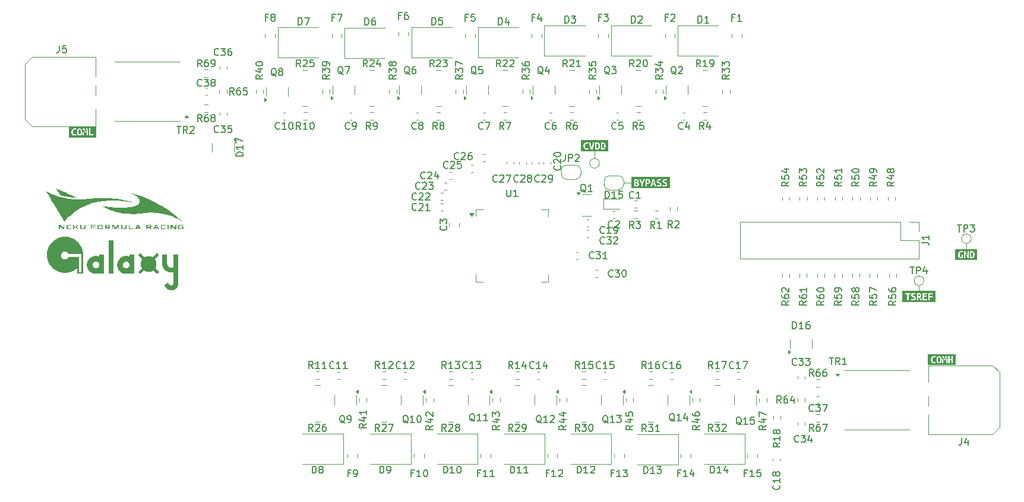
<source format=gbr>
%TF.GenerationSoftware,KiCad,Pcbnew,7.0.11-rc3*%
%TF.CreationDate,2025-03-16T23:24:32+08:00*%
%TF.ProjectId,BQ79616_BMS_14Ch,42513739-3631-4365-9f42-4d535f313443,V1.2*%
%TF.SameCoordinates,Original*%
%TF.FileFunction,Legend,Top*%
%TF.FilePolarity,Positive*%
%FSLAX46Y46*%
G04 Gerber Fmt 4.6, Leading zero omitted, Abs format (unit mm)*
G04 Created by KiCad (PCBNEW 7.0.11-rc3) date 2025-03-16 23:24:32*
%MOMM*%
%LPD*%
G01*
G04 APERTURE LIST*
%ADD10C,0.100000*%
%ADD11C,0.150000*%
%ADD12C,0.120000*%
G04 APERTURE END LIST*
D10*
X214750000Y-94700000D02*
X214750000Y-95500000D01*
X161750000Y-82550000D02*
X161750000Y-81500000D01*
X165900000Y-86000000D02*
X167000000Y-86000000D01*
X208000000Y-100700000D02*
X208000000Y-101500000D01*
D11*
X116404761Y-70800057D02*
X116309523Y-70752438D01*
X116309523Y-70752438D02*
X116214285Y-70657200D01*
X116214285Y-70657200D02*
X116071428Y-70514342D01*
X116071428Y-70514342D02*
X115976190Y-70466723D01*
X115976190Y-70466723D02*
X115880952Y-70466723D01*
X115928571Y-70704819D02*
X115833333Y-70657200D01*
X115833333Y-70657200D02*
X115738095Y-70561961D01*
X115738095Y-70561961D02*
X115690476Y-70371485D01*
X115690476Y-70371485D02*
X115690476Y-70038152D01*
X115690476Y-70038152D02*
X115738095Y-69847676D01*
X115738095Y-69847676D02*
X115833333Y-69752438D01*
X115833333Y-69752438D02*
X115928571Y-69704819D01*
X115928571Y-69704819D02*
X116119047Y-69704819D01*
X116119047Y-69704819D02*
X116214285Y-69752438D01*
X116214285Y-69752438D02*
X116309523Y-69847676D01*
X116309523Y-69847676D02*
X116357142Y-70038152D01*
X116357142Y-70038152D02*
X116357142Y-70371485D01*
X116357142Y-70371485D02*
X116309523Y-70561961D01*
X116309523Y-70561961D02*
X116214285Y-70657200D01*
X116214285Y-70657200D02*
X116119047Y-70704819D01*
X116119047Y-70704819D02*
X115928571Y-70704819D01*
X116928571Y-70133390D02*
X116833333Y-70085771D01*
X116833333Y-70085771D02*
X116785714Y-70038152D01*
X116785714Y-70038152D02*
X116738095Y-69942914D01*
X116738095Y-69942914D02*
X116738095Y-69895295D01*
X116738095Y-69895295D02*
X116785714Y-69800057D01*
X116785714Y-69800057D02*
X116833333Y-69752438D01*
X116833333Y-69752438D02*
X116928571Y-69704819D01*
X116928571Y-69704819D02*
X117119047Y-69704819D01*
X117119047Y-69704819D02*
X117214285Y-69752438D01*
X117214285Y-69752438D02*
X117261904Y-69800057D01*
X117261904Y-69800057D02*
X117309523Y-69895295D01*
X117309523Y-69895295D02*
X117309523Y-69942914D01*
X117309523Y-69942914D02*
X117261904Y-70038152D01*
X117261904Y-70038152D02*
X117214285Y-70085771D01*
X117214285Y-70085771D02*
X117119047Y-70133390D01*
X117119047Y-70133390D02*
X116928571Y-70133390D01*
X116928571Y-70133390D02*
X116833333Y-70181009D01*
X116833333Y-70181009D02*
X116785714Y-70228628D01*
X116785714Y-70228628D02*
X116738095Y-70323866D01*
X116738095Y-70323866D02*
X116738095Y-70514342D01*
X116738095Y-70514342D02*
X116785714Y-70609580D01*
X116785714Y-70609580D02*
X116833333Y-70657200D01*
X116833333Y-70657200D02*
X116928571Y-70704819D01*
X116928571Y-70704819D02*
X117119047Y-70704819D01*
X117119047Y-70704819D02*
X117214285Y-70657200D01*
X117214285Y-70657200D02*
X117261904Y-70609580D01*
X117261904Y-70609580D02*
X117309523Y-70514342D01*
X117309523Y-70514342D02*
X117309523Y-70323866D01*
X117309523Y-70323866D02*
X117261904Y-70228628D01*
X117261904Y-70228628D02*
X117214285Y-70181009D01*
X117214285Y-70181009D02*
X117119047Y-70133390D01*
X201954819Y-85892857D02*
X201478628Y-86226190D01*
X201954819Y-86464285D02*
X200954819Y-86464285D01*
X200954819Y-86464285D02*
X200954819Y-86083333D01*
X200954819Y-86083333D02*
X201002438Y-85988095D01*
X201002438Y-85988095D02*
X201050057Y-85940476D01*
X201050057Y-85940476D02*
X201145295Y-85892857D01*
X201145295Y-85892857D02*
X201288152Y-85892857D01*
X201288152Y-85892857D02*
X201383390Y-85940476D01*
X201383390Y-85940476D02*
X201431009Y-85988095D01*
X201431009Y-85988095D02*
X201478628Y-86083333D01*
X201478628Y-86083333D02*
X201478628Y-86464285D01*
X201288152Y-85035714D02*
X201954819Y-85035714D01*
X200907200Y-85273809D02*
X201621485Y-85511904D01*
X201621485Y-85511904D02*
X201621485Y-84892857D01*
X201954819Y-84464285D02*
X201954819Y-84273809D01*
X201954819Y-84273809D02*
X201907200Y-84178571D01*
X201907200Y-84178571D02*
X201859580Y-84130952D01*
X201859580Y-84130952D02*
X201716723Y-84035714D01*
X201716723Y-84035714D02*
X201526247Y-83988095D01*
X201526247Y-83988095D02*
X201145295Y-83988095D01*
X201145295Y-83988095D02*
X201050057Y-84035714D01*
X201050057Y-84035714D02*
X201002438Y-84083333D01*
X201002438Y-84083333D02*
X200954819Y-84178571D01*
X200954819Y-84178571D02*
X200954819Y-84369047D01*
X200954819Y-84369047D02*
X201002438Y-84464285D01*
X201002438Y-84464285D02*
X201050057Y-84511904D01*
X201050057Y-84511904D02*
X201145295Y-84559523D01*
X201145295Y-84559523D02*
X201383390Y-84559523D01*
X201383390Y-84559523D02*
X201478628Y-84511904D01*
X201478628Y-84511904D02*
X201526247Y-84464285D01*
X201526247Y-84464285D02*
X201573866Y-84369047D01*
X201573866Y-84369047D02*
X201573866Y-84178571D01*
X201573866Y-84178571D02*
X201526247Y-84083333D01*
X201526247Y-84083333D02*
X201478628Y-84035714D01*
X201478628Y-84035714D02*
X201383390Y-83988095D01*
X144678571Y-120050057D02*
X144583333Y-120002438D01*
X144583333Y-120002438D02*
X144488095Y-119907200D01*
X144488095Y-119907200D02*
X144345238Y-119764342D01*
X144345238Y-119764342D02*
X144250000Y-119716723D01*
X144250000Y-119716723D02*
X144154762Y-119716723D01*
X144202381Y-119954819D02*
X144107143Y-119907200D01*
X144107143Y-119907200D02*
X144011905Y-119811961D01*
X144011905Y-119811961D02*
X143964286Y-119621485D01*
X143964286Y-119621485D02*
X143964286Y-119288152D01*
X143964286Y-119288152D02*
X144011905Y-119097676D01*
X144011905Y-119097676D02*
X144107143Y-119002438D01*
X144107143Y-119002438D02*
X144202381Y-118954819D01*
X144202381Y-118954819D02*
X144392857Y-118954819D01*
X144392857Y-118954819D02*
X144488095Y-119002438D01*
X144488095Y-119002438D02*
X144583333Y-119097676D01*
X144583333Y-119097676D02*
X144630952Y-119288152D01*
X144630952Y-119288152D02*
X144630952Y-119621485D01*
X144630952Y-119621485D02*
X144583333Y-119811961D01*
X144583333Y-119811961D02*
X144488095Y-119907200D01*
X144488095Y-119907200D02*
X144392857Y-119954819D01*
X144392857Y-119954819D02*
X144202381Y-119954819D01*
X145583333Y-119954819D02*
X145011905Y-119954819D01*
X145297619Y-119954819D02*
X145297619Y-118954819D01*
X145297619Y-118954819D02*
X145202381Y-119097676D01*
X145202381Y-119097676D02*
X145107143Y-119192914D01*
X145107143Y-119192914D02*
X145011905Y-119240533D01*
X146535714Y-119954819D02*
X145964286Y-119954819D01*
X146250000Y-119954819D02*
X146250000Y-118954819D01*
X146250000Y-118954819D02*
X146154762Y-119097676D01*
X146154762Y-119097676D02*
X146059524Y-119192914D01*
X146059524Y-119192914D02*
X145964286Y-119240533D01*
X115166666Y-62431009D02*
X114833333Y-62431009D01*
X114833333Y-62954819D02*
X114833333Y-61954819D01*
X114833333Y-61954819D02*
X115309523Y-61954819D01*
X115833333Y-62383390D02*
X115738095Y-62335771D01*
X115738095Y-62335771D02*
X115690476Y-62288152D01*
X115690476Y-62288152D02*
X115642857Y-62192914D01*
X115642857Y-62192914D02*
X115642857Y-62145295D01*
X115642857Y-62145295D02*
X115690476Y-62050057D01*
X115690476Y-62050057D02*
X115738095Y-62002438D01*
X115738095Y-62002438D02*
X115833333Y-61954819D01*
X115833333Y-61954819D02*
X116023809Y-61954819D01*
X116023809Y-61954819D02*
X116119047Y-62002438D01*
X116119047Y-62002438D02*
X116166666Y-62050057D01*
X116166666Y-62050057D02*
X116214285Y-62145295D01*
X116214285Y-62145295D02*
X116214285Y-62192914D01*
X116214285Y-62192914D02*
X116166666Y-62288152D01*
X116166666Y-62288152D02*
X116119047Y-62335771D01*
X116119047Y-62335771D02*
X116023809Y-62383390D01*
X116023809Y-62383390D02*
X115833333Y-62383390D01*
X115833333Y-62383390D02*
X115738095Y-62431009D01*
X115738095Y-62431009D02*
X115690476Y-62478628D01*
X115690476Y-62478628D02*
X115642857Y-62573866D01*
X115642857Y-62573866D02*
X115642857Y-62764342D01*
X115642857Y-62764342D02*
X115690476Y-62859580D01*
X115690476Y-62859580D02*
X115738095Y-62907200D01*
X115738095Y-62907200D02*
X115833333Y-62954819D01*
X115833333Y-62954819D02*
X116023809Y-62954819D01*
X116023809Y-62954819D02*
X116119047Y-62907200D01*
X116119047Y-62907200D02*
X116166666Y-62859580D01*
X116166666Y-62859580D02*
X116214285Y-62764342D01*
X116214285Y-62764342D02*
X116214285Y-62573866D01*
X116214285Y-62573866D02*
X116166666Y-62478628D01*
X116166666Y-62478628D02*
X116119047Y-62431009D01*
X116119047Y-62431009D02*
X116023809Y-62383390D01*
X163678571Y-120300057D02*
X163583333Y-120252438D01*
X163583333Y-120252438D02*
X163488095Y-120157200D01*
X163488095Y-120157200D02*
X163345238Y-120014342D01*
X163345238Y-120014342D02*
X163250000Y-119966723D01*
X163250000Y-119966723D02*
X163154762Y-119966723D01*
X163202381Y-120204819D02*
X163107143Y-120157200D01*
X163107143Y-120157200D02*
X163011905Y-120061961D01*
X163011905Y-120061961D02*
X162964286Y-119871485D01*
X162964286Y-119871485D02*
X162964286Y-119538152D01*
X162964286Y-119538152D02*
X163011905Y-119347676D01*
X163011905Y-119347676D02*
X163107143Y-119252438D01*
X163107143Y-119252438D02*
X163202381Y-119204819D01*
X163202381Y-119204819D02*
X163392857Y-119204819D01*
X163392857Y-119204819D02*
X163488095Y-119252438D01*
X163488095Y-119252438D02*
X163583333Y-119347676D01*
X163583333Y-119347676D02*
X163630952Y-119538152D01*
X163630952Y-119538152D02*
X163630952Y-119871485D01*
X163630952Y-119871485D02*
X163583333Y-120061961D01*
X163583333Y-120061961D02*
X163488095Y-120157200D01*
X163488095Y-120157200D02*
X163392857Y-120204819D01*
X163392857Y-120204819D02*
X163202381Y-120204819D01*
X164583333Y-120204819D02*
X164011905Y-120204819D01*
X164297619Y-120204819D02*
X164297619Y-119204819D01*
X164297619Y-119204819D02*
X164202381Y-119347676D01*
X164202381Y-119347676D02*
X164107143Y-119442914D01*
X164107143Y-119442914D02*
X164011905Y-119490533D01*
X164916667Y-119204819D02*
X165535714Y-119204819D01*
X165535714Y-119204819D02*
X165202381Y-119585771D01*
X165202381Y-119585771D02*
X165345238Y-119585771D01*
X165345238Y-119585771D02*
X165440476Y-119633390D01*
X165440476Y-119633390D02*
X165488095Y-119681009D01*
X165488095Y-119681009D02*
X165535714Y-119776247D01*
X165535714Y-119776247D02*
X165535714Y-120014342D01*
X165535714Y-120014342D02*
X165488095Y-120109580D01*
X165488095Y-120109580D02*
X165440476Y-120157200D01*
X165440476Y-120157200D02*
X165345238Y-120204819D01*
X165345238Y-120204819D02*
X165059524Y-120204819D01*
X165059524Y-120204819D02*
X164964286Y-120157200D01*
X164964286Y-120157200D02*
X164916667Y-120109580D01*
X157511905Y-63204819D02*
X157511905Y-62204819D01*
X157511905Y-62204819D02*
X157750000Y-62204819D01*
X157750000Y-62204819D02*
X157892857Y-62252438D01*
X157892857Y-62252438D02*
X157988095Y-62347676D01*
X157988095Y-62347676D02*
X158035714Y-62442914D01*
X158035714Y-62442914D02*
X158083333Y-62633390D01*
X158083333Y-62633390D02*
X158083333Y-62776247D01*
X158083333Y-62776247D02*
X158035714Y-62966723D01*
X158035714Y-62966723D02*
X157988095Y-63061961D01*
X157988095Y-63061961D02*
X157892857Y-63157200D01*
X157892857Y-63157200D02*
X157750000Y-63204819D01*
X157750000Y-63204819D02*
X157511905Y-63204819D01*
X158416667Y-62204819D02*
X159035714Y-62204819D01*
X159035714Y-62204819D02*
X158702381Y-62585771D01*
X158702381Y-62585771D02*
X158845238Y-62585771D01*
X158845238Y-62585771D02*
X158940476Y-62633390D01*
X158940476Y-62633390D02*
X158988095Y-62681009D01*
X158988095Y-62681009D02*
X159035714Y-62776247D01*
X159035714Y-62776247D02*
X159035714Y-63014342D01*
X159035714Y-63014342D02*
X158988095Y-63109580D01*
X158988095Y-63109580D02*
X158940476Y-63157200D01*
X158940476Y-63157200D02*
X158845238Y-63204819D01*
X158845238Y-63204819D02*
X158559524Y-63204819D01*
X158559524Y-63204819D02*
X158464286Y-63157200D01*
X158464286Y-63157200D02*
X158416667Y-63109580D01*
X108157142Y-67759580D02*
X108109523Y-67807200D01*
X108109523Y-67807200D02*
X107966666Y-67854819D01*
X107966666Y-67854819D02*
X107871428Y-67854819D01*
X107871428Y-67854819D02*
X107728571Y-67807200D01*
X107728571Y-67807200D02*
X107633333Y-67711961D01*
X107633333Y-67711961D02*
X107585714Y-67616723D01*
X107585714Y-67616723D02*
X107538095Y-67426247D01*
X107538095Y-67426247D02*
X107538095Y-67283390D01*
X107538095Y-67283390D02*
X107585714Y-67092914D01*
X107585714Y-67092914D02*
X107633333Y-66997676D01*
X107633333Y-66997676D02*
X107728571Y-66902438D01*
X107728571Y-66902438D02*
X107871428Y-66854819D01*
X107871428Y-66854819D02*
X107966666Y-66854819D01*
X107966666Y-66854819D02*
X108109523Y-66902438D01*
X108109523Y-66902438D02*
X108157142Y-66950057D01*
X108490476Y-66854819D02*
X109109523Y-66854819D01*
X109109523Y-66854819D02*
X108776190Y-67235771D01*
X108776190Y-67235771D02*
X108919047Y-67235771D01*
X108919047Y-67235771D02*
X109014285Y-67283390D01*
X109014285Y-67283390D02*
X109061904Y-67331009D01*
X109061904Y-67331009D02*
X109109523Y-67426247D01*
X109109523Y-67426247D02*
X109109523Y-67664342D01*
X109109523Y-67664342D02*
X109061904Y-67759580D01*
X109061904Y-67759580D02*
X109014285Y-67807200D01*
X109014285Y-67807200D02*
X108919047Y-67854819D01*
X108919047Y-67854819D02*
X108633333Y-67854819D01*
X108633333Y-67854819D02*
X108538095Y-67807200D01*
X108538095Y-67807200D02*
X108490476Y-67759580D01*
X109966666Y-66854819D02*
X109776190Y-66854819D01*
X109776190Y-66854819D02*
X109680952Y-66902438D01*
X109680952Y-66902438D02*
X109633333Y-66950057D01*
X109633333Y-66950057D02*
X109538095Y-67092914D01*
X109538095Y-67092914D02*
X109490476Y-67283390D01*
X109490476Y-67283390D02*
X109490476Y-67664342D01*
X109490476Y-67664342D02*
X109538095Y-67759580D01*
X109538095Y-67759580D02*
X109585714Y-67807200D01*
X109585714Y-67807200D02*
X109680952Y-67854819D01*
X109680952Y-67854819D02*
X109871428Y-67854819D01*
X109871428Y-67854819D02*
X109966666Y-67807200D01*
X109966666Y-67807200D02*
X110014285Y-67759580D01*
X110014285Y-67759580D02*
X110061904Y-67664342D01*
X110061904Y-67664342D02*
X110061904Y-67426247D01*
X110061904Y-67426247D02*
X110014285Y-67331009D01*
X110014285Y-67331009D02*
X109966666Y-67283390D01*
X109966666Y-67283390D02*
X109871428Y-67235771D01*
X109871428Y-67235771D02*
X109680952Y-67235771D01*
X109680952Y-67235771D02*
X109585714Y-67283390D01*
X109585714Y-67283390D02*
X109538095Y-67331009D01*
X109538095Y-67331009D02*
X109490476Y-67426247D01*
X135404761Y-70550057D02*
X135309523Y-70502438D01*
X135309523Y-70502438D02*
X135214285Y-70407200D01*
X135214285Y-70407200D02*
X135071428Y-70264342D01*
X135071428Y-70264342D02*
X134976190Y-70216723D01*
X134976190Y-70216723D02*
X134880952Y-70216723D01*
X134928571Y-70454819D02*
X134833333Y-70407200D01*
X134833333Y-70407200D02*
X134738095Y-70311961D01*
X134738095Y-70311961D02*
X134690476Y-70121485D01*
X134690476Y-70121485D02*
X134690476Y-69788152D01*
X134690476Y-69788152D02*
X134738095Y-69597676D01*
X134738095Y-69597676D02*
X134833333Y-69502438D01*
X134833333Y-69502438D02*
X134928571Y-69454819D01*
X134928571Y-69454819D02*
X135119047Y-69454819D01*
X135119047Y-69454819D02*
X135214285Y-69502438D01*
X135214285Y-69502438D02*
X135309523Y-69597676D01*
X135309523Y-69597676D02*
X135357142Y-69788152D01*
X135357142Y-69788152D02*
X135357142Y-70121485D01*
X135357142Y-70121485D02*
X135309523Y-70311961D01*
X135309523Y-70311961D02*
X135214285Y-70407200D01*
X135214285Y-70407200D02*
X135119047Y-70454819D01*
X135119047Y-70454819D02*
X134928571Y-70454819D01*
X136214285Y-69454819D02*
X136023809Y-69454819D01*
X136023809Y-69454819D02*
X135928571Y-69502438D01*
X135928571Y-69502438D02*
X135880952Y-69550057D01*
X135880952Y-69550057D02*
X135785714Y-69692914D01*
X135785714Y-69692914D02*
X135738095Y-69883390D01*
X135738095Y-69883390D02*
X135738095Y-70264342D01*
X135738095Y-70264342D02*
X135785714Y-70359580D01*
X135785714Y-70359580D02*
X135833333Y-70407200D01*
X135833333Y-70407200D02*
X135928571Y-70454819D01*
X135928571Y-70454819D02*
X136119047Y-70454819D01*
X136119047Y-70454819D02*
X136214285Y-70407200D01*
X136214285Y-70407200D02*
X136261904Y-70359580D01*
X136261904Y-70359580D02*
X136309523Y-70264342D01*
X136309523Y-70264342D02*
X136309523Y-70026247D01*
X136309523Y-70026247D02*
X136261904Y-69931009D01*
X136261904Y-69931009D02*
X136214285Y-69883390D01*
X136214285Y-69883390D02*
X136119047Y-69835771D01*
X136119047Y-69835771D02*
X135928571Y-69835771D01*
X135928571Y-69835771D02*
X135833333Y-69883390D01*
X135833333Y-69883390D02*
X135785714Y-69931009D01*
X135785714Y-69931009D02*
X135738095Y-70026247D01*
X129204819Y-120392857D02*
X128728628Y-120726190D01*
X129204819Y-120964285D02*
X128204819Y-120964285D01*
X128204819Y-120964285D02*
X128204819Y-120583333D01*
X128204819Y-120583333D02*
X128252438Y-120488095D01*
X128252438Y-120488095D02*
X128300057Y-120440476D01*
X128300057Y-120440476D02*
X128395295Y-120392857D01*
X128395295Y-120392857D02*
X128538152Y-120392857D01*
X128538152Y-120392857D02*
X128633390Y-120440476D01*
X128633390Y-120440476D02*
X128681009Y-120488095D01*
X128681009Y-120488095D02*
X128728628Y-120583333D01*
X128728628Y-120583333D02*
X128728628Y-120964285D01*
X128538152Y-119535714D02*
X129204819Y-119535714D01*
X128157200Y-119773809D02*
X128871485Y-120011904D01*
X128871485Y-120011904D02*
X128871485Y-119392857D01*
X129204819Y-118488095D02*
X129204819Y-119059523D01*
X129204819Y-118773809D02*
X128204819Y-118773809D01*
X128204819Y-118773809D02*
X128347676Y-118869047D01*
X128347676Y-118869047D02*
X128442914Y-118964285D01*
X128442914Y-118964285D02*
X128490533Y-119059523D01*
X192957142Y-113624819D02*
X192623809Y-113148628D01*
X192385714Y-113624819D02*
X192385714Y-112624819D01*
X192385714Y-112624819D02*
X192766666Y-112624819D01*
X192766666Y-112624819D02*
X192861904Y-112672438D01*
X192861904Y-112672438D02*
X192909523Y-112720057D01*
X192909523Y-112720057D02*
X192957142Y-112815295D01*
X192957142Y-112815295D02*
X192957142Y-112958152D01*
X192957142Y-112958152D02*
X192909523Y-113053390D01*
X192909523Y-113053390D02*
X192861904Y-113101009D01*
X192861904Y-113101009D02*
X192766666Y-113148628D01*
X192766666Y-113148628D02*
X192385714Y-113148628D01*
X193814285Y-112624819D02*
X193623809Y-112624819D01*
X193623809Y-112624819D02*
X193528571Y-112672438D01*
X193528571Y-112672438D02*
X193480952Y-112720057D01*
X193480952Y-112720057D02*
X193385714Y-112862914D01*
X193385714Y-112862914D02*
X193338095Y-113053390D01*
X193338095Y-113053390D02*
X193338095Y-113434342D01*
X193338095Y-113434342D02*
X193385714Y-113529580D01*
X193385714Y-113529580D02*
X193433333Y-113577200D01*
X193433333Y-113577200D02*
X193528571Y-113624819D01*
X193528571Y-113624819D02*
X193719047Y-113624819D01*
X193719047Y-113624819D02*
X193814285Y-113577200D01*
X193814285Y-113577200D02*
X193861904Y-113529580D01*
X193861904Y-113529580D02*
X193909523Y-113434342D01*
X193909523Y-113434342D02*
X193909523Y-113196247D01*
X193909523Y-113196247D02*
X193861904Y-113101009D01*
X193861904Y-113101009D02*
X193814285Y-113053390D01*
X193814285Y-113053390D02*
X193719047Y-113005771D01*
X193719047Y-113005771D02*
X193528571Y-113005771D01*
X193528571Y-113005771D02*
X193433333Y-113053390D01*
X193433333Y-113053390D02*
X193385714Y-113101009D01*
X193385714Y-113101009D02*
X193338095Y-113196247D01*
X194766666Y-112624819D02*
X194576190Y-112624819D01*
X194576190Y-112624819D02*
X194480952Y-112672438D01*
X194480952Y-112672438D02*
X194433333Y-112720057D01*
X194433333Y-112720057D02*
X194338095Y-112862914D01*
X194338095Y-112862914D02*
X194290476Y-113053390D01*
X194290476Y-113053390D02*
X194290476Y-113434342D01*
X194290476Y-113434342D02*
X194338095Y-113529580D01*
X194338095Y-113529580D02*
X194385714Y-113577200D01*
X194385714Y-113577200D02*
X194480952Y-113624819D01*
X194480952Y-113624819D02*
X194671428Y-113624819D01*
X194671428Y-113624819D02*
X194766666Y-113577200D01*
X194766666Y-113577200D02*
X194814285Y-113529580D01*
X194814285Y-113529580D02*
X194861904Y-113434342D01*
X194861904Y-113434342D02*
X194861904Y-113196247D01*
X194861904Y-113196247D02*
X194814285Y-113101009D01*
X194814285Y-113101009D02*
X194766666Y-113053390D01*
X194766666Y-113053390D02*
X194671428Y-113005771D01*
X194671428Y-113005771D02*
X194480952Y-113005771D01*
X194480952Y-113005771D02*
X194385714Y-113053390D01*
X194385714Y-113053390D02*
X194338095Y-113101009D01*
X194338095Y-113101009D02*
X194290476Y-113196247D01*
X136357142Y-88359580D02*
X136309523Y-88407200D01*
X136309523Y-88407200D02*
X136166666Y-88454819D01*
X136166666Y-88454819D02*
X136071428Y-88454819D01*
X136071428Y-88454819D02*
X135928571Y-88407200D01*
X135928571Y-88407200D02*
X135833333Y-88311961D01*
X135833333Y-88311961D02*
X135785714Y-88216723D01*
X135785714Y-88216723D02*
X135738095Y-88026247D01*
X135738095Y-88026247D02*
X135738095Y-87883390D01*
X135738095Y-87883390D02*
X135785714Y-87692914D01*
X135785714Y-87692914D02*
X135833333Y-87597676D01*
X135833333Y-87597676D02*
X135928571Y-87502438D01*
X135928571Y-87502438D02*
X136071428Y-87454819D01*
X136071428Y-87454819D02*
X136166666Y-87454819D01*
X136166666Y-87454819D02*
X136309523Y-87502438D01*
X136309523Y-87502438D02*
X136357142Y-87550057D01*
X136738095Y-87550057D02*
X136785714Y-87502438D01*
X136785714Y-87502438D02*
X136880952Y-87454819D01*
X136880952Y-87454819D02*
X137119047Y-87454819D01*
X137119047Y-87454819D02*
X137214285Y-87502438D01*
X137214285Y-87502438D02*
X137261904Y-87550057D01*
X137261904Y-87550057D02*
X137309523Y-87645295D01*
X137309523Y-87645295D02*
X137309523Y-87740533D01*
X137309523Y-87740533D02*
X137261904Y-87883390D01*
X137261904Y-87883390D02*
X136690476Y-88454819D01*
X136690476Y-88454819D02*
X137309523Y-88454819D01*
X137690476Y-87550057D02*
X137738095Y-87502438D01*
X137738095Y-87502438D02*
X137833333Y-87454819D01*
X137833333Y-87454819D02*
X138071428Y-87454819D01*
X138071428Y-87454819D02*
X138166666Y-87502438D01*
X138166666Y-87502438D02*
X138214285Y-87550057D01*
X138214285Y-87550057D02*
X138261904Y-87645295D01*
X138261904Y-87645295D02*
X138261904Y-87740533D01*
X138261904Y-87740533D02*
X138214285Y-87883390D01*
X138214285Y-87883390D02*
X137642857Y-88454819D01*
X137642857Y-88454819D02*
X138261904Y-88454819D01*
X126833333Y-78289580D02*
X126785714Y-78337200D01*
X126785714Y-78337200D02*
X126642857Y-78384819D01*
X126642857Y-78384819D02*
X126547619Y-78384819D01*
X126547619Y-78384819D02*
X126404762Y-78337200D01*
X126404762Y-78337200D02*
X126309524Y-78241961D01*
X126309524Y-78241961D02*
X126261905Y-78146723D01*
X126261905Y-78146723D02*
X126214286Y-77956247D01*
X126214286Y-77956247D02*
X126214286Y-77813390D01*
X126214286Y-77813390D02*
X126261905Y-77622914D01*
X126261905Y-77622914D02*
X126309524Y-77527676D01*
X126309524Y-77527676D02*
X126404762Y-77432438D01*
X126404762Y-77432438D02*
X126547619Y-77384819D01*
X126547619Y-77384819D02*
X126642857Y-77384819D01*
X126642857Y-77384819D02*
X126785714Y-77432438D01*
X126785714Y-77432438D02*
X126833333Y-77480057D01*
X127309524Y-78384819D02*
X127500000Y-78384819D01*
X127500000Y-78384819D02*
X127595238Y-78337200D01*
X127595238Y-78337200D02*
X127642857Y-78289580D01*
X127642857Y-78289580D02*
X127738095Y-78146723D01*
X127738095Y-78146723D02*
X127785714Y-77956247D01*
X127785714Y-77956247D02*
X127785714Y-77575295D01*
X127785714Y-77575295D02*
X127738095Y-77480057D01*
X127738095Y-77480057D02*
X127690476Y-77432438D01*
X127690476Y-77432438D02*
X127595238Y-77384819D01*
X127595238Y-77384819D02*
X127404762Y-77384819D01*
X127404762Y-77384819D02*
X127309524Y-77432438D01*
X127309524Y-77432438D02*
X127261905Y-77480057D01*
X127261905Y-77480057D02*
X127214286Y-77575295D01*
X127214286Y-77575295D02*
X127214286Y-77813390D01*
X127214286Y-77813390D02*
X127261905Y-77908628D01*
X127261905Y-77908628D02*
X127309524Y-77956247D01*
X127309524Y-77956247D02*
X127404762Y-78003866D01*
X127404762Y-78003866D02*
X127595238Y-78003866D01*
X127595238Y-78003866D02*
X127690476Y-77956247D01*
X127690476Y-77956247D02*
X127738095Y-77908628D01*
X127738095Y-77908628D02*
X127785714Y-77813390D01*
X108157142Y-78759580D02*
X108109523Y-78807200D01*
X108109523Y-78807200D02*
X107966666Y-78854819D01*
X107966666Y-78854819D02*
X107871428Y-78854819D01*
X107871428Y-78854819D02*
X107728571Y-78807200D01*
X107728571Y-78807200D02*
X107633333Y-78711961D01*
X107633333Y-78711961D02*
X107585714Y-78616723D01*
X107585714Y-78616723D02*
X107538095Y-78426247D01*
X107538095Y-78426247D02*
X107538095Y-78283390D01*
X107538095Y-78283390D02*
X107585714Y-78092914D01*
X107585714Y-78092914D02*
X107633333Y-77997676D01*
X107633333Y-77997676D02*
X107728571Y-77902438D01*
X107728571Y-77902438D02*
X107871428Y-77854819D01*
X107871428Y-77854819D02*
X107966666Y-77854819D01*
X107966666Y-77854819D02*
X108109523Y-77902438D01*
X108109523Y-77902438D02*
X108157142Y-77950057D01*
X108490476Y-77854819D02*
X109109523Y-77854819D01*
X109109523Y-77854819D02*
X108776190Y-78235771D01*
X108776190Y-78235771D02*
X108919047Y-78235771D01*
X108919047Y-78235771D02*
X109014285Y-78283390D01*
X109014285Y-78283390D02*
X109061904Y-78331009D01*
X109061904Y-78331009D02*
X109109523Y-78426247D01*
X109109523Y-78426247D02*
X109109523Y-78664342D01*
X109109523Y-78664342D02*
X109061904Y-78759580D01*
X109061904Y-78759580D02*
X109014285Y-78807200D01*
X109014285Y-78807200D02*
X108919047Y-78854819D01*
X108919047Y-78854819D02*
X108633333Y-78854819D01*
X108633333Y-78854819D02*
X108538095Y-78807200D01*
X108538095Y-78807200D02*
X108490476Y-78759580D01*
X110014285Y-77854819D02*
X109538095Y-77854819D01*
X109538095Y-77854819D02*
X109490476Y-78331009D01*
X109490476Y-78331009D02*
X109538095Y-78283390D01*
X109538095Y-78283390D02*
X109633333Y-78235771D01*
X109633333Y-78235771D02*
X109871428Y-78235771D01*
X109871428Y-78235771D02*
X109966666Y-78283390D01*
X109966666Y-78283390D02*
X110014285Y-78331009D01*
X110014285Y-78331009D02*
X110061904Y-78426247D01*
X110061904Y-78426247D02*
X110061904Y-78664342D01*
X110061904Y-78664342D02*
X110014285Y-78759580D01*
X110014285Y-78759580D02*
X109966666Y-78807200D01*
X109966666Y-78807200D02*
X109871428Y-78854819D01*
X109871428Y-78854819D02*
X109633333Y-78854819D01*
X109633333Y-78854819D02*
X109538095Y-78807200D01*
X109538095Y-78807200D02*
X109490476Y-78759580D01*
X124607142Y-112429580D02*
X124559523Y-112477200D01*
X124559523Y-112477200D02*
X124416666Y-112524819D01*
X124416666Y-112524819D02*
X124321428Y-112524819D01*
X124321428Y-112524819D02*
X124178571Y-112477200D01*
X124178571Y-112477200D02*
X124083333Y-112381961D01*
X124083333Y-112381961D02*
X124035714Y-112286723D01*
X124035714Y-112286723D02*
X123988095Y-112096247D01*
X123988095Y-112096247D02*
X123988095Y-111953390D01*
X123988095Y-111953390D02*
X124035714Y-111762914D01*
X124035714Y-111762914D02*
X124083333Y-111667676D01*
X124083333Y-111667676D02*
X124178571Y-111572438D01*
X124178571Y-111572438D02*
X124321428Y-111524819D01*
X124321428Y-111524819D02*
X124416666Y-111524819D01*
X124416666Y-111524819D02*
X124559523Y-111572438D01*
X124559523Y-111572438D02*
X124607142Y-111620057D01*
X125559523Y-112524819D02*
X124988095Y-112524819D01*
X125273809Y-112524819D02*
X125273809Y-111524819D01*
X125273809Y-111524819D02*
X125178571Y-111667676D01*
X125178571Y-111667676D02*
X125083333Y-111762914D01*
X125083333Y-111762914D02*
X124988095Y-111810533D01*
X126511904Y-112524819D02*
X125940476Y-112524819D01*
X126226190Y-112524819D02*
X126226190Y-111524819D01*
X126226190Y-111524819D02*
X126130952Y-111667676D01*
X126130952Y-111667676D02*
X126035714Y-111762914D01*
X126035714Y-111762914D02*
X125940476Y-111810533D01*
X140607142Y-121454819D02*
X140273809Y-120978628D01*
X140035714Y-121454819D02*
X140035714Y-120454819D01*
X140035714Y-120454819D02*
X140416666Y-120454819D01*
X140416666Y-120454819D02*
X140511904Y-120502438D01*
X140511904Y-120502438D02*
X140559523Y-120550057D01*
X140559523Y-120550057D02*
X140607142Y-120645295D01*
X140607142Y-120645295D02*
X140607142Y-120788152D01*
X140607142Y-120788152D02*
X140559523Y-120883390D01*
X140559523Y-120883390D02*
X140511904Y-120931009D01*
X140511904Y-120931009D02*
X140416666Y-120978628D01*
X140416666Y-120978628D02*
X140035714Y-120978628D01*
X140988095Y-120550057D02*
X141035714Y-120502438D01*
X141035714Y-120502438D02*
X141130952Y-120454819D01*
X141130952Y-120454819D02*
X141369047Y-120454819D01*
X141369047Y-120454819D02*
X141464285Y-120502438D01*
X141464285Y-120502438D02*
X141511904Y-120550057D01*
X141511904Y-120550057D02*
X141559523Y-120645295D01*
X141559523Y-120645295D02*
X141559523Y-120740533D01*
X141559523Y-120740533D02*
X141511904Y-120883390D01*
X141511904Y-120883390D02*
X140940476Y-121454819D01*
X140940476Y-121454819D02*
X141559523Y-121454819D01*
X142130952Y-120883390D02*
X142035714Y-120835771D01*
X142035714Y-120835771D02*
X141988095Y-120788152D01*
X141988095Y-120788152D02*
X141940476Y-120692914D01*
X141940476Y-120692914D02*
X141940476Y-120645295D01*
X141940476Y-120645295D02*
X141988095Y-120550057D01*
X141988095Y-120550057D02*
X142035714Y-120502438D01*
X142035714Y-120502438D02*
X142130952Y-120454819D01*
X142130952Y-120454819D02*
X142321428Y-120454819D01*
X142321428Y-120454819D02*
X142416666Y-120502438D01*
X142416666Y-120502438D02*
X142464285Y-120550057D01*
X142464285Y-120550057D02*
X142511904Y-120645295D01*
X142511904Y-120645295D02*
X142511904Y-120692914D01*
X142511904Y-120692914D02*
X142464285Y-120788152D01*
X142464285Y-120788152D02*
X142416666Y-120835771D01*
X142416666Y-120835771D02*
X142321428Y-120883390D01*
X142321428Y-120883390D02*
X142130952Y-120883390D01*
X142130952Y-120883390D02*
X142035714Y-120931009D01*
X142035714Y-120931009D02*
X141988095Y-120978628D01*
X141988095Y-120978628D02*
X141940476Y-121073866D01*
X141940476Y-121073866D02*
X141940476Y-121264342D01*
X141940476Y-121264342D02*
X141988095Y-121359580D01*
X141988095Y-121359580D02*
X142035714Y-121407200D01*
X142035714Y-121407200D02*
X142130952Y-121454819D01*
X142130952Y-121454819D02*
X142321428Y-121454819D01*
X142321428Y-121454819D02*
X142416666Y-121407200D01*
X142416666Y-121407200D02*
X142464285Y-121359580D01*
X142464285Y-121359580D02*
X142511904Y-121264342D01*
X142511904Y-121264342D02*
X142511904Y-121073866D01*
X142511904Y-121073866D02*
X142464285Y-120978628D01*
X142464285Y-120978628D02*
X142416666Y-120931009D01*
X142416666Y-120931009D02*
X142321428Y-120883390D01*
X157704819Y-120642857D02*
X157228628Y-120976190D01*
X157704819Y-121214285D02*
X156704819Y-121214285D01*
X156704819Y-121214285D02*
X156704819Y-120833333D01*
X156704819Y-120833333D02*
X156752438Y-120738095D01*
X156752438Y-120738095D02*
X156800057Y-120690476D01*
X156800057Y-120690476D02*
X156895295Y-120642857D01*
X156895295Y-120642857D02*
X157038152Y-120642857D01*
X157038152Y-120642857D02*
X157133390Y-120690476D01*
X157133390Y-120690476D02*
X157181009Y-120738095D01*
X157181009Y-120738095D02*
X157228628Y-120833333D01*
X157228628Y-120833333D02*
X157228628Y-121214285D01*
X157038152Y-119785714D02*
X157704819Y-119785714D01*
X156657200Y-120023809D02*
X157371485Y-120261904D01*
X157371485Y-120261904D02*
X157371485Y-119642857D01*
X157038152Y-118833333D02*
X157704819Y-118833333D01*
X156657200Y-119071428D02*
X157371485Y-119309523D01*
X157371485Y-119309523D02*
X157371485Y-118690476D01*
X173940476Y-127431009D02*
X173607143Y-127431009D01*
X173607143Y-127954819D02*
X173607143Y-126954819D01*
X173607143Y-126954819D02*
X174083333Y-126954819D01*
X174988095Y-127954819D02*
X174416667Y-127954819D01*
X174702381Y-127954819D02*
X174702381Y-126954819D01*
X174702381Y-126954819D02*
X174607143Y-127097676D01*
X174607143Y-127097676D02*
X174511905Y-127192914D01*
X174511905Y-127192914D02*
X174416667Y-127240533D01*
X175845238Y-127288152D02*
X175845238Y-127954819D01*
X175607143Y-126907200D02*
X175369048Y-127621485D01*
X175369048Y-127621485D02*
X175988095Y-127621485D01*
X176511905Y-63204819D02*
X176511905Y-62204819D01*
X176511905Y-62204819D02*
X176750000Y-62204819D01*
X176750000Y-62204819D02*
X176892857Y-62252438D01*
X176892857Y-62252438D02*
X176988095Y-62347676D01*
X176988095Y-62347676D02*
X177035714Y-62442914D01*
X177035714Y-62442914D02*
X177083333Y-62633390D01*
X177083333Y-62633390D02*
X177083333Y-62776247D01*
X177083333Y-62776247D02*
X177035714Y-62966723D01*
X177035714Y-62966723D02*
X176988095Y-63061961D01*
X176988095Y-63061961D02*
X176892857Y-63157200D01*
X176892857Y-63157200D02*
X176750000Y-63204819D01*
X176750000Y-63204819D02*
X176511905Y-63204819D01*
X178035714Y-63204819D02*
X177464286Y-63204819D01*
X177750000Y-63204819D02*
X177750000Y-62204819D01*
X177750000Y-62204819D02*
X177654762Y-62347676D01*
X177654762Y-62347676D02*
X177559524Y-62442914D01*
X177559524Y-62442914D02*
X177464286Y-62490533D01*
X123954819Y-70642857D02*
X123478628Y-70976190D01*
X123954819Y-71214285D02*
X122954819Y-71214285D01*
X122954819Y-71214285D02*
X122954819Y-70833333D01*
X122954819Y-70833333D02*
X123002438Y-70738095D01*
X123002438Y-70738095D02*
X123050057Y-70690476D01*
X123050057Y-70690476D02*
X123145295Y-70642857D01*
X123145295Y-70642857D02*
X123288152Y-70642857D01*
X123288152Y-70642857D02*
X123383390Y-70690476D01*
X123383390Y-70690476D02*
X123431009Y-70738095D01*
X123431009Y-70738095D02*
X123478628Y-70833333D01*
X123478628Y-70833333D02*
X123478628Y-71214285D01*
X122954819Y-70309523D02*
X122954819Y-69690476D01*
X122954819Y-69690476D02*
X123335771Y-70023809D01*
X123335771Y-70023809D02*
X123335771Y-69880952D01*
X123335771Y-69880952D02*
X123383390Y-69785714D01*
X123383390Y-69785714D02*
X123431009Y-69738095D01*
X123431009Y-69738095D02*
X123526247Y-69690476D01*
X123526247Y-69690476D02*
X123764342Y-69690476D01*
X123764342Y-69690476D02*
X123859580Y-69738095D01*
X123859580Y-69738095D02*
X123907200Y-69785714D01*
X123907200Y-69785714D02*
X123954819Y-69880952D01*
X123954819Y-69880952D02*
X123954819Y-70166666D01*
X123954819Y-70166666D02*
X123907200Y-70261904D01*
X123907200Y-70261904D02*
X123859580Y-70309523D01*
X123954819Y-69214285D02*
X123954819Y-69023809D01*
X123954819Y-69023809D02*
X123907200Y-68928571D01*
X123907200Y-68928571D02*
X123859580Y-68880952D01*
X123859580Y-68880952D02*
X123716723Y-68785714D01*
X123716723Y-68785714D02*
X123526247Y-68738095D01*
X123526247Y-68738095D02*
X123145295Y-68738095D01*
X123145295Y-68738095D02*
X123050057Y-68785714D01*
X123050057Y-68785714D02*
X123002438Y-68833333D01*
X123002438Y-68833333D02*
X122954819Y-68928571D01*
X122954819Y-68928571D02*
X122954819Y-69119047D01*
X122954819Y-69119047D02*
X123002438Y-69214285D01*
X123002438Y-69214285D02*
X123050057Y-69261904D01*
X123050057Y-69261904D02*
X123145295Y-69309523D01*
X123145295Y-69309523D02*
X123383390Y-69309523D01*
X123383390Y-69309523D02*
X123478628Y-69261904D01*
X123478628Y-69261904D02*
X123526247Y-69214285D01*
X123526247Y-69214285D02*
X123573866Y-69119047D01*
X123573866Y-69119047D02*
X123573866Y-68928571D01*
X123573866Y-68928571D02*
X123526247Y-68833333D01*
X123526247Y-68833333D02*
X123478628Y-68785714D01*
X123478628Y-68785714D02*
X123383390Y-68738095D01*
X161632142Y-96759580D02*
X161584523Y-96807200D01*
X161584523Y-96807200D02*
X161441666Y-96854819D01*
X161441666Y-96854819D02*
X161346428Y-96854819D01*
X161346428Y-96854819D02*
X161203571Y-96807200D01*
X161203571Y-96807200D02*
X161108333Y-96711961D01*
X161108333Y-96711961D02*
X161060714Y-96616723D01*
X161060714Y-96616723D02*
X161013095Y-96426247D01*
X161013095Y-96426247D02*
X161013095Y-96283390D01*
X161013095Y-96283390D02*
X161060714Y-96092914D01*
X161060714Y-96092914D02*
X161108333Y-95997676D01*
X161108333Y-95997676D02*
X161203571Y-95902438D01*
X161203571Y-95902438D02*
X161346428Y-95854819D01*
X161346428Y-95854819D02*
X161441666Y-95854819D01*
X161441666Y-95854819D02*
X161584523Y-95902438D01*
X161584523Y-95902438D02*
X161632142Y-95950057D01*
X161965476Y-95854819D02*
X162584523Y-95854819D01*
X162584523Y-95854819D02*
X162251190Y-96235771D01*
X162251190Y-96235771D02*
X162394047Y-96235771D01*
X162394047Y-96235771D02*
X162489285Y-96283390D01*
X162489285Y-96283390D02*
X162536904Y-96331009D01*
X162536904Y-96331009D02*
X162584523Y-96426247D01*
X162584523Y-96426247D02*
X162584523Y-96664342D01*
X162584523Y-96664342D02*
X162536904Y-96759580D01*
X162536904Y-96759580D02*
X162489285Y-96807200D01*
X162489285Y-96807200D02*
X162394047Y-96854819D01*
X162394047Y-96854819D02*
X162108333Y-96854819D01*
X162108333Y-96854819D02*
X162013095Y-96807200D01*
X162013095Y-96807200D02*
X161965476Y-96759580D01*
X163536904Y-96854819D02*
X162965476Y-96854819D01*
X163251190Y-96854819D02*
X163251190Y-95854819D01*
X163251190Y-95854819D02*
X163155952Y-95997676D01*
X163155952Y-95997676D02*
X163060714Y-96092914D01*
X163060714Y-96092914D02*
X162965476Y-96140533D01*
X137607142Y-85359580D02*
X137559523Y-85407200D01*
X137559523Y-85407200D02*
X137416666Y-85454819D01*
X137416666Y-85454819D02*
X137321428Y-85454819D01*
X137321428Y-85454819D02*
X137178571Y-85407200D01*
X137178571Y-85407200D02*
X137083333Y-85311961D01*
X137083333Y-85311961D02*
X137035714Y-85216723D01*
X137035714Y-85216723D02*
X136988095Y-85026247D01*
X136988095Y-85026247D02*
X136988095Y-84883390D01*
X136988095Y-84883390D02*
X137035714Y-84692914D01*
X137035714Y-84692914D02*
X137083333Y-84597676D01*
X137083333Y-84597676D02*
X137178571Y-84502438D01*
X137178571Y-84502438D02*
X137321428Y-84454819D01*
X137321428Y-84454819D02*
X137416666Y-84454819D01*
X137416666Y-84454819D02*
X137559523Y-84502438D01*
X137559523Y-84502438D02*
X137607142Y-84550057D01*
X137988095Y-84550057D02*
X138035714Y-84502438D01*
X138035714Y-84502438D02*
X138130952Y-84454819D01*
X138130952Y-84454819D02*
X138369047Y-84454819D01*
X138369047Y-84454819D02*
X138464285Y-84502438D01*
X138464285Y-84502438D02*
X138511904Y-84550057D01*
X138511904Y-84550057D02*
X138559523Y-84645295D01*
X138559523Y-84645295D02*
X138559523Y-84740533D01*
X138559523Y-84740533D02*
X138511904Y-84883390D01*
X138511904Y-84883390D02*
X137940476Y-85454819D01*
X137940476Y-85454819D02*
X138559523Y-85454819D01*
X139416666Y-84788152D02*
X139416666Y-85454819D01*
X139178571Y-84407200D02*
X138940476Y-85121485D01*
X138940476Y-85121485D02*
X139559523Y-85121485D01*
X163904761Y-70550057D02*
X163809523Y-70502438D01*
X163809523Y-70502438D02*
X163714285Y-70407200D01*
X163714285Y-70407200D02*
X163571428Y-70264342D01*
X163571428Y-70264342D02*
X163476190Y-70216723D01*
X163476190Y-70216723D02*
X163380952Y-70216723D01*
X163428571Y-70454819D02*
X163333333Y-70407200D01*
X163333333Y-70407200D02*
X163238095Y-70311961D01*
X163238095Y-70311961D02*
X163190476Y-70121485D01*
X163190476Y-70121485D02*
X163190476Y-69788152D01*
X163190476Y-69788152D02*
X163238095Y-69597676D01*
X163238095Y-69597676D02*
X163333333Y-69502438D01*
X163333333Y-69502438D02*
X163428571Y-69454819D01*
X163428571Y-69454819D02*
X163619047Y-69454819D01*
X163619047Y-69454819D02*
X163714285Y-69502438D01*
X163714285Y-69502438D02*
X163809523Y-69597676D01*
X163809523Y-69597676D02*
X163857142Y-69788152D01*
X163857142Y-69788152D02*
X163857142Y-70121485D01*
X163857142Y-70121485D02*
X163809523Y-70311961D01*
X163809523Y-70311961D02*
X163714285Y-70407200D01*
X163714285Y-70407200D02*
X163619047Y-70454819D01*
X163619047Y-70454819D02*
X163428571Y-70454819D01*
X164190476Y-69454819D02*
X164809523Y-69454819D01*
X164809523Y-69454819D02*
X164476190Y-69835771D01*
X164476190Y-69835771D02*
X164619047Y-69835771D01*
X164619047Y-69835771D02*
X164714285Y-69883390D01*
X164714285Y-69883390D02*
X164761904Y-69931009D01*
X164761904Y-69931009D02*
X164809523Y-70026247D01*
X164809523Y-70026247D02*
X164809523Y-70264342D01*
X164809523Y-70264342D02*
X164761904Y-70359580D01*
X164761904Y-70359580D02*
X164714285Y-70407200D01*
X164714285Y-70407200D02*
X164619047Y-70454819D01*
X164619047Y-70454819D02*
X164333333Y-70454819D01*
X164333333Y-70454819D02*
X164238095Y-70407200D01*
X164238095Y-70407200D02*
X164190476Y-70359580D01*
X119857142Y-69454819D02*
X119523809Y-68978628D01*
X119285714Y-69454819D02*
X119285714Y-68454819D01*
X119285714Y-68454819D02*
X119666666Y-68454819D01*
X119666666Y-68454819D02*
X119761904Y-68502438D01*
X119761904Y-68502438D02*
X119809523Y-68550057D01*
X119809523Y-68550057D02*
X119857142Y-68645295D01*
X119857142Y-68645295D02*
X119857142Y-68788152D01*
X119857142Y-68788152D02*
X119809523Y-68883390D01*
X119809523Y-68883390D02*
X119761904Y-68931009D01*
X119761904Y-68931009D02*
X119666666Y-68978628D01*
X119666666Y-68978628D02*
X119285714Y-68978628D01*
X120238095Y-68550057D02*
X120285714Y-68502438D01*
X120285714Y-68502438D02*
X120380952Y-68454819D01*
X120380952Y-68454819D02*
X120619047Y-68454819D01*
X120619047Y-68454819D02*
X120714285Y-68502438D01*
X120714285Y-68502438D02*
X120761904Y-68550057D01*
X120761904Y-68550057D02*
X120809523Y-68645295D01*
X120809523Y-68645295D02*
X120809523Y-68740533D01*
X120809523Y-68740533D02*
X120761904Y-68883390D01*
X120761904Y-68883390D02*
X120190476Y-69454819D01*
X120190476Y-69454819D02*
X120809523Y-69454819D01*
X121714285Y-68454819D02*
X121238095Y-68454819D01*
X121238095Y-68454819D02*
X121190476Y-68931009D01*
X121190476Y-68931009D02*
X121238095Y-68883390D01*
X121238095Y-68883390D02*
X121333333Y-68835771D01*
X121333333Y-68835771D02*
X121571428Y-68835771D01*
X121571428Y-68835771D02*
X121666666Y-68883390D01*
X121666666Y-68883390D02*
X121714285Y-68931009D01*
X121714285Y-68931009D02*
X121761904Y-69026247D01*
X121761904Y-69026247D02*
X121761904Y-69264342D01*
X121761904Y-69264342D02*
X121714285Y-69359580D01*
X121714285Y-69359580D02*
X121666666Y-69407200D01*
X121666666Y-69407200D02*
X121571428Y-69454819D01*
X121571428Y-69454819D02*
X121333333Y-69454819D01*
X121333333Y-69454819D02*
X121238095Y-69407200D01*
X121238095Y-69407200D02*
X121190476Y-69359580D01*
X140857142Y-83859580D02*
X140809523Y-83907200D01*
X140809523Y-83907200D02*
X140666666Y-83954819D01*
X140666666Y-83954819D02*
X140571428Y-83954819D01*
X140571428Y-83954819D02*
X140428571Y-83907200D01*
X140428571Y-83907200D02*
X140333333Y-83811961D01*
X140333333Y-83811961D02*
X140285714Y-83716723D01*
X140285714Y-83716723D02*
X140238095Y-83526247D01*
X140238095Y-83526247D02*
X140238095Y-83383390D01*
X140238095Y-83383390D02*
X140285714Y-83192914D01*
X140285714Y-83192914D02*
X140333333Y-83097676D01*
X140333333Y-83097676D02*
X140428571Y-83002438D01*
X140428571Y-83002438D02*
X140571428Y-82954819D01*
X140571428Y-82954819D02*
X140666666Y-82954819D01*
X140666666Y-82954819D02*
X140809523Y-83002438D01*
X140809523Y-83002438D02*
X140857142Y-83050057D01*
X141238095Y-83050057D02*
X141285714Y-83002438D01*
X141285714Y-83002438D02*
X141380952Y-82954819D01*
X141380952Y-82954819D02*
X141619047Y-82954819D01*
X141619047Y-82954819D02*
X141714285Y-83002438D01*
X141714285Y-83002438D02*
X141761904Y-83050057D01*
X141761904Y-83050057D02*
X141809523Y-83145295D01*
X141809523Y-83145295D02*
X141809523Y-83240533D01*
X141809523Y-83240533D02*
X141761904Y-83383390D01*
X141761904Y-83383390D02*
X141190476Y-83954819D01*
X141190476Y-83954819D02*
X141809523Y-83954819D01*
X142714285Y-82954819D02*
X142238095Y-82954819D01*
X142238095Y-82954819D02*
X142190476Y-83431009D01*
X142190476Y-83431009D02*
X142238095Y-83383390D01*
X142238095Y-83383390D02*
X142333333Y-83335771D01*
X142333333Y-83335771D02*
X142571428Y-83335771D01*
X142571428Y-83335771D02*
X142666666Y-83383390D01*
X142666666Y-83383390D02*
X142714285Y-83431009D01*
X142714285Y-83431009D02*
X142761904Y-83526247D01*
X142761904Y-83526247D02*
X142761904Y-83764342D01*
X142761904Y-83764342D02*
X142714285Y-83859580D01*
X142714285Y-83859580D02*
X142666666Y-83907200D01*
X142666666Y-83907200D02*
X142571428Y-83954819D01*
X142571428Y-83954819D02*
X142333333Y-83954819D01*
X142333333Y-83954819D02*
X142238095Y-83907200D01*
X142238095Y-83907200D02*
X142190476Y-83859580D01*
X167333333Y-88159580D02*
X167285714Y-88207200D01*
X167285714Y-88207200D02*
X167142857Y-88254819D01*
X167142857Y-88254819D02*
X167047619Y-88254819D01*
X167047619Y-88254819D02*
X166904762Y-88207200D01*
X166904762Y-88207200D02*
X166809524Y-88111961D01*
X166809524Y-88111961D02*
X166761905Y-88016723D01*
X166761905Y-88016723D02*
X166714286Y-87826247D01*
X166714286Y-87826247D02*
X166714286Y-87683390D01*
X166714286Y-87683390D02*
X166761905Y-87492914D01*
X166761905Y-87492914D02*
X166809524Y-87397676D01*
X166809524Y-87397676D02*
X166904762Y-87302438D01*
X166904762Y-87302438D02*
X167047619Y-87254819D01*
X167047619Y-87254819D02*
X167142857Y-87254819D01*
X167142857Y-87254819D02*
X167285714Y-87302438D01*
X167285714Y-87302438D02*
X167333333Y-87350057D01*
X168285714Y-88254819D02*
X167714286Y-88254819D01*
X168000000Y-88254819D02*
X168000000Y-87254819D01*
X168000000Y-87254819D02*
X167904762Y-87397676D01*
X167904762Y-87397676D02*
X167809524Y-87492914D01*
X167809524Y-87492914D02*
X167714286Y-87540533D01*
X149238095Y-87004819D02*
X149238095Y-87814342D01*
X149238095Y-87814342D02*
X149285714Y-87909580D01*
X149285714Y-87909580D02*
X149333333Y-87957200D01*
X149333333Y-87957200D02*
X149428571Y-88004819D01*
X149428571Y-88004819D02*
X149619047Y-88004819D01*
X149619047Y-88004819D02*
X149714285Y-87957200D01*
X149714285Y-87957200D02*
X149761904Y-87909580D01*
X149761904Y-87909580D02*
X149809523Y-87814342D01*
X149809523Y-87814342D02*
X149809523Y-87004819D01*
X150809523Y-88004819D02*
X150238095Y-88004819D01*
X150523809Y-88004819D02*
X150523809Y-87004819D01*
X150523809Y-87004819D02*
X150428571Y-87147676D01*
X150428571Y-87147676D02*
X150333333Y-87242914D01*
X150333333Y-87242914D02*
X150238095Y-87290533D01*
X140609580Y-92166666D02*
X140657200Y-92214285D01*
X140657200Y-92214285D02*
X140704819Y-92357142D01*
X140704819Y-92357142D02*
X140704819Y-92452380D01*
X140704819Y-92452380D02*
X140657200Y-92595237D01*
X140657200Y-92595237D02*
X140561961Y-92690475D01*
X140561961Y-92690475D02*
X140466723Y-92738094D01*
X140466723Y-92738094D02*
X140276247Y-92785713D01*
X140276247Y-92785713D02*
X140133390Y-92785713D01*
X140133390Y-92785713D02*
X139942914Y-92738094D01*
X139942914Y-92738094D02*
X139847676Y-92690475D01*
X139847676Y-92690475D02*
X139752438Y-92595237D01*
X139752438Y-92595237D02*
X139704819Y-92452380D01*
X139704819Y-92452380D02*
X139704819Y-92357142D01*
X139704819Y-92357142D02*
X139752438Y-92214285D01*
X139752438Y-92214285D02*
X139800057Y-92166666D01*
X139704819Y-91833332D02*
X139704819Y-91214285D01*
X139704819Y-91214285D02*
X140085771Y-91547618D01*
X140085771Y-91547618D02*
X140085771Y-91404761D01*
X140085771Y-91404761D02*
X140133390Y-91309523D01*
X140133390Y-91309523D02*
X140181009Y-91261904D01*
X140181009Y-91261904D02*
X140276247Y-91214285D01*
X140276247Y-91214285D02*
X140514342Y-91214285D01*
X140514342Y-91214285D02*
X140609580Y-91261904D01*
X140609580Y-91261904D02*
X140657200Y-91309523D01*
X140657200Y-91309523D02*
X140704819Y-91404761D01*
X140704819Y-91404761D02*
X140704819Y-91690475D01*
X140704819Y-91690475D02*
X140657200Y-91785713D01*
X140657200Y-91785713D02*
X140609580Y-91833332D01*
X143666666Y-62431009D02*
X143333333Y-62431009D01*
X143333333Y-62954819D02*
X143333333Y-61954819D01*
X143333333Y-61954819D02*
X143809523Y-61954819D01*
X144666666Y-61954819D02*
X144190476Y-61954819D01*
X144190476Y-61954819D02*
X144142857Y-62431009D01*
X144142857Y-62431009D02*
X144190476Y-62383390D01*
X144190476Y-62383390D02*
X144285714Y-62335771D01*
X144285714Y-62335771D02*
X144523809Y-62335771D01*
X144523809Y-62335771D02*
X144619047Y-62383390D01*
X144619047Y-62383390D02*
X144666666Y-62431009D01*
X144666666Y-62431009D02*
X144714285Y-62526247D01*
X144714285Y-62526247D02*
X144714285Y-62764342D01*
X144714285Y-62764342D02*
X144666666Y-62859580D01*
X144666666Y-62859580D02*
X144619047Y-62907200D01*
X144619047Y-62907200D02*
X144523809Y-62954819D01*
X144523809Y-62954819D02*
X144285714Y-62954819D01*
X144285714Y-62954819D02*
X144190476Y-62907200D01*
X144190476Y-62907200D02*
X144142857Y-62859580D01*
X155190476Y-127431009D02*
X154857143Y-127431009D01*
X154857143Y-127954819D02*
X154857143Y-126954819D01*
X154857143Y-126954819D02*
X155333333Y-126954819D01*
X156238095Y-127954819D02*
X155666667Y-127954819D01*
X155952381Y-127954819D02*
X155952381Y-126954819D01*
X155952381Y-126954819D02*
X155857143Y-127097676D01*
X155857143Y-127097676D02*
X155761905Y-127192914D01*
X155761905Y-127192914D02*
X155666667Y-127240533D01*
X156619048Y-127050057D02*
X156666667Y-127002438D01*
X156666667Y-127002438D02*
X156761905Y-126954819D01*
X156761905Y-126954819D02*
X157000000Y-126954819D01*
X157000000Y-126954819D02*
X157095238Y-127002438D01*
X157095238Y-127002438D02*
X157142857Y-127050057D01*
X157142857Y-127050057D02*
X157190476Y-127145295D01*
X157190476Y-127145295D02*
X157190476Y-127240533D01*
X157190476Y-127240533D02*
X157142857Y-127383390D01*
X157142857Y-127383390D02*
X156571429Y-127954819D01*
X156571429Y-127954819D02*
X157190476Y-127954819D01*
X147857142Y-85809580D02*
X147809523Y-85857200D01*
X147809523Y-85857200D02*
X147666666Y-85904819D01*
X147666666Y-85904819D02*
X147571428Y-85904819D01*
X147571428Y-85904819D02*
X147428571Y-85857200D01*
X147428571Y-85857200D02*
X147333333Y-85761961D01*
X147333333Y-85761961D02*
X147285714Y-85666723D01*
X147285714Y-85666723D02*
X147238095Y-85476247D01*
X147238095Y-85476247D02*
X147238095Y-85333390D01*
X147238095Y-85333390D02*
X147285714Y-85142914D01*
X147285714Y-85142914D02*
X147333333Y-85047676D01*
X147333333Y-85047676D02*
X147428571Y-84952438D01*
X147428571Y-84952438D02*
X147571428Y-84904819D01*
X147571428Y-84904819D02*
X147666666Y-84904819D01*
X147666666Y-84904819D02*
X147809523Y-84952438D01*
X147809523Y-84952438D02*
X147857142Y-85000057D01*
X148238095Y-85000057D02*
X148285714Y-84952438D01*
X148285714Y-84952438D02*
X148380952Y-84904819D01*
X148380952Y-84904819D02*
X148619047Y-84904819D01*
X148619047Y-84904819D02*
X148714285Y-84952438D01*
X148714285Y-84952438D02*
X148761904Y-85000057D01*
X148761904Y-85000057D02*
X148809523Y-85095295D01*
X148809523Y-85095295D02*
X148809523Y-85190533D01*
X148809523Y-85190533D02*
X148761904Y-85333390D01*
X148761904Y-85333390D02*
X148190476Y-85904819D01*
X148190476Y-85904819D02*
X148809523Y-85904819D01*
X149142857Y-84904819D02*
X149809523Y-84904819D01*
X149809523Y-84904819D02*
X149380952Y-85904819D01*
X119511905Y-63454819D02*
X119511905Y-62454819D01*
X119511905Y-62454819D02*
X119750000Y-62454819D01*
X119750000Y-62454819D02*
X119892857Y-62502438D01*
X119892857Y-62502438D02*
X119988095Y-62597676D01*
X119988095Y-62597676D02*
X120035714Y-62692914D01*
X120035714Y-62692914D02*
X120083333Y-62883390D01*
X120083333Y-62883390D02*
X120083333Y-63026247D01*
X120083333Y-63026247D02*
X120035714Y-63216723D01*
X120035714Y-63216723D02*
X119988095Y-63311961D01*
X119988095Y-63311961D02*
X119892857Y-63407200D01*
X119892857Y-63407200D02*
X119750000Y-63454819D01*
X119750000Y-63454819D02*
X119511905Y-63454819D01*
X120416667Y-62454819D02*
X121083333Y-62454819D01*
X121083333Y-62454819D02*
X120654762Y-63454819D01*
X140235714Y-127454819D02*
X140235714Y-126454819D01*
X140235714Y-126454819D02*
X140473809Y-126454819D01*
X140473809Y-126454819D02*
X140616666Y-126502438D01*
X140616666Y-126502438D02*
X140711904Y-126597676D01*
X140711904Y-126597676D02*
X140759523Y-126692914D01*
X140759523Y-126692914D02*
X140807142Y-126883390D01*
X140807142Y-126883390D02*
X140807142Y-127026247D01*
X140807142Y-127026247D02*
X140759523Y-127216723D01*
X140759523Y-127216723D02*
X140711904Y-127311961D01*
X140711904Y-127311961D02*
X140616666Y-127407200D01*
X140616666Y-127407200D02*
X140473809Y-127454819D01*
X140473809Y-127454819D02*
X140235714Y-127454819D01*
X141759523Y-127454819D02*
X141188095Y-127454819D01*
X141473809Y-127454819D02*
X141473809Y-126454819D01*
X141473809Y-126454819D02*
X141378571Y-126597676D01*
X141378571Y-126597676D02*
X141283333Y-126692914D01*
X141283333Y-126692914D02*
X141188095Y-126740533D01*
X142378571Y-126454819D02*
X142473809Y-126454819D01*
X142473809Y-126454819D02*
X142569047Y-126502438D01*
X142569047Y-126502438D02*
X142616666Y-126550057D01*
X142616666Y-126550057D02*
X142664285Y-126645295D01*
X142664285Y-126645295D02*
X142711904Y-126835771D01*
X142711904Y-126835771D02*
X142711904Y-127073866D01*
X142711904Y-127073866D02*
X142664285Y-127264342D01*
X142664285Y-127264342D02*
X142616666Y-127359580D01*
X142616666Y-127359580D02*
X142569047Y-127407200D01*
X142569047Y-127407200D02*
X142473809Y-127454819D01*
X142473809Y-127454819D02*
X142378571Y-127454819D01*
X142378571Y-127454819D02*
X142283333Y-127407200D01*
X142283333Y-127407200D02*
X142235714Y-127359580D01*
X142235714Y-127359580D02*
X142188095Y-127264342D01*
X142188095Y-127264342D02*
X142140476Y-127073866D01*
X142140476Y-127073866D02*
X142140476Y-126835771D01*
X142140476Y-126835771D02*
X142188095Y-126645295D01*
X142188095Y-126645295D02*
X142235714Y-126550057D01*
X142235714Y-126550057D02*
X142283333Y-126502438D01*
X142283333Y-126502438D02*
X142378571Y-126454819D01*
X172107142Y-112429580D02*
X172059523Y-112477200D01*
X172059523Y-112477200D02*
X171916666Y-112524819D01*
X171916666Y-112524819D02*
X171821428Y-112524819D01*
X171821428Y-112524819D02*
X171678571Y-112477200D01*
X171678571Y-112477200D02*
X171583333Y-112381961D01*
X171583333Y-112381961D02*
X171535714Y-112286723D01*
X171535714Y-112286723D02*
X171488095Y-112096247D01*
X171488095Y-112096247D02*
X171488095Y-111953390D01*
X171488095Y-111953390D02*
X171535714Y-111762914D01*
X171535714Y-111762914D02*
X171583333Y-111667676D01*
X171583333Y-111667676D02*
X171678571Y-111572438D01*
X171678571Y-111572438D02*
X171821428Y-111524819D01*
X171821428Y-111524819D02*
X171916666Y-111524819D01*
X171916666Y-111524819D02*
X172059523Y-111572438D01*
X172059523Y-111572438D02*
X172107142Y-111620057D01*
X173059523Y-112524819D02*
X172488095Y-112524819D01*
X172773809Y-112524819D02*
X172773809Y-111524819D01*
X172773809Y-111524819D02*
X172678571Y-111667676D01*
X172678571Y-111667676D02*
X172583333Y-111762914D01*
X172583333Y-111762914D02*
X172488095Y-111810533D01*
X173916666Y-111524819D02*
X173726190Y-111524819D01*
X173726190Y-111524819D02*
X173630952Y-111572438D01*
X173630952Y-111572438D02*
X173583333Y-111620057D01*
X173583333Y-111620057D02*
X173488095Y-111762914D01*
X173488095Y-111762914D02*
X173440476Y-111953390D01*
X173440476Y-111953390D02*
X173440476Y-112334342D01*
X173440476Y-112334342D02*
X173488095Y-112429580D01*
X173488095Y-112429580D02*
X173535714Y-112477200D01*
X173535714Y-112477200D02*
X173630952Y-112524819D01*
X173630952Y-112524819D02*
X173821428Y-112524819D01*
X173821428Y-112524819D02*
X173916666Y-112477200D01*
X173916666Y-112477200D02*
X173964285Y-112429580D01*
X173964285Y-112429580D02*
X174011904Y-112334342D01*
X174011904Y-112334342D02*
X174011904Y-112096247D01*
X174011904Y-112096247D02*
X173964285Y-112001009D01*
X173964285Y-112001009D02*
X173916666Y-111953390D01*
X173916666Y-111953390D02*
X173821428Y-111905771D01*
X173821428Y-111905771D02*
X173630952Y-111905771D01*
X173630952Y-111905771D02*
X173535714Y-111953390D01*
X173535714Y-111953390D02*
X173488095Y-112001009D01*
X173488095Y-112001009D02*
X173440476Y-112096247D01*
X171454819Y-70642857D02*
X170978628Y-70976190D01*
X171454819Y-71214285D02*
X170454819Y-71214285D01*
X170454819Y-71214285D02*
X170454819Y-70833333D01*
X170454819Y-70833333D02*
X170502438Y-70738095D01*
X170502438Y-70738095D02*
X170550057Y-70690476D01*
X170550057Y-70690476D02*
X170645295Y-70642857D01*
X170645295Y-70642857D02*
X170788152Y-70642857D01*
X170788152Y-70642857D02*
X170883390Y-70690476D01*
X170883390Y-70690476D02*
X170931009Y-70738095D01*
X170931009Y-70738095D02*
X170978628Y-70833333D01*
X170978628Y-70833333D02*
X170978628Y-71214285D01*
X170454819Y-70309523D02*
X170454819Y-69690476D01*
X170454819Y-69690476D02*
X170835771Y-70023809D01*
X170835771Y-70023809D02*
X170835771Y-69880952D01*
X170835771Y-69880952D02*
X170883390Y-69785714D01*
X170883390Y-69785714D02*
X170931009Y-69738095D01*
X170931009Y-69738095D02*
X171026247Y-69690476D01*
X171026247Y-69690476D02*
X171264342Y-69690476D01*
X171264342Y-69690476D02*
X171359580Y-69738095D01*
X171359580Y-69738095D02*
X171407200Y-69785714D01*
X171407200Y-69785714D02*
X171454819Y-69880952D01*
X171454819Y-69880952D02*
X171454819Y-70166666D01*
X171454819Y-70166666D02*
X171407200Y-70261904D01*
X171407200Y-70261904D02*
X171359580Y-70309523D01*
X170788152Y-68833333D02*
X171454819Y-68833333D01*
X170407200Y-69071428D02*
X171121485Y-69309523D01*
X171121485Y-69309523D02*
X171121485Y-68690476D01*
X168785714Y-127504819D02*
X168785714Y-126504819D01*
X168785714Y-126504819D02*
X169023809Y-126504819D01*
X169023809Y-126504819D02*
X169166666Y-126552438D01*
X169166666Y-126552438D02*
X169261904Y-126647676D01*
X169261904Y-126647676D02*
X169309523Y-126742914D01*
X169309523Y-126742914D02*
X169357142Y-126933390D01*
X169357142Y-126933390D02*
X169357142Y-127076247D01*
X169357142Y-127076247D02*
X169309523Y-127266723D01*
X169309523Y-127266723D02*
X169261904Y-127361961D01*
X169261904Y-127361961D02*
X169166666Y-127457200D01*
X169166666Y-127457200D02*
X169023809Y-127504819D01*
X169023809Y-127504819D02*
X168785714Y-127504819D01*
X170309523Y-127504819D02*
X169738095Y-127504819D01*
X170023809Y-127504819D02*
X170023809Y-126504819D01*
X170023809Y-126504819D02*
X169928571Y-126647676D01*
X169928571Y-126647676D02*
X169833333Y-126742914D01*
X169833333Y-126742914D02*
X169738095Y-126790533D01*
X170642857Y-126504819D02*
X171261904Y-126504819D01*
X171261904Y-126504819D02*
X170928571Y-126885771D01*
X170928571Y-126885771D02*
X171071428Y-126885771D01*
X171071428Y-126885771D02*
X171166666Y-126933390D01*
X171166666Y-126933390D02*
X171214285Y-126981009D01*
X171214285Y-126981009D02*
X171261904Y-127076247D01*
X171261904Y-127076247D02*
X171261904Y-127314342D01*
X171261904Y-127314342D02*
X171214285Y-127409580D01*
X171214285Y-127409580D02*
X171166666Y-127457200D01*
X171166666Y-127457200D02*
X171071428Y-127504819D01*
X171071428Y-127504819D02*
X170785714Y-127504819D01*
X170785714Y-127504819D02*
X170690476Y-127457200D01*
X170690476Y-127457200D02*
X170642857Y-127409580D01*
X121607142Y-112524819D02*
X121273809Y-112048628D01*
X121035714Y-112524819D02*
X121035714Y-111524819D01*
X121035714Y-111524819D02*
X121416666Y-111524819D01*
X121416666Y-111524819D02*
X121511904Y-111572438D01*
X121511904Y-111572438D02*
X121559523Y-111620057D01*
X121559523Y-111620057D02*
X121607142Y-111715295D01*
X121607142Y-111715295D02*
X121607142Y-111858152D01*
X121607142Y-111858152D02*
X121559523Y-111953390D01*
X121559523Y-111953390D02*
X121511904Y-112001009D01*
X121511904Y-112001009D02*
X121416666Y-112048628D01*
X121416666Y-112048628D02*
X121035714Y-112048628D01*
X122559523Y-112524819D02*
X121988095Y-112524819D01*
X122273809Y-112524819D02*
X122273809Y-111524819D01*
X122273809Y-111524819D02*
X122178571Y-111667676D01*
X122178571Y-111667676D02*
X122083333Y-111762914D01*
X122083333Y-111762914D02*
X121988095Y-111810533D01*
X123511904Y-112524819D02*
X122940476Y-112524819D01*
X123226190Y-112524819D02*
X123226190Y-111524819D01*
X123226190Y-111524819D02*
X123130952Y-111667676D01*
X123130952Y-111667676D02*
X123035714Y-111762914D01*
X123035714Y-111762914D02*
X122940476Y-111810533D01*
X160504761Y-87350057D02*
X160409523Y-87302438D01*
X160409523Y-87302438D02*
X160314285Y-87207200D01*
X160314285Y-87207200D02*
X160171428Y-87064342D01*
X160171428Y-87064342D02*
X160076190Y-87016723D01*
X160076190Y-87016723D02*
X159980952Y-87016723D01*
X160028571Y-87254819D02*
X159933333Y-87207200D01*
X159933333Y-87207200D02*
X159838095Y-87111961D01*
X159838095Y-87111961D02*
X159790476Y-86921485D01*
X159790476Y-86921485D02*
X159790476Y-86588152D01*
X159790476Y-86588152D02*
X159838095Y-86397676D01*
X159838095Y-86397676D02*
X159933333Y-86302438D01*
X159933333Y-86302438D02*
X160028571Y-86254819D01*
X160028571Y-86254819D02*
X160219047Y-86254819D01*
X160219047Y-86254819D02*
X160314285Y-86302438D01*
X160314285Y-86302438D02*
X160409523Y-86397676D01*
X160409523Y-86397676D02*
X160457142Y-86588152D01*
X160457142Y-86588152D02*
X160457142Y-86921485D01*
X160457142Y-86921485D02*
X160409523Y-87111961D01*
X160409523Y-87111961D02*
X160314285Y-87207200D01*
X160314285Y-87207200D02*
X160219047Y-87254819D01*
X160219047Y-87254819D02*
X160028571Y-87254819D01*
X161409523Y-87254819D02*
X160838095Y-87254819D01*
X161123809Y-87254819D02*
X161123809Y-86254819D01*
X161123809Y-86254819D02*
X161028571Y-86397676D01*
X161028571Y-86397676D02*
X160933333Y-86492914D01*
X160933333Y-86492914D02*
X160838095Y-86540533D01*
X167833333Y-78384819D02*
X167500000Y-77908628D01*
X167261905Y-78384819D02*
X167261905Y-77384819D01*
X167261905Y-77384819D02*
X167642857Y-77384819D01*
X167642857Y-77384819D02*
X167738095Y-77432438D01*
X167738095Y-77432438D02*
X167785714Y-77480057D01*
X167785714Y-77480057D02*
X167833333Y-77575295D01*
X167833333Y-77575295D02*
X167833333Y-77718152D01*
X167833333Y-77718152D02*
X167785714Y-77813390D01*
X167785714Y-77813390D02*
X167738095Y-77861009D01*
X167738095Y-77861009D02*
X167642857Y-77908628D01*
X167642857Y-77908628D02*
X167261905Y-77908628D01*
X168738095Y-77384819D02*
X168261905Y-77384819D01*
X168261905Y-77384819D02*
X168214286Y-77861009D01*
X168214286Y-77861009D02*
X168261905Y-77813390D01*
X168261905Y-77813390D02*
X168357143Y-77765771D01*
X168357143Y-77765771D02*
X168595238Y-77765771D01*
X168595238Y-77765771D02*
X168690476Y-77813390D01*
X168690476Y-77813390D02*
X168738095Y-77861009D01*
X168738095Y-77861009D02*
X168785714Y-77956247D01*
X168785714Y-77956247D02*
X168785714Y-78194342D01*
X168785714Y-78194342D02*
X168738095Y-78289580D01*
X168738095Y-78289580D02*
X168690476Y-78337200D01*
X168690476Y-78337200D02*
X168595238Y-78384819D01*
X168595238Y-78384819D02*
X168357143Y-78384819D01*
X168357143Y-78384819D02*
X168261905Y-78337200D01*
X168261905Y-78337200D02*
X168214286Y-78289580D01*
X201954819Y-102892857D02*
X201478628Y-103226190D01*
X201954819Y-103464285D02*
X200954819Y-103464285D01*
X200954819Y-103464285D02*
X200954819Y-103083333D01*
X200954819Y-103083333D02*
X201002438Y-102988095D01*
X201002438Y-102988095D02*
X201050057Y-102940476D01*
X201050057Y-102940476D02*
X201145295Y-102892857D01*
X201145295Y-102892857D02*
X201288152Y-102892857D01*
X201288152Y-102892857D02*
X201383390Y-102940476D01*
X201383390Y-102940476D02*
X201431009Y-102988095D01*
X201431009Y-102988095D02*
X201478628Y-103083333D01*
X201478628Y-103083333D02*
X201478628Y-103464285D01*
X200954819Y-101988095D02*
X200954819Y-102464285D01*
X200954819Y-102464285D02*
X201431009Y-102511904D01*
X201431009Y-102511904D02*
X201383390Y-102464285D01*
X201383390Y-102464285D02*
X201335771Y-102369047D01*
X201335771Y-102369047D02*
X201335771Y-102130952D01*
X201335771Y-102130952D02*
X201383390Y-102035714D01*
X201383390Y-102035714D02*
X201431009Y-101988095D01*
X201431009Y-101988095D02*
X201526247Y-101940476D01*
X201526247Y-101940476D02*
X201764342Y-101940476D01*
X201764342Y-101940476D02*
X201859580Y-101988095D01*
X201859580Y-101988095D02*
X201907200Y-102035714D01*
X201907200Y-102035714D02*
X201954819Y-102130952D01*
X201954819Y-102130952D02*
X201954819Y-102369047D01*
X201954819Y-102369047D02*
X201907200Y-102464285D01*
X201907200Y-102464285D02*
X201859580Y-102511904D01*
X200954819Y-101607142D02*
X200954819Y-100940476D01*
X200954819Y-100940476D02*
X201954819Y-101369047D01*
X149785714Y-127454819D02*
X149785714Y-126454819D01*
X149785714Y-126454819D02*
X150023809Y-126454819D01*
X150023809Y-126454819D02*
X150166666Y-126502438D01*
X150166666Y-126502438D02*
X150261904Y-126597676D01*
X150261904Y-126597676D02*
X150309523Y-126692914D01*
X150309523Y-126692914D02*
X150357142Y-126883390D01*
X150357142Y-126883390D02*
X150357142Y-127026247D01*
X150357142Y-127026247D02*
X150309523Y-127216723D01*
X150309523Y-127216723D02*
X150261904Y-127311961D01*
X150261904Y-127311961D02*
X150166666Y-127407200D01*
X150166666Y-127407200D02*
X150023809Y-127454819D01*
X150023809Y-127454819D02*
X149785714Y-127454819D01*
X151309523Y-127454819D02*
X150738095Y-127454819D01*
X151023809Y-127454819D02*
X151023809Y-126454819D01*
X151023809Y-126454819D02*
X150928571Y-126597676D01*
X150928571Y-126597676D02*
X150833333Y-126692914D01*
X150833333Y-126692914D02*
X150738095Y-126740533D01*
X152261904Y-127454819D02*
X151690476Y-127454819D01*
X151976190Y-127454819D02*
X151976190Y-126454819D01*
X151976190Y-126454819D02*
X151880952Y-126597676D01*
X151880952Y-126597676D02*
X151785714Y-126692914D01*
X151785714Y-126692914D02*
X151690476Y-126740533D01*
X196954819Y-102892857D02*
X196478628Y-103226190D01*
X196954819Y-103464285D02*
X195954819Y-103464285D01*
X195954819Y-103464285D02*
X195954819Y-103083333D01*
X195954819Y-103083333D02*
X196002438Y-102988095D01*
X196002438Y-102988095D02*
X196050057Y-102940476D01*
X196050057Y-102940476D02*
X196145295Y-102892857D01*
X196145295Y-102892857D02*
X196288152Y-102892857D01*
X196288152Y-102892857D02*
X196383390Y-102940476D01*
X196383390Y-102940476D02*
X196431009Y-102988095D01*
X196431009Y-102988095D02*
X196478628Y-103083333D01*
X196478628Y-103083333D02*
X196478628Y-103464285D01*
X195954819Y-101988095D02*
X195954819Y-102464285D01*
X195954819Y-102464285D02*
X196431009Y-102511904D01*
X196431009Y-102511904D02*
X196383390Y-102464285D01*
X196383390Y-102464285D02*
X196335771Y-102369047D01*
X196335771Y-102369047D02*
X196335771Y-102130952D01*
X196335771Y-102130952D02*
X196383390Y-102035714D01*
X196383390Y-102035714D02*
X196431009Y-101988095D01*
X196431009Y-101988095D02*
X196526247Y-101940476D01*
X196526247Y-101940476D02*
X196764342Y-101940476D01*
X196764342Y-101940476D02*
X196859580Y-101988095D01*
X196859580Y-101988095D02*
X196907200Y-102035714D01*
X196907200Y-102035714D02*
X196954819Y-102130952D01*
X196954819Y-102130952D02*
X196954819Y-102369047D01*
X196954819Y-102369047D02*
X196907200Y-102464285D01*
X196907200Y-102464285D02*
X196859580Y-102511904D01*
X196954819Y-101464285D02*
X196954819Y-101273809D01*
X196954819Y-101273809D02*
X196907200Y-101178571D01*
X196907200Y-101178571D02*
X196859580Y-101130952D01*
X196859580Y-101130952D02*
X196716723Y-101035714D01*
X196716723Y-101035714D02*
X196526247Y-100988095D01*
X196526247Y-100988095D02*
X196145295Y-100988095D01*
X196145295Y-100988095D02*
X196050057Y-101035714D01*
X196050057Y-101035714D02*
X196002438Y-101083333D01*
X196002438Y-101083333D02*
X195954819Y-101178571D01*
X195954819Y-101178571D02*
X195954819Y-101369047D01*
X195954819Y-101369047D02*
X196002438Y-101464285D01*
X196002438Y-101464285D02*
X196050057Y-101511904D01*
X196050057Y-101511904D02*
X196145295Y-101559523D01*
X196145295Y-101559523D02*
X196383390Y-101559523D01*
X196383390Y-101559523D02*
X196478628Y-101511904D01*
X196478628Y-101511904D02*
X196526247Y-101464285D01*
X196526247Y-101464285D02*
X196573866Y-101369047D01*
X196573866Y-101369047D02*
X196573866Y-101178571D01*
X196573866Y-101178571D02*
X196526247Y-101083333D01*
X196526247Y-101083333D02*
X196478628Y-101035714D01*
X196478628Y-101035714D02*
X196383390Y-100988095D01*
X190557142Y-111959580D02*
X190509523Y-112007200D01*
X190509523Y-112007200D02*
X190366666Y-112054819D01*
X190366666Y-112054819D02*
X190271428Y-112054819D01*
X190271428Y-112054819D02*
X190128571Y-112007200D01*
X190128571Y-112007200D02*
X190033333Y-111911961D01*
X190033333Y-111911961D02*
X189985714Y-111816723D01*
X189985714Y-111816723D02*
X189938095Y-111626247D01*
X189938095Y-111626247D02*
X189938095Y-111483390D01*
X189938095Y-111483390D02*
X189985714Y-111292914D01*
X189985714Y-111292914D02*
X190033333Y-111197676D01*
X190033333Y-111197676D02*
X190128571Y-111102438D01*
X190128571Y-111102438D02*
X190271428Y-111054819D01*
X190271428Y-111054819D02*
X190366666Y-111054819D01*
X190366666Y-111054819D02*
X190509523Y-111102438D01*
X190509523Y-111102438D02*
X190557142Y-111150057D01*
X190890476Y-111054819D02*
X191509523Y-111054819D01*
X191509523Y-111054819D02*
X191176190Y-111435771D01*
X191176190Y-111435771D02*
X191319047Y-111435771D01*
X191319047Y-111435771D02*
X191414285Y-111483390D01*
X191414285Y-111483390D02*
X191461904Y-111531009D01*
X191461904Y-111531009D02*
X191509523Y-111626247D01*
X191509523Y-111626247D02*
X191509523Y-111864342D01*
X191509523Y-111864342D02*
X191461904Y-111959580D01*
X191461904Y-111959580D02*
X191414285Y-112007200D01*
X191414285Y-112007200D02*
X191319047Y-112054819D01*
X191319047Y-112054819D02*
X191033333Y-112054819D01*
X191033333Y-112054819D02*
X190938095Y-112007200D01*
X190938095Y-112007200D02*
X190890476Y-111959580D01*
X191842857Y-111054819D02*
X192461904Y-111054819D01*
X192461904Y-111054819D02*
X192128571Y-111435771D01*
X192128571Y-111435771D02*
X192271428Y-111435771D01*
X192271428Y-111435771D02*
X192366666Y-111483390D01*
X192366666Y-111483390D02*
X192414285Y-111531009D01*
X192414285Y-111531009D02*
X192461904Y-111626247D01*
X192461904Y-111626247D02*
X192461904Y-111864342D01*
X192461904Y-111864342D02*
X192414285Y-111959580D01*
X192414285Y-111959580D02*
X192366666Y-112007200D01*
X192366666Y-112007200D02*
X192271428Y-112054819D01*
X192271428Y-112054819D02*
X191985714Y-112054819D01*
X191985714Y-112054819D02*
X191890476Y-112007200D01*
X191890476Y-112007200D02*
X191842857Y-111959580D01*
X176857142Y-69454819D02*
X176523809Y-68978628D01*
X176285714Y-69454819D02*
X176285714Y-68454819D01*
X176285714Y-68454819D02*
X176666666Y-68454819D01*
X176666666Y-68454819D02*
X176761904Y-68502438D01*
X176761904Y-68502438D02*
X176809523Y-68550057D01*
X176809523Y-68550057D02*
X176857142Y-68645295D01*
X176857142Y-68645295D02*
X176857142Y-68788152D01*
X176857142Y-68788152D02*
X176809523Y-68883390D01*
X176809523Y-68883390D02*
X176761904Y-68931009D01*
X176761904Y-68931009D02*
X176666666Y-68978628D01*
X176666666Y-68978628D02*
X176285714Y-68978628D01*
X177809523Y-69454819D02*
X177238095Y-69454819D01*
X177523809Y-69454819D02*
X177523809Y-68454819D01*
X177523809Y-68454819D02*
X177428571Y-68597676D01*
X177428571Y-68597676D02*
X177333333Y-68692914D01*
X177333333Y-68692914D02*
X177238095Y-68740533D01*
X178285714Y-69454819D02*
X178476190Y-69454819D01*
X178476190Y-69454819D02*
X178571428Y-69407200D01*
X178571428Y-69407200D02*
X178619047Y-69359580D01*
X178619047Y-69359580D02*
X178714285Y-69216723D01*
X178714285Y-69216723D02*
X178761904Y-69026247D01*
X178761904Y-69026247D02*
X178761904Y-68645295D01*
X178761904Y-68645295D02*
X178714285Y-68550057D01*
X178714285Y-68550057D02*
X178666666Y-68502438D01*
X178666666Y-68502438D02*
X178571428Y-68454819D01*
X178571428Y-68454819D02*
X178380952Y-68454819D01*
X178380952Y-68454819D02*
X178285714Y-68502438D01*
X178285714Y-68502438D02*
X178238095Y-68550057D01*
X178238095Y-68550057D02*
X178190476Y-68645295D01*
X178190476Y-68645295D02*
X178190476Y-68883390D01*
X178190476Y-68883390D02*
X178238095Y-68978628D01*
X178238095Y-68978628D02*
X178285714Y-69026247D01*
X178285714Y-69026247D02*
X178380952Y-69073866D01*
X178380952Y-69073866D02*
X178571428Y-69073866D01*
X178571428Y-69073866D02*
X178666666Y-69026247D01*
X178666666Y-69026247D02*
X178714285Y-68978628D01*
X178714285Y-68978628D02*
X178761904Y-68883390D01*
X186204819Y-120642857D02*
X185728628Y-120976190D01*
X186204819Y-121214285D02*
X185204819Y-121214285D01*
X185204819Y-121214285D02*
X185204819Y-120833333D01*
X185204819Y-120833333D02*
X185252438Y-120738095D01*
X185252438Y-120738095D02*
X185300057Y-120690476D01*
X185300057Y-120690476D02*
X185395295Y-120642857D01*
X185395295Y-120642857D02*
X185538152Y-120642857D01*
X185538152Y-120642857D02*
X185633390Y-120690476D01*
X185633390Y-120690476D02*
X185681009Y-120738095D01*
X185681009Y-120738095D02*
X185728628Y-120833333D01*
X185728628Y-120833333D02*
X185728628Y-121214285D01*
X185538152Y-119785714D02*
X186204819Y-119785714D01*
X185157200Y-120023809D02*
X185871485Y-120261904D01*
X185871485Y-120261904D02*
X185871485Y-119642857D01*
X185204819Y-119357142D02*
X185204819Y-118690476D01*
X185204819Y-118690476D02*
X186204819Y-119119047D01*
X154404761Y-70550057D02*
X154309523Y-70502438D01*
X154309523Y-70502438D02*
X154214285Y-70407200D01*
X154214285Y-70407200D02*
X154071428Y-70264342D01*
X154071428Y-70264342D02*
X153976190Y-70216723D01*
X153976190Y-70216723D02*
X153880952Y-70216723D01*
X153928571Y-70454819D02*
X153833333Y-70407200D01*
X153833333Y-70407200D02*
X153738095Y-70311961D01*
X153738095Y-70311961D02*
X153690476Y-70121485D01*
X153690476Y-70121485D02*
X153690476Y-69788152D01*
X153690476Y-69788152D02*
X153738095Y-69597676D01*
X153738095Y-69597676D02*
X153833333Y-69502438D01*
X153833333Y-69502438D02*
X153928571Y-69454819D01*
X153928571Y-69454819D02*
X154119047Y-69454819D01*
X154119047Y-69454819D02*
X154214285Y-69502438D01*
X154214285Y-69502438D02*
X154309523Y-69597676D01*
X154309523Y-69597676D02*
X154357142Y-69788152D01*
X154357142Y-69788152D02*
X154357142Y-70121485D01*
X154357142Y-70121485D02*
X154309523Y-70311961D01*
X154309523Y-70311961D02*
X154214285Y-70407200D01*
X154214285Y-70407200D02*
X154119047Y-70454819D01*
X154119047Y-70454819D02*
X153928571Y-70454819D01*
X155214285Y-69788152D02*
X155214285Y-70454819D01*
X154976190Y-69407200D02*
X154738095Y-70121485D01*
X154738095Y-70121485D02*
X155357142Y-70121485D01*
X102238095Y-77954819D02*
X102809523Y-77954819D01*
X102523809Y-78954819D02*
X102523809Y-77954819D01*
X103714285Y-78954819D02*
X103380952Y-78478628D01*
X103142857Y-78954819D02*
X103142857Y-77954819D01*
X103142857Y-77954819D02*
X103523809Y-77954819D01*
X103523809Y-77954819D02*
X103619047Y-78002438D01*
X103619047Y-78002438D02*
X103666666Y-78050057D01*
X103666666Y-78050057D02*
X103714285Y-78145295D01*
X103714285Y-78145295D02*
X103714285Y-78288152D01*
X103714285Y-78288152D02*
X103666666Y-78383390D01*
X103666666Y-78383390D02*
X103619047Y-78431009D01*
X103619047Y-78431009D02*
X103523809Y-78478628D01*
X103523809Y-78478628D02*
X103142857Y-78478628D01*
X104095238Y-78050057D02*
X104142857Y-78002438D01*
X104142857Y-78002438D02*
X104238095Y-77954819D01*
X104238095Y-77954819D02*
X104476190Y-77954819D01*
X104476190Y-77954819D02*
X104571428Y-78002438D01*
X104571428Y-78002438D02*
X104619047Y-78050057D01*
X104619047Y-78050057D02*
X104666666Y-78145295D01*
X104666666Y-78145295D02*
X104666666Y-78240533D01*
X104666666Y-78240533D02*
X104619047Y-78383390D01*
X104619047Y-78383390D02*
X104047619Y-78954819D01*
X104047619Y-78954819D02*
X104666666Y-78954819D01*
X183440476Y-127431009D02*
X183107143Y-127431009D01*
X183107143Y-127954819D02*
X183107143Y-126954819D01*
X183107143Y-126954819D02*
X183583333Y-126954819D01*
X184488095Y-127954819D02*
X183916667Y-127954819D01*
X184202381Y-127954819D02*
X184202381Y-126954819D01*
X184202381Y-126954819D02*
X184107143Y-127097676D01*
X184107143Y-127097676D02*
X184011905Y-127192914D01*
X184011905Y-127192914D02*
X183916667Y-127240533D01*
X185392857Y-126954819D02*
X184916667Y-126954819D01*
X184916667Y-126954819D02*
X184869048Y-127431009D01*
X184869048Y-127431009D02*
X184916667Y-127383390D01*
X184916667Y-127383390D02*
X185011905Y-127335771D01*
X185011905Y-127335771D02*
X185250000Y-127335771D01*
X185250000Y-127335771D02*
X185345238Y-127383390D01*
X185345238Y-127383390D02*
X185392857Y-127431009D01*
X185392857Y-127431009D02*
X185440476Y-127526247D01*
X185440476Y-127526247D02*
X185440476Y-127764342D01*
X185440476Y-127764342D02*
X185392857Y-127859580D01*
X185392857Y-127859580D02*
X185345238Y-127907200D01*
X185345238Y-127907200D02*
X185250000Y-127954819D01*
X185250000Y-127954819D02*
X185011905Y-127954819D01*
X185011905Y-127954819D02*
X184916667Y-127907200D01*
X184916667Y-127907200D02*
X184869048Y-127859580D01*
X164357142Y-99359580D02*
X164309523Y-99407200D01*
X164309523Y-99407200D02*
X164166666Y-99454819D01*
X164166666Y-99454819D02*
X164071428Y-99454819D01*
X164071428Y-99454819D02*
X163928571Y-99407200D01*
X163928571Y-99407200D02*
X163833333Y-99311961D01*
X163833333Y-99311961D02*
X163785714Y-99216723D01*
X163785714Y-99216723D02*
X163738095Y-99026247D01*
X163738095Y-99026247D02*
X163738095Y-98883390D01*
X163738095Y-98883390D02*
X163785714Y-98692914D01*
X163785714Y-98692914D02*
X163833333Y-98597676D01*
X163833333Y-98597676D02*
X163928571Y-98502438D01*
X163928571Y-98502438D02*
X164071428Y-98454819D01*
X164071428Y-98454819D02*
X164166666Y-98454819D01*
X164166666Y-98454819D02*
X164309523Y-98502438D01*
X164309523Y-98502438D02*
X164357142Y-98550057D01*
X164690476Y-98454819D02*
X165309523Y-98454819D01*
X165309523Y-98454819D02*
X164976190Y-98835771D01*
X164976190Y-98835771D02*
X165119047Y-98835771D01*
X165119047Y-98835771D02*
X165214285Y-98883390D01*
X165214285Y-98883390D02*
X165261904Y-98931009D01*
X165261904Y-98931009D02*
X165309523Y-99026247D01*
X165309523Y-99026247D02*
X165309523Y-99264342D01*
X165309523Y-99264342D02*
X165261904Y-99359580D01*
X165261904Y-99359580D02*
X165214285Y-99407200D01*
X165214285Y-99407200D02*
X165119047Y-99454819D01*
X165119047Y-99454819D02*
X164833333Y-99454819D01*
X164833333Y-99454819D02*
X164738095Y-99407200D01*
X164738095Y-99407200D02*
X164690476Y-99359580D01*
X165928571Y-98454819D02*
X166023809Y-98454819D01*
X166023809Y-98454819D02*
X166119047Y-98502438D01*
X166119047Y-98502438D02*
X166166666Y-98550057D01*
X166166666Y-98550057D02*
X166214285Y-98645295D01*
X166214285Y-98645295D02*
X166261904Y-98835771D01*
X166261904Y-98835771D02*
X166261904Y-99073866D01*
X166261904Y-99073866D02*
X166214285Y-99264342D01*
X166214285Y-99264342D02*
X166166666Y-99359580D01*
X166166666Y-99359580D02*
X166119047Y-99407200D01*
X166119047Y-99407200D02*
X166023809Y-99454819D01*
X166023809Y-99454819D02*
X165928571Y-99454819D01*
X165928571Y-99454819D02*
X165833333Y-99407200D01*
X165833333Y-99407200D02*
X165785714Y-99359580D01*
X165785714Y-99359580D02*
X165738095Y-99264342D01*
X165738095Y-99264342D02*
X165690476Y-99073866D01*
X165690476Y-99073866D02*
X165690476Y-98835771D01*
X165690476Y-98835771D02*
X165738095Y-98645295D01*
X165738095Y-98645295D02*
X165785714Y-98550057D01*
X165785714Y-98550057D02*
X165833333Y-98502438D01*
X165833333Y-98502438D02*
X165928571Y-98454819D01*
X194454819Y-102892857D02*
X193978628Y-103226190D01*
X194454819Y-103464285D02*
X193454819Y-103464285D01*
X193454819Y-103464285D02*
X193454819Y-103083333D01*
X193454819Y-103083333D02*
X193502438Y-102988095D01*
X193502438Y-102988095D02*
X193550057Y-102940476D01*
X193550057Y-102940476D02*
X193645295Y-102892857D01*
X193645295Y-102892857D02*
X193788152Y-102892857D01*
X193788152Y-102892857D02*
X193883390Y-102940476D01*
X193883390Y-102940476D02*
X193931009Y-102988095D01*
X193931009Y-102988095D02*
X193978628Y-103083333D01*
X193978628Y-103083333D02*
X193978628Y-103464285D01*
X193454819Y-102035714D02*
X193454819Y-102226190D01*
X193454819Y-102226190D02*
X193502438Y-102321428D01*
X193502438Y-102321428D02*
X193550057Y-102369047D01*
X193550057Y-102369047D02*
X193692914Y-102464285D01*
X193692914Y-102464285D02*
X193883390Y-102511904D01*
X193883390Y-102511904D02*
X194264342Y-102511904D01*
X194264342Y-102511904D02*
X194359580Y-102464285D01*
X194359580Y-102464285D02*
X194407200Y-102416666D01*
X194407200Y-102416666D02*
X194454819Y-102321428D01*
X194454819Y-102321428D02*
X194454819Y-102130952D01*
X194454819Y-102130952D02*
X194407200Y-102035714D01*
X194407200Y-102035714D02*
X194359580Y-101988095D01*
X194359580Y-101988095D02*
X194264342Y-101940476D01*
X194264342Y-101940476D02*
X194026247Y-101940476D01*
X194026247Y-101940476D02*
X193931009Y-101988095D01*
X193931009Y-101988095D02*
X193883390Y-102035714D01*
X193883390Y-102035714D02*
X193835771Y-102130952D01*
X193835771Y-102130952D02*
X193835771Y-102321428D01*
X193835771Y-102321428D02*
X193883390Y-102416666D01*
X193883390Y-102416666D02*
X193931009Y-102464285D01*
X193931009Y-102464285D02*
X194026247Y-102511904D01*
X193454819Y-101321428D02*
X193454819Y-101226190D01*
X193454819Y-101226190D02*
X193502438Y-101130952D01*
X193502438Y-101130952D02*
X193550057Y-101083333D01*
X193550057Y-101083333D02*
X193645295Y-101035714D01*
X193645295Y-101035714D02*
X193835771Y-100988095D01*
X193835771Y-100988095D02*
X194073866Y-100988095D01*
X194073866Y-100988095D02*
X194264342Y-101035714D01*
X194264342Y-101035714D02*
X194359580Y-101083333D01*
X194359580Y-101083333D02*
X194407200Y-101130952D01*
X194407200Y-101130952D02*
X194454819Y-101226190D01*
X194454819Y-101226190D02*
X194454819Y-101321428D01*
X194454819Y-101321428D02*
X194407200Y-101416666D01*
X194407200Y-101416666D02*
X194359580Y-101464285D01*
X194359580Y-101464285D02*
X194264342Y-101511904D01*
X194264342Y-101511904D02*
X194073866Y-101559523D01*
X194073866Y-101559523D02*
X193835771Y-101559523D01*
X193835771Y-101559523D02*
X193645295Y-101511904D01*
X193645295Y-101511904D02*
X193550057Y-101464285D01*
X193550057Y-101464285D02*
X193502438Y-101416666D01*
X193502438Y-101416666D02*
X193454819Y-101321428D01*
X174333333Y-78289580D02*
X174285714Y-78337200D01*
X174285714Y-78337200D02*
X174142857Y-78384819D01*
X174142857Y-78384819D02*
X174047619Y-78384819D01*
X174047619Y-78384819D02*
X173904762Y-78337200D01*
X173904762Y-78337200D02*
X173809524Y-78241961D01*
X173809524Y-78241961D02*
X173761905Y-78146723D01*
X173761905Y-78146723D02*
X173714286Y-77956247D01*
X173714286Y-77956247D02*
X173714286Y-77813390D01*
X173714286Y-77813390D02*
X173761905Y-77622914D01*
X173761905Y-77622914D02*
X173809524Y-77527676D01*
X173809524Y-77527676D02*
X173904762Y-77432438D01*
X173904762Y-77432438D02*
X174047619Y-77384819D01*
X174047619Y-77384819D02*
X174142857Y-77384819D01*
X174142857Y-77384819D02*
X174285714Y-77432438D01*
X174285714Y-77432438D02*
X174333333Y-77480057D01*
X175190476Y-77718152D02*
X175190476Y-78384819D01*
X174952381Y-77337200D02*
X174714286Y-78051485D01*
X174714286Y-78051485D02*
X175333333Y-78051485D01*
X142954819Y-70642857D02*
X142478628Y-70976190D01*
X142954819Y-71214285D02*
X141954819Y-71214285D01*
X141954819Y-71214285D02*
X141954819Y-70833333D01*
X141954819Y-70833333D02*
X142002438Y-70738095D01*
X142002438Y-70738095D02*
X142050057Y-70690476D01*
X142050057Y-70690476D02*
X142145295Y-70642857D01*
X142145295Y-70642857D02*
X142288152Y-70642857D01*
X142288152Y-70642857D02*
X142383390Y-70690476D01*
X142383390Y-70690476D02*
X142431009Y-70738095D01*
X142431009Y-70738095D02*
X142478628Y-70833333D01*
X142478628Y-70833333D02*
X142478628Y-71214285D01*
X141954819Y-70309523D02*
X141954819Y-69690476D01*
X141954819Y-69690476D02*
X142335771Y-70023809D01*
X142335771Y-70023809D02*
X142335771Y-69880952D01*
X142335771Y-69880952D02*
X142383390Y-69785714D01*
X142383390Y-69785714D02*
X142431009Y-69738095D01*
X142431009Y-69738095D02*
X142526247Y-69690476D01*
X142526247Y-69690476D02*
X142764342Y-69690476D01*
X142764342Y-69690476D02*
X142859580Y-69738095D01*
X142859580Y-69738095D02*
X142907200Y-69785714D01*
X142907200Y-69785714D02*
X142954819Y-69880952D01*
X142954819Y-69880952D02*
X142954819Y-70166666D01*
X142954819Y-70166666D02*
X142907200Y-70261904D01*
X142907200Y-70261904D02*
X142859580Y-70309523D01*
X141954819Y-69357142D02*
X141954819Y-68690476D01*
X141954819Y-68690476D02*
X142954819Y-69119047D01*
X129357142Y-69454819D02*
X129023809Y-68978628D01*
X128785714Y-69454819D02*
X128785714Y-68454819D01*
X128785714Y-68454819D02*
X129166666Y-68454819D01*
X129166666Y-68454819D02*
X129261904Y-68502438D01*
X129261904Y-68502438D02*
X129309523Y-68550057D01*
X129309523Y-68550057D02*
X129357142Y-68645295D01*
X129357142Y-68645295D02*
X129357142Y-68788152D01*
X129357142Y-68788152D02*
X129309523Y-68883390D01*
X129309523Y-68883390D02*
X129261904Y-68931009D01*
X129261904Y-68931009D02*
X129166666Y-68978628D01*
X129166666Y-68978628D02*
X128785714Y-68978628D01*
X129738095Y-68550057D02*
X129785714Y-68502438D01*
X129785714Y-68502438D02*
X129880952Y-68454819D01*
X129880952Y-68454819D02*
X130119047Y-68454819D01*
X130119047Y-68454819D02*
X130214285Y-68502438D01*
X130214285Y-68502438D02*
X130261904Y-68550057D01*
X130261904Y-68550057D02*
X130309523Y-68645295D01*
X130309523Y-68645295D02*
X130309523Y-68740533D01*
X130309523Y-68740533D02*
X130261904Y-68883390D01*
X130261904Y-68883390D02*
X129690476Y-69454819D01*
X129690476Y-69454819D02*
X130309523Y-69454819D01*
X131166666Y-68788152D02*
X131166666Y-69454819D01*
X130928571Y-68407200D02*
X130690476Y-69121485D01*
X130690476Y-69121485D02*
X131309523Y-69121485D01*
X135940476Y-127431009D02*
X135607143Y-127431009D01*
X135607143Y-127954819D02*
X135607143Y-126954819D01*
X135607143Y-126954819D02*
X136083333Y-126954819D01*
X136988095Y-127954819D02*
X136416667Y-127954819D01*
X136702381Y-127954819D02*
X136702381Y-126954819D01*
X136702381Y-126954819D02*
X136607143Y-127097676D01*
X136607143Y-127097676D02*
X136511905Y-127192914D01*
X136511905Y-127192914D02*
X136416667Y-127240533D01*
X137607143Y-126954819D02*
X137702381Y-126954819D01*
X137702381Y-126954819D02*
X137797619Y-127002438D01*
X137797619Y-127002438D02*
X137845238Y-127050057D01*
X137845238Y-127050057D02*
X137892857Y-127145295D01*
X137892857Y-127145295D02*
X137940476Y-127335771D01*
X137940476Y-127335771D02*
X137940476Y-127573866D01*
X137940476Y-127573866D02*
X137892857Y-127764342D01*
X137892857Y-127764342D02*
X137845238Y-127859580D01*
X137845238Y-127859580D02*
X137797619Y-127907200D01*
X137797619Y-127907200D02*
X137702381Y-127954819D01*
X137702381Y-127954819D02*
X137607143Y-127954819D01*
X137607143Y-127954819D02*
X137511905Y-127907200D01*
X137511905Y-127907200D02*
X137464286Y-127859580D01*
X137464286Y-127859580D02*
X137416667Y-127764342D01*
X137416667Y-127764342D02*
X137369048Y-127573866D01*
X137369048Y-127573866D02*
X137369048Y-127335771D01*
X137369048Y-127335771D02*
X137416667Y-127145295D01*
X137416667Y-127145295D02*
X137464286Y-127050057D01*
X137464286Y-127050057D02*
X137511905Y-127002438D01*
X137511905Y-127002438D02*
X137607143Y-126954819D01*
X150107142Y-121454819D02*
X149773809Y-120978628D01*
X149535714Y-121454819D02*
X149535714Y-120454819D01*
X149535714Y-120454819D02*
X149916666Y-120454819D01*
X149916666Y-120454819D02*
X150011904Y-120502438D01*
X150011904Y-120502438D02*
X150059523Y-120550057D01*
X150059523Y-120550057D02*
X150107142Y-120645295D01*
X150107142Y-120645295D02*
X150107142Y-120788152D01*
X150107142Y-120788152D02*
X150059523Y-120883390D01*
X150059523Y-120883390D02*
X150011904Y-120931009D01*
X150011904Y-120931009D02*
X149916666Y-120978628D01*
X149916666Y-120978628D02*
X149535714Y-120978628D01*
X150488095Y-120550057D02*
X150535714Y-120502438D01*
X150535714Y-120502438D02*
X150630952Y-120454819D01*
X150630952Y-120454819D02*
X150869047Y-120454819D01*
X150869047Y-120454819D02*
X150964285Y-120502438D01*
X150964285Y-120502438D02*
X151011904Y-120550057D01*
X151011904Y-120550057D02*
X151059523Y-120645295D01*
X151059523Y-120645295D02*
X151059523Y-120740533D01*
X151059523Y-120740533D02*
X151011904Y-120883390D01*
X151011904Y-120883390D02*
X150440476Y-121454819D01*
X150440476Y-121454819D02*
X151059523Y-121454819D01*
X151535714Y-121454819D02*
X151726190Y-121454819D01*
X151726190Y-121454819D02*
X151821428Y-121407200D01*
X151821428Y-121407200D02*
X151869047Y-121359580D01*
X151869047Y-121359580D02*
X151964285Y-121216723D01*
X151964285Y-121216723D02*
X152011904Y-121026247D01*
X152011904Y-121026247D02*
X152011904Y-120645295D01*
X152011904Y-120645295D02*
X151964285Y-120550057D01*
X151964285Y-120550057D02*
X151916666Y-120502438D01*
X151916666Y-120502438D02*
X151821428Y-120454819D01*
X151821428Y-120454819D02*
X151630952Y-120454819D01*
X151630952Y-120454819D02*
X151535714Y-120502438D01*
X151535714Y-120502438D02*
X151488095Y-120550057D01*
X151488095Y-120550057D02*
X151440476Y-120645295D01*
X151440476Y-120645295D02*
X151440476Y-120883390D01*
X151440476Y-120883390D02*
X151488095Y-120978628D01*
X151488095Y-120978628D02*
X151535714Y-121026247D01*
X151535714Y-121026247D02*
X151630952Y-121073866D01*
X151630952Y-121073866D02*
X151821428Y-121073866D01*
X151821428Y-121073866D02*
X151916666Y-121026247D01*
X151916666Y-121026247D02*
X151964285Y-120978628D01*
X151964285Y-120978628D02*
X152011904Y-120883390D01*
X145833333Y-78289580D02*
X145785714Y-78337200D01*
X145785714Y-78337200D02*
X145642857Y-78384819D01*
X145642857Y-78384819D02*
X145547619Y-78384819D01*
X145547619Y-78384819D02*
X145404762Y-78337200D01*
X145404762Y-78337200D02*
X145309524Y-78241961D01*
X145309524Y-78241961D02*
X145261905Y-78146723D01*
X145261905Y-78146723D02*
X145214286Y-77956247D01*
X145214286Y-77956247D02*
X145214286Y-77813390D01*
X145214286Y-77813390D02*
X145261905Y-77622914D01*
X145261905Y-77622914D02*
X145309524Y-77527676D01*
X145309524Y-77527676D02*
X145404762Y-77432438D01*
X145404762Y-77432438D02*
X145547619Y-77384819D01*
X145547619Y-77384819D02*
X145642857Y-77384819D01*
X145642857Y-77384819D02*
X145785714Y-77432438D01*
X145785714Y-77432438D02*
X145833333Y-77480057D01*
X146166667Y-77384819D02*
X146833333Y-77384819D01*
X146833333Y-77384819D02*
X146404762Y-78384819D01*
X180954819Y-70642857D02*
X180478628Y-70976190D01*
X180954819Y-71214285D02*
X179954819Y-71214285D01*
X179954819Y-71214285D02*
X179954819Y-70833333D01*
X179954819Y-70833333D02*
X180002438Y-70738095D01*
X180002438Y-70738095D02*
X180050057Y-70690476D01*
X180050057Y-70690476D02*
X180145295Y-70642857D01*
X180145295Y-70642857D02*
X180288152Y-70642857D01*
X180288152Y-70642857D02*
X180383390Y-70690476D01*
X180383390Y-70690476D02*
X180431009Y-70738095D01*
X180431009Y-70738095D02*
X180478628Y-70833333D01*
X180478628Y-70833333D02*
X180478628Y-71214285D01*
X179954819Y-70309523D02*
X179954819Y-69690476D01*
X179954819Y-69690476D02*
X180335771Y-70023809D01*
X180335771Y-70023809D02*
X180335771Y-69880952D01*
X180335771Y-69880952D02*
X180383390Y-69785714D01*
X180383390Y-69785714D02*
X180431009Y-69738095D01*
X180431009Y-69738095D02*
X180526247Y-69690476D01*
X180526247Y-69690476D02*
X180764342Y-69690476D01*
X180764342Y-69690476D02*
X180859580Y-69738095D01*
X180859580Y-69738095D02*
X180907200Y-69785714D01*
X180907200Y-69785714D02*
X180954819Y-69880952D01*
X180954819Y-69880952D02*
X180954819Y-70166666D01*
X180954819Y-70166666D02*
X180907200Y-70261904D01*
X180907200Y-70261904D02*
X180859580Y-70309523D01*
X179954819Y-69357142D02*
X179954819Y-68738095D01*
X179954819Y-68738095D02*
X180335771Y-69071428D01*
X180335771Y-69071428D02*
X180335771Y-68928571D01*
X180335771Y-68928571D02*
X180383390Y-68833333D01*
X180383390Y-68833333D02*
X180431009Y-68785714D01*
X180431009Y-68785714D02*
X180526247Y-68738095D01*
X180526247Y-68738095D02*
X180764342Y-68738095D01*
X180764342Y-68738095D02*
X180859580Y-68785714D01*
X180859580Y-68785714D02*
X180907200Y-68833333D01*
X180907200Y-68833333D02*
X180954819Y-68928571D01*
X180954819Y-68928571D02*
X180954819Y-69214285D01*
X180954819Y-69214285D02*
X180907200Y-69309523D01*
X180907200Y-69309523D02*
X180859580Y-69357142D01*
X110357142Y-73454819D02*
X110023809Y-72978628D01*
X109785714Y-73454819D02*
X109785714Y-72454819D01*
X109785714Y-72454819D02*
X110166666Y-72454819D01*
X110166666Y-72454819D02*
X110261904Y-72502438D01*
X110261904Y-72502438D02*
X110309523Y-72550057D01*
X110309523Y-72550057D02*
X110357142Y-72645295D01*
X110357142Y-72645295D02*
X110357142Y-72788152D01*
X110357142Y-72788152D02*
X110309523Y-72883390D01*
X110309523Y-72883390D02*
X110261904Y-72931009D01*
X110261904Y-72931009D02*
X110166666Y-72978628D01*
X110166666Y-72978628D02*
X109785714Y-72978628D01*
X111214285Y-72454819D02*
X111023809Y-72454819D01*
X111023809Y-72454819D02*
X110928571Y-72502438D01*
X110928571Y-72502438D02*
X110880952Y-72550057D01*
X110880952Y-72550057D02*
X110785714Y-72692914D01*
X110785714Y-72692914D02*
X110738095Y-72883390D01*
X110738095Y-72883390D02*
X110738095Y-73264342D01*
X110738095Y-73264342D02*
X110785714Y-73359580D01*
X110785714Y-73359580D02*
X110833333Y-73407200D01*
X110833333Y-73407200D02*
X110928571Y-73454819D01*
X110928571Y-73454819D02*
X111119047Y-73454819D01*
X111119047Y-73454819D02*
X111214285Y-73407200D01*
X111214285Y-73407200D02*
X111261904Y-73359580D01*
X111261904Y-73359580D02*
X111309523Y-73264342D01*
X111309523Y-73264342D02*
X111309523Y-73026247D01*
X111309523Y-73026247D02*
X111261904Y-72931009D01*
X111261904Y-72931009D02*
X111214285Y-72883390D01*
X111214285Y-72883390D02*
X111119047Y-72835771D01*
X111119047Y-72835771D02*
X110928571Y-72835771D01*
X110928571Y-72835771D02*
X110833333Y-72883390D01*
X110833333Y-72883390D02*
X110785714Y-72931009D01*
X110785714Y-72931009D02*
X110738095Y-73026247D01*
X112214285Y-72454819D02*
X111738095Y-72454819D01*
X111738095Y-72454819D02*
X111690476Y-72931009D01*
X111690476Y-72931009D02*
X111738095Y-72883390D01*
X111738095Y-72883390D02*
X111833333Y-72835771D01*
X111833333Y-72835771D02*
X112071428Y-72835771D01*
X112071428Y-72835771D02*
X112166666Y-72883390D01*
X112166666Y-72883390D02*
X112214285Y-72931009D01*
X112214285Y-72931009D02*
X112261904Y-73026247D01*
X112261904Y-73026247D02*
X112261904Y-73264342D01*
X112261904Y-73264342D02*
X112214285Y-73359580D01*
X112214285Y-73359580D02*
X112166666Y-73407200D01*
X112166666Y-73407200D02*
X112071428Y-73454819D01*
X112071428Y-73454819D02*
X111833333Y-73454819D01*
X111833333Y-73454819D02*
X111738095Y-73407200D01*
X111738095Y-73407200D02*
X111690476Y-73359580D01*
X114454819Y-70642857D02*
X113978628Y-70976190D01*
X114454819Y-71214285D02*
X113454819Y-71214285D01*
X113454819Y-71214285D02*
X113454819Y-70833333D01*
X113454819Y-70833333D02*
X113502438Y-70738095D01*
X113502438Y-70738095D02*
X113550057Y-70690476D01*
X113550057Y-70690476D02*
X113645295Y-70642857D01*
X113645295Y-70642857D02*
X113788152Y-70642857D01*
X113788152Y-70642857D02*
X113883390Y-70690476D01*
X113883390Y-70690476D02*
X113931009Y-70738095D01*
X113931009Y-70738095D02*
X113978628Y-70833333D01*
X113978628Y-70833333D02*
X113978628Y-71214285D01*
X113788152Y-69785714D02*
X114454819Y-69785714D01*
X113407200Y-70023809D02*
X114121485Y-70261904D01*
X114121485Y-70261904D02*
X114121485Y-69642857D01*
X113454819Y-69071428D02*
X113454819Y-68976190D01*
X113454819Y-68976190D02*
X113502438Y-68880952D01*
X113502438Y-68880952D02*
X113550057Y-68833333D01*
X113550057Y-68833333D02*
X113645295Y-68785714D01*
X113645295Y-68785714D02*
X113835771Y-68738095D01*
X113835771Y-68738095D02*
X114073866Y-68738095D01*
X114073866Y-68738095D02*
X114264342Y-68785714D01*
X114264342Y-68785714D02*
X114359580Y-68833333D01*
X114359580Y-68833333D02*
X114407200Y-68880952D01*
X114407200Y-68880952D02*
X114454819Y-68976190D01*
X114454819Y-68976190D02*
X114454819Y-69071428D01*
X114454819Y-69071428D02*
X114407200Y-69166666D01*
X114407200Y-69166666D02*
X114359580Y-69214285D01*
X114359580Y-69214285D02*
X114264342Y-69261904D01*
X114264342Y-69261904D02*
X114073866Y-69309523D01*
X114073866Y-69309523D02*
X113835771Y-69309523D01*
X113835771Y-69309523D02*
X113645295Y-69261904D01*
X113645295Y-69261904D02*
X113550057Y-69214285D01*
X113550057Y-69214285D02*
X113502438Y-69166666D01*
X113502438Y-69166666D02*
X113454819Y-69071428D01*
X148204819Y-120642857D02*
X147728628Y-120976190D01*
X148204819Y-121214285D02*
X147204819Y-121214285D01*
X147204819Y-121214285D02*
X147204819Y-120833333D01*
X147204819Y-120833333D02*
X147252438Y-120738095D01*
X147252438Y-120738095D02*
X147300057Y-120690476D01*
X147300057Y-120690476D02*
X147395295Y-120642857D01*
X147395295Y-120642857D02*
X147538152Y-120642857D01*
X147538152Y-120642857D02*
X147633390Y-120690476D01*
X147633390Y-120690476D02*
X147681009Y-120738095D01*
X147681009Y-120738095D02*
X147728628Y-120833333D01*
X147728628Y-120833333D02*
X147728628Y-121214285D01*
X147538152Y-119785714D02*
X148204819Y-119785714D01*
X147157200Y-120023809D02*
X147871485Y-120261904D01*
X147871485Y-120261904D02*
X147871485Y-119642857D01*
X147204819Y-119357142D02*
X147204819Y-118738095D01*
X147204819Y-118738095D02*
X147585771Y-119071428D01*
X147585771Y-119071428D02*
X147585771Y-118928571D01*
X147585771Y-118928571D02*
X147633390Y-118833333D01*
X147633390Y-118833333D02*
X147681009Y-118785714D01*
X147681009Y-118785714D02*
X147776247Y-118738095D01*
X147776247Y-118738095D02*
X148014342Y-118738095D01*
X148014342Y-118738095D02*
X148109580Y-118785714D01*
X148109580Y-118785714D02*
X148157200Y-118833333D01*
X148157200Y-118833333D02*
X148204819Y-118928571D01*
X148204819Y-118928571D02*
X148204819Y-119214285D01*
X148204819Y-119214285D02*
X148157200Y-119309523D01*
X148157200Y-119309523D02*
X148109580Y-119357142D01*
X148357142Y-69454819D02*
X148023809Y-68978628D01*
X147785714Y-69454819D02*
X147785714Y-68454819D01*
X147785714Y-68454819D02*
X148166666Y-68454819D01*
X148166666Y-68454819D02*
X148261904Y-68502438D01*
X148261904Y-68502438D02*
X148309523Y-68550057D01*
X148309523Y-68550057D02*
X148357142Y-68645295D01*
X148357142Y-68645295D02*
X148357142Y-68788152D01*
X148357142Y-68788152D02*
X148309523Y-68883390D01*
X148309523Y-68883390D02*
X148261904Y-68931009D01*
X148261904Y-68931009D02*
X148166666Y-68978628D01*
X148166666Y-68978628D02*
X147785714Y-68978628D01*
X148738095Y-68550057D02*
X148785714Y-68502438D01*
X148785714Y-68502438D02*
X148880952Y-68454819D01*
X148880952Y-68454819D02*
X149119047Y-68454819D01*
X149119047Y-68454819D02*
X149214285Y-68502438D01*
X149214285Y-68502438D02*
X149261904Y-68550057D01*
X149261904Y-68550057D02*
X149309523Y-68645295D01*
X149309523Y-68645295D02*
X149309523Y-68740533D01*
X149309523Y-68740533D02*
X149261904Y-68883390D01*
X149261904Y-68883390D02*
X148690476Y-69454819D01*
X148690476Y-69454819D02*
X149309523Y-69454819D01*
X149690476Y-68550057D02*
X149738095Y-68502438D01*
X149738095Y-68502438D02*
X149833333Y-68454819D01*
X149833333Y-68454819D02*
X150071428Y-68454819D01*
X150071428Y-68454819D02*
X150166666Y-68502438D01*
X150166666Y-68502438D02*
X150214285Y-68550057D01*
X150214285Y-68550057D02*
X150261904Y-68645295D01*
X150261904Y-68645295D02*
X150261904Y-68740533D01*
X150261904Y-68740533D02*
X150214285Y-68883390D01*
X150214285Y-68883390D02*
X149642857Y-69454819D01*
X149642857Y-69454819D02*
X150261904Y-69454819D01*
X131161905Y-127454819D02*
X131161905Y-126454819D01*
X131161905Y-126454819D02*
X131400000Y-126454819D01*
X131400000Y-126454819D02*
X131542857Y-126502438D01*
X131542857Y-126502438D02*
X131638095Y-126597676D01*
X131638095Y-126597676D02*
X131685714Y-126692914D01*
X131685714Y-126692914D02*
X131733333Y-126883390D01*
X131733333Y-126883390D02*
X131733333Y-127026247D01*
X131733333Y-127026247D02*
X131685714Y-127216723D01*
X131685714Y-127216723D02*
X131638095Y-127311961D01*
X131638095Y-127311961D02*
X131542857Y-127407200D01*
X131542857Y-127407200D02*
X131400000Y-127454819D01*
X131400000Y-127454819D02*
X131161905Y-127454819D01*
X132209524Y-127454819D02*
X132400000Y-127454819D01*
X132400000Y-127454819D02*
X132495238Y-127407200D01*
X132495238Y-127407200D02*
X132542857Y-127359580D01*
X132542857Y-127359580D02*
X132638095Y-127216723D01*
X132638095Y-127216723D02*
X132685714Y-127026247D01*
X132685714Y-127026247D02*
X132685714Y-126645295D01*
X132685714Y-126645295D02*
X132638095Y-126550057D01*
X132638095Y-126550057D02*
X132590476Y-126502438D01*
X132590476Y-126502438D02*
X132495238Y-126454819D01*
X132495238Y-126454819D02*
X132304762Y-126454819D01*
X132304762Y-126454819D02*
X132209524Y-126502438D01*
X132209524Y-126502438D02*
X132161905Y-126550057D01*
X132161905Y-126550057D02*
X132114286Y-126645295D01*
X132114286Y-126645295D02*
X132114286Y-126883390D01*
X132114286Y-126883390D02*
X132161905Y-126978628D01*
X132161905Y-126978628D02*
X132209524Y-127026247D01*
X132209524Y-127026247D02*
X132304762Y-127073866D01*
X132304762Y-127073866D02*
X132495238Y-127073866D01*
X132495238Y-127073866D02*
X132590476Y-127026247D01*
X132590476Y-127026247D02*
X132638095Y-126978628D01*
X132638095Y-126978628D02*
X132685714Y-126883390D01*
X191954819Y-85892857D02*
X191478628Y-86226190D01*
X191954819Y-86464285D02*
X190954819Y-86464285D01*
X190954819Y-86464285D02*
X190954819Y-86083333D01*
X190954819Y-86083333D02*
X191002438Y-85988095D01*
X191002438Y-85988095D02*
X191050057Y-85940476D01*
X191050057Y-85940476D02*
X191145295Y-85892857D01*
X191145295Y-85892857D02*
X191288152Y-85892857D01*
X191288152Y-85892857D02*
X191383390Y-85940476D01*
X191383390Y-85940476D02*
X191431009Y-85988095D01*
X191431009Y-85988095D02*
X191478628Y-86083333D01*
X191478628Y-86083333D02*
X191478628Y-86464285D01*
X190954819Y-84988095D02*
X190954819Y-85464285D01*
X190954819Y-85464285D02*
X191431009Y-85511904D01*
X191431009Y-85511904D02*
X191383390Y-85464285D01*
X191383390Y-85464285D02*
X191335771Y-85369047D01*
X191335771Y-85369047D02*
X191335771Y-85130952D01*
X191335771Y-85130952D02*
X191383390Y-85035714D01*
X191383390Y-85035714D02*
X191431009Y-84988095D01*
X191431009Y-84988095D02*
X191526247Y-84940476D01*
X191526247Y-84940476D02*
X191764342Y-84940476D01*
X191764342Y-84940476D02*
X191859580Y-84988095D01*
X191859580Y-84988095D02*
X191907200Y-85035714D01*
X191907200Y-85035714D02*
X191954819Y-85130952D01*
X191954819Y-85130952D02*
X191954819Y-85369047D01*
X191954819Y-85369047D02*
X191907200Y-85464285D01*
X191907200Y-85464285D02*
X191859580Y-85511904D01*
X190954819Y-84607142D02*
X190954819Y-83988095D01*
X190954819Y-83988095D02*
X191335771Y-84321428D01*
X191335771Y-84321428D02*
X191335771Y-84178571D01*
X191335771Y-84178571D02*
X191383390Y-84083333D01*
X191383390Y-84083333D02*
X191431009Y-84035714D01*
X191431009Y-84035714D02*
X191526247Y-83988095D01*
X191526247Y-83988095D02*
X191764342Y-83988095D01*
X191764342Y-83988095D02*
X191859580Y-84035714D01*
X191859580Y-84035714D02*
X191907200Y-84083333D01*
X191907200Y-84083333D02*
X191954819Y-84178571D01*
X191954819Y-84178571D02*
X191954819Y-84464285D01*
X191954819Y-84464285D02*
X191907200Y-84559523D01*
X191907200Y-84559523D02*
X191859580Y-84607142D01*
X167011905Y-63204819D02*
X167011905Y-62204819D01*
X167011905Y-62204819D02*
X167250000Y-62204819D01*
X167250000Y-62204819D02*
X167392857Y-62252438D01*
X167392857Y-62252438D02*
X167488095Y-62347676D01*
X167488095Y-62347676D02*
X167535714Y-62442914D01*
X167535714Y-62442914D02*
X167583333Y-62633390D01*
X167583333Y-62633390D02*
X167583333Y-62776247D01*
X167583333Y-62776247D02*
X167535714Y-62966723D01*
X167535714Y-62966723D02*
X167488095Y-63061961D01*
X167488095Y-63061961D02*
X167392857Y-63157200D01*
X167392857Y-63157200D02*
X167250000Y-63204819D01*
X167250000Y-63204819D02*
X167011905Y-63204819D01*
X167964286Y-62300057D02*
X168011905Y-62252438D01*
X168011905Y-62252438D02*
X168107143Y-62204819D01*
X168107143Y-62204819D02*
X168345238Y-62204819D01*
X168345238Y-62204819D02*
X168440476Y-62252438D01*
X168440476Y-62252438D02*
X168488095Y-62300057D01*
X168488095Y-62300057D02*
X168535714Y-62395295D01*
X168535714Y-62395295D02*
X168535714Y-62490533D01*
X168535714Y-62490533D02*
X168488095Y-62633390D01*
X168488095Y-62633390D02*
X167916667Y-63204819D01*
X167916667Y-63204819D02*
X168535714Y-63204819D01*
X191954819Y-102892857D02*
X191478628Y-103226190D01*
X191954819Y-103464285D02*
X190954819Y-103464285D01*
X190954819Y-103464285D02*
X190954819Y-103083333D01*
X190954819Y-103083333D02*
X191002438Y-102988095D01*
X191002438Y-102988095D02*
X191050057Y-102940476D01*
X191050057Y-102940476D02*
X191145295Y-102892857D01*
X191145295Y-102892857D02*
X191288152Y-102892857D01*
X191288152Y-102892857D02*
X191383390Y-102940476D01*
X191383390Y-102940476D02*
X191431009Y-102988095D01*
X191431009Y-102988095D02*
X191478628Y-103083333D01*
X191478628Y-103083333D02*
X191478628Y-103464285D01*
X190954819Y-102035714D02*
X190954819Y-102226190D01*
X190954819Y-102226190D02*
X191002438Y-102321428D01*
X191002438Y-102321428D02*
X191050057Y-102369047D01*
X191050057Y-102369047D02*
X191192914Y-102464285D01*
X191192914Y-102464285D02*
X191383390Y-102511904D01*
X191383390Y-102511904D02*
X191764342Y-102511904D01*
X191764342Y-102511904D02*
X191859580Y-102464285D01*
X191859580Y-102464285D02*
X191907200Y-102416666D01*
X191907200Y-102416666D02*
X191954819Y-102321428D01*
X191954819Y-102321428D02*
X191954819Y-102130952D01*
X191954819Y-102130952D02*
X191907200Y-102035714D01*
X191907200Y-102035714D02*
X191859580Y-101988095D01*
X191859580Y-101988095D02*
X191764342Y-101940476D01*
X191764342Y-101940476D02*
X191526247Y-101940476D01*
X191526247Y-101940476D02*
X191431009Y-101988095D01*
X191431009Y-101988095D02*
X191383390Y-102035714D01*
X191383390Y-102035714D02*
X191335771Y-102130952D01*
X191335771Y-102130952D02*
X191335771Y-102321428D01*
X191335771Y-102321428D02*
X191383390Y-102416666D01*
X191383390Y-102416666D02*
X191431009Y-102464285D01*
X191431009Y-102464285D02*
X191526247Y-102511904D01*
X191954819Y-100988095D02*
X191954819Y-101559523D01*
X191954819Y-101273809D02*
X190954819Y-101273809D01*
X190954819Y-101273809D02*
X191097676Y-101369047D01*
X191097676Y-101369047D02*
X191192914Y-101464285D01*
X191192914Y-101464285D02*
X191240533Y-101559523D01*
X189985714Y-106854819D02*
X189985714Y-105854819D01*
X189985714Y-105854819D02*
X190223809Y-105854819D01*
X190223809Y-105854819D02*
X190366666Y-105902438D01*
X190366666Y-105902438D02*
X190461904Y-105997676D01*
X190461904Y-105997676D02*
X190509523Y-106092914D01*
X190509523Y-106092914D02*
X190557142Y-106283390D01*
X190557142Y-106283390D02*
X190557142Y-106426247D01*
X190557142Y-106426247D02*
X190509523Y-106616723D01*
X190509523Y-106616723D02*
X190461904Y-106711961D01*
X190461904Y-106711961D02*
X190366666Y-106807200D01*
X190366666Y-106807200D02*
X190223809Y-106854819D01*
X190223809Y-106854819D02*
X189985714Y-106854819D01*
X191509523Y-106854819D02*
X190938095Y-106854819D01*
X191223809Y-106854819D02*
X191223809Y-105854819D01*
X191223809Y-105854819D02*
X191128571Y-105997676D01*
X191128571Y-105997676D02*
X191033333Y-106092914D01*
X191033333Y-106092914D02*
X190938095Y-106140533D01*
X192366666Y-105854819D02*
X192176190Y-105854819D01*
X192176190Y-105854819D02*
X192080952Y-105902438D01*
X192080952Y-105902438D02*
X192033333Y-105950057D01*
X192033333Y-105950057D02*
X191938095Y-106092914D01*
X191938095Y-106092914D02*
X191890476Y-106283390D01*
X191890476Y-106283390D02*
X191890476Y-106664342D01*
X191890476Y-106664342D02*
X191938095Y-106759580D01*
X191938095Y-106759580D02*
X191985714Y-106807200D01*
X191985714Y-106807200D02*
X192080952Y-106854819D01*
X192080952Y-106854819D02*
X192271428Y-106854819D01*
X192271428Y-106854819D02*
X192366666Y-106807200D01*
X192366666Y-106807200D02*
X192414285Y-106759580D01*
X192414285Y-106759580D02*
X192461904Y-106664342D01*
X192461904Y-106664342D02*
X192461904Y-106426247D01*
X192461904Y-106426247D02*
X192414285Y-106331009D01*
X192414285Y-106331009D02*
X192366666Y-106283390D01*
X192366666Y-106283390D02*
X192271428Y-106235771D01*
X192271428Y-106235771D02*
X192080952Y-106235771D01*
X192080952Y-106235771D02*
X191985714Y-106283390D01*
X191985714Y-106283390D02*
X191938095Y-106331009D01*
X191938095Y-106331009D02*
X191890476Y-106426247D01*
X177333333Y-78384819D02*
X177000000Y-77908628D01*
X176761905Y-78384819D02*
X176761905Y-77384819D01*
X176761905Y-77384819D02*
X177142857Y-77384819D01*
X177142857Y-77384819D02*
X177238095Y-77432438D01*
X177238095Y-77432438D02*
X177285714Y-77480057D01*
X177285714Y-77480057D02*
X177333333Y-77575295D01*
X177333333Y-77575295D02*
X177333333Y-77718152D01*
X177333333Y-77718152D02*
X177285714Y-77813390D01*
X177285714Y-77813390D02*
X177238095Y-77861009D01*
X177238095Y-77861009D02*
X177142857Y-77908628D01*
X177142857Y-77908628D02*
X176761905Y-77908628D01*
X178190476Y-77718152D02*
X178190476Y-78384819D01*
X177952381Y-77337200D02*
X177714286Y-78051485D01*
X177714286Y-78051485D02*
X178333333Y-78051485D01*
X153166666Y-62431009D02*
X152833333Y-62431009D01*
X152833333Y-62954819D02*
X152833333Y-61954819D01*
X152833333Y-61954819D02*
X153309523Y-61954819D01*
X154119047Y-62288152D02*
X154119047Y-62954819D01*
X153880952Y-61907200D02*
X153642857Y-62621485D01*
X153642857Y-62621485D02*
X154261904Y-62621485D01*
X204454819Y-85892857D02*
X203978628Y-86226190D01*
X204454819Y-86464285D02*
X203454819Y-86464285D01*
X203454819Y-86464285D02*
X203454819Y-86083333D01*
X203454819Y-86083333D02*
X203502438Y-85988095D01*
X203502438Y-85988095D02*
X203550057Y-85940476D01*
X203550057Y-85940476D02*
X203645295Y-85892857D01*
X203645295Y-85892857D02*
X203788152Y-85892857D01*
X203788152Y-85892857D02*
X203883390Y-85940476D01*
X203883390Y-85940476D02*
X203931009Y-85988095D01*
X203931009Y-85988095D02*
X203978628Y-86083333D01*
X203978628Y-86083333D02*
X203978628Y-86464285D01*
X203788152Y-85035714D02*
X204454819Y-85035714D01*
X203407200Y-85273809D02*
X204121485Y-85511904D01*
X204121485Y-85511904D02*
X204121485Y-84892857D01*
X203883390Y-84369047D02*
X203835771Y-84464285D01*
X203835771Y-84464285D02*
X203788152Y-84511904D01*
X203788152Y-84511904D02*
X203692914Y-84559523D01*
X203692914Y-84559523D02*
X203645295Y-84559523D01*
X203645295Y-84559523D02*
X203550057Y-84511904D01*
X203550057Y-84511904D02*
X203502438Y-84464285D01*
X203502438Y-84464285D02*
X203454819Y-84369047D01*
X203454819Y-84369047D02*
X203454819Y-84178571D01*
X203454819Y-84178571D02*
X203502438Y-84083333D01*
X203502438Y-84083333D02*
X203550057Y-84035714D01*
X203550057Y-84035714D02*
X203645295Y-83988095D01*
X203645295Y-83988095D02*
X203692914Y-83988095D01*
X203692914Y-83988095D02*
X203788152Y-84035714D01*
X203788152Y-84035714D02*
X203835771Y-84083333D01*
X203835771Y-84083333D02*
X203883390Y-84178571D01*
X203883390Y-84178571D02*
X203883390Y-84369047D01*
X203883390Y-84369047D02*
X203931009Y-84464285D01*
X203931009Y-84464285D02*
X203978628Y-84511904D01*
X203978628Y-84511904D02*
X204073866Y-84559523D01*
X204073866Y-84559523D02*
X204264342Y-84559523D01*
X204264342Y-84559523D02*
X204359580Y-84511904D01*
X204359580Y-84511904D02*
X204407200Y-84464285D01*
X204407200Y-84464285D02*
X204454819Y-84369047D01*
X204454819Y-84369047D02*
X204454819Y-84178571D01*
X204454819Y-84178571D02*
X204407200Y-84083333D01*
X204407200Y-84083333D02*
X204359580Y-84035714D01*
X204359580Y-84035714D02*
X204264342Y-83988095D01*
X204264342Y-83988095D02*
X204073866Y-83988095D01*
X204073866Y-83988095D02*
X203978628Y-84035714D01*
X203978628Y-84035714D02*
X203931009Y-84083333D01*
X203931009Y-84083333D02*
X203883390Y-84178571D01*
X194454819Y-85892857D02*
X193978628Y-86226190D01*
X194454819Y-86464285D02*
X193454819Y-86464285D01*
X193454819Y-86464285D02*
X193454819Y-86083333D01*
X193454819Y-86083333D02*
X193502438Y-85988095D01*
X193502438Y-85988095D02*
X193550057Y-85940476D01*
X193550057Y-85940476D02*
X193645295Y-85892857D01*
X193645295Y-85892857D02*
X193788152Y-85892857D01*
X193788152Y-85892857D02*
X193883390Y-85940476D01*
X193883390Y-85940476D02*
X193931009Y-85988095D01*
X193931009Y-85988095D02*
X193978628Y-86083333D01*
X193978628Y-86083333D02*
X193978628Y-86464285D01*
X193454819Y-84988095D02*
X193454819Y-85464285D01*
X193454819Y-85464285D02*
X193931009Y-85511904D01*
X193931009Y-85511904D02*
X193883390Y-85464285D01*
X193883390Y-85464285D02*
X193835771Y-85369047D01*
X193835771Y-85369047D02*
X193835771Y-85130952D01*
X193835771Y-85130952D02*
X193883390Y-85035714D01*
X193883390Y-85035714D02*
X193931009Y-84988095D01*
X193931009Y-84988095D02*
X194026247Y-84940476D01*
X194026247Y-84940476D02*
X194264342Y-84940476D01*
X194264342Y-84940476D02*
X194359580Y-84988095D01*
X194359580Y-84988095D02*
X194407200Y-85035714D01*
X194407200Y-85035714D02*
X194454819Y-85130952D01*
X194454819Y-85130952D02*
X194454819Y-85369047D01*
X194454819Y-85369047D02*
X194407200Y-85464285D01*
X194407200Y-85464285D02*
X194359580Y-85511904D01*
X193550057Y-84559523D02*
X193502438Y-84511904D01*
X193502438Y-84511904D02*
X193454819Y-84416666D01*
X193454819Y-84416666D02*
X193454819Y-84178571D01*
X193454819Y-84178571D02*
X193502438Y-84083333D01*
X193502438Y-84083333D02*
X193550057Y-84035714D01*
X193550057Y-84035714D02*
X193645295Y-83988095D01*
X193645295Y-83988095D02*
X193740533Y-83988095D01*
X193740533Y-83988095D02*
X193883390Y-84035714D01*
X193883390Y-84035714D02*
X194454819Y-84607142D01*
X194454819Y-84607142D02*
X194454819Y-83988095D01*
X178607142Y-121454819D02*
X178273809Y-120978628D01*
X178035714Y-121454819D02*
X178035714Y-120454819D01*
X178035714Y-120454819D02*
X178416666Y-120454819D01*
X178416666Y-120454819D02*
X178511904Y-120502438D01*
X178511904Y-120502438D02*
X178559523Y-120550057D01*
X178559523Y-120550057D02*
X178607142Y-120645295D01*
X178607142Y-120645295D02*
X178607142Y-120788152D01*
X178607142Y-120788152D02*
X178559523Y-120883390D01*
X178559523Y-120883390D02*
X178511904Y-120931009D01*
X178511904Y-120931009D02*
X178416666Y-120978628D01*
X178416666Y-120978628D02*
X178035714Y-120978628D01*
X178940476Y-120454819D02*
X179559523Y-120454819D01*
X179559523Y-120454819D02*
X179226190Y-120835771D01*
X179226190Y-120835771D02*
X179369047Y-120835771D01*
X179369047Y-120835771D02*
X179464285Y-120883390D01*
X179464285Y-120883390D02*
X179511904Y-120931009D01*
X179511904Y-120931009D02*
X179559523Y-121026247D01*
X179559523Y-121026247D02*
X179559523Y-121264342D01*
X179559523Y-121264342D02*
X179511904Y-121359580D01*
X179511904Y-121359580D02*
X179464285Y-121407200D01*
X179464285Y-121407200D02*
X179369047Y-121454819D01*
X179369047Y-121454819D02*
X179083333Y-121454819D01*
X179083333Y-121454819D02*
X178988095Y-121407200D01*
X178988095Y-121407200D02*
X178940476Y-121359580D01*
X179940476Y-120550057D02*
X179988095Y-120502438D01*
X179988095Y-120502438D02*
X180083333Y-120454819D01*
X180083333Y-120454819D02*
X180321428Y-120454819D01*
X180321428Y-120454819D02*
X180416666Y-120502438D01*
X180416666Y-120502438D02*
X180464285Y-120550057D01*
X180464285Y-120550057D02*
X180511904Y-120645295D01*
X180511904Y-120645295D02*
X180511904Y-120740533D01*
X180511904Y-120740533D02*
X180464285Y-120883390D01*
X180464285Y-120883390D02*
X179892857Y-121454819D01*
X179892857Y-121454819D02*
X180511904Y-121454819D01*
X158333333Y-78384819D02*
X158000000Y-77908628D01*
X157761905Y-78384819D02*
X157761905Y-77384819D01*
X157761905Y-77384819D02*
X158142857Y-77384819D01*
X158142857Y-77384819D02*
X158238095Y-77432438D01*
X158238095Y-77432438D02*
X158285714Y-77480057D01*
X158285714Y-77480057D02*
X158333333Y-77575295D01*
X158333333Y-77575295D02*
X158333333Y-77718152D01*
X158333333Y-77718152D02*
X158285714Y-77813390D01*
X158285714Y-77813390D02*
X158238095Y-77861009D01*
X158238095Y-77861009D02*
X158142857Y-77908628D01*
X158142857Y-77908628D02*
X157761905Y-77908628D01*
X159190476Y-77384819D02*
X159000000Y-77384819D01*
X159000000Y-77384819D02*
X158904762Y-77432438D01*
X158904762Y-77432438D02*
X158857143Y-77480057D01*
X158857143Y-77480057D02*
X158761905Y-77622914D01*
X158761905Y-77622914D02*
X158714286Y-77813390D01*
X158714286Y-77813390D02*
X158714286Y-78194342D01*
X158714286Y-78194342D02*
X158761905Y-78289580D01*
X158761905Y-78289580D02*
X158809524Y-78337200D01*
X158809524Y-78337200D02*
X158904762Y-78384819D01*
X158904762Y-78384819D02*
X159095238Y-78384819D01*
X159095238Y-78384819D02*
X159190476Y-78337200D01*
X159190476Y-78337200D02*
X159238095Y-78289580D01*
X159238095Y-78289580D02*
X159285714Y-78194342D01*
X159285714Y-78194342D02*
X159285714Y-77956247D01*
X159285714Y-77956247D02*
X159238095Y-77861009D01*
X159238095Y-77861009D02*
X159190476Y-77813390D01*
X159190476Y-77813390D02*
X159095238Y-77765771D01*
X159095238Y-77765771D02*
X158904762Y-77765771D01*
X158904762Y-77765771D02*
X158809524Y-77813390D01*
X158809524Y-77813390D02*
X158761905Y-77861009D01*
X158761905Y-77861009D02*
X158714286Y-77956247D01*
X213488095Y-92006819D02*
X214059523Y-92006819D01*
X213773809Y-93006819D02*
X213773809Y-92006819D01*
X214392857Y-93006819D02*
X214392857Y-92006819D01*
X214392857Y-92006819D02*
X214773809Y-92006819D01*
X214773809Y-92006819D02*
X214869047Y-92054438D01*
X214869047Y-92054438D02*
X214916666Y-92102057D01*
X214916666Y-92102057D02*
X214964285Y-92197295D01*
X214964285Y-92197295D02*
X214964285Y-92340152D01*
X214964285Y-92340152D02*
X214916666Y-92435390D01*
X214916666Y-92435390D02*
X214869047Y-92483009D01*
X214869047Y-92483009D02*
X214773809Y-92530628D01*
X214773809Y-92530628D02*
X214392857Y-92530628D01*
X215297619Y-92006819D02*
X215916666Y-92006819D01*
X215916666Y-92006819D02*
X215583333Y-92387771D01*
X215583333Y-92387771D02*
X215726190Y-92387771D01*
X215726190Y-92387771D02*
X215821428Y-92435390D01*
X215821428Y-92435390D02*
X215869047Y-92483009D01*
X215869047Y-92483009D02*
X215916666Y-92578247D01*
X215916666Y-92578247D02*
X215916666Y-92816342D01*
X215916666Y-92816342D02*
X215869047Y-92911580D01*
X215869047Y-92911580D02*
X215821428Y-92959200D01*
X215821428Y-92959200D02*
X215726190Y-93006819D01*
X215726190Y-93006819D02*
X215440476Y-93006819D01*
X215440476Y-93006819D02*
X215345238Y-92959200D01*
X215345238Y-92959200D02*
X215297619Y-92911580D01*
X189454819Y-102892857D02*
X188978628Y-103226190D01*
X189454819Y-103464285D02*
X188454819Y-103464285D01*
X188454819Y-103464285D02*
X188454819Y-103083333D01*
X188454819Y-103083333D02*
X188502438Y-102988095D01*
X188502438Y-102988095D02*
X188550057Y-102940476D01*
X188550057Y-102940476D02*
X188645295Y-102892857D01*
X188645295Y-102892857D02*
X188788152Y-102892857D01*
X188788152Y-102892857D02*
X188883390Y-102940476D01*
X188883390Y-102940476D02*
X188931009Y-102988095D01*
X188931009Y-102988095D02*
X188978628Y-103083333D01*
X188978628Y-103083333D02*
X188978628Y-103464285D01*
X188454819Y-102035714D02*
X188454819Y-102226190D01*
X188454819Y-102226190D02*
X188502438Y-102321428D01*
X188502438Y-102321428D02*
X188550057Y-102369047D01*
X188550057Y-102369047D02*
X188692914Y-102464285D01*
X188692914Y-102464285D02*
X188883390Y-102511904D01*
X188883390Y-102511904D02*
X189264342Y-102511904D01*
X189264342Y-102511904D02*
X189359580Y-102464285D01*
X189359580Y-102464285D02*
X189407200Y-102416666D01*
X189407200Y-102416666D02*
X189454819Y-102321428D01*
X189454819Y-102321428D02*
X189454819Y-102130952D01*
X189454819Y-102130952D02*
X189407200Y-102035714D01*
X189407200Y-102035714D02*
X189359580Y-101988095D01*
X189359580Y-101988095D02*
X189264342Y-101940476D01*
X189264342Y-101940476D02*
X189026247Y-101940476D01*
X189026247Y-101940476D02*
X188931009Y-101988095D01*
X188931009Y-101988095D02*
X188883390Y-102035714D01*
X188883390Y-102035714D02*
X188835771Y-102130952D01*
X188835771Y-102130952D02*
X188835771Y-102321428D01*
X188835771Y-102321428D02*
X188883390Y-102416666D01*
X188883390Y-102416666D02*
X188931009Y-102464285D01*
X188931009Y-102464285D02*
X189026247Y-102511904D01*
X188550057Y-101559523D02*
X188502438Y-101511904D01*
X188502438Y-101511904D02*
X188454819Y-101416666D01*
X188454819Y-101416666D02*
X188454819Y-101178571D01*
X188454819Y-101178571D02*
X188502438Y-101083333D01*
X188502438Y-101083333D02*
X188550057Y-101035714D01*
X188550057Y-101035714D02*
X188645295Y-100988095D01*
X188645295Y-100988095D02*
X188740533Y-100988095D01*
X188740533Y-100988095D02*
X188883390Y-101035714D01*
X188883390Y-101035714D02*
X189454819Y-101607142D01*
X189454819Y-101607142D02*
X189454819Y-100988095D01*
X181666666Y-62431009D02*
X181333333Y-62431009D01*
X181333333Y-62954819D02*
X181333333Y-61954819D01*
X181333333Y-61954819D02*
X181809523Y-61954819D01*
X182714285Y-62954819D02*
X182142857Y-62954819D01*
X182428571Y-62954819D02*
X182428571Y-61954819D01*
X182428571Y-61954819D02*
X182333333Y-62097676D01*
X182333333Y-62097676D02*
X182238095Y-62192914D01*
X182238095Y-62192914D02*
X182142857Y-62240533D01*
X164333333Y-92359580D02*
X164285714Y-92407200D01*
X164285714Y-92407200D02*
X164142857Y-92454819D01*
X164142857Y-92454819D02*
X164047619Y-92454819D01*
X164047619Y-92454819D02*
X163904762Y-92407200D01*
X163904762Y-92407200D02*
X163809524Y-92311961D01*
X163809524Y-92311961D02*
X163761905Y-92216723D01*
X163761905Y-92216723D02*
X163714286Y-92026247D01*
X163714286Y-92026247D02*
X163714286Y-91883390D01*
X163714286Y-91883390D02*
X163761905Y-91692914D01*
X163761905Y-91692914D02*
X163809524Y-91597676D01*
X163809524Y-91597676D02*
X163904762Y-91502438D01*
X163904762Y-91502438D02*
X164047619Y-91454819D01*
X164047619Y-91454819D02*
X164142857Y-91454819D01*
X164142857Y-91454819D02*
X164285714Y-91502438D01*
X164285714Y-91502438D02*
X164333333Y-91550057D01*
X164714286Y-91550057D02*
X164761905Y-91502438D01*
X164761905Y-91502438D02*
X164857143Y-91454819D01*
X164857143Y-91454819D02*
X165095238Y-91454819D01*
X165095238Y-91454819D02*
X165190476Y-91502438D01*
X165190476Y-91502438D02*
X165238095Y-91550057D01*
X165238095Y-91550057D02*
X165285714Y-91645295D01*
X165285714Y-91645295D02*
X165285714Y-91740533D01*
X165285714Y-91740533D02*
X165238095Y-91883390D01*
X165238095Y-91883390D02*
X164666667Y-92454819D01*
X164666667Y-92454819D02*
X165285714Y-92454819D01*
X138704819Y-120642857D02*
X138228628Y-120976190D01*
X138704819Y-121214285D02*
X137704819Y-121214285D01*
X137704819Y-121214285D02*
X137704819Y-120833333D01*
X137704819Y-120833333D02*
X137752438Y-120738095D01*
X137752438Y-120738095D02*
X137800057Y-120690476D01*
X137800057Y-120690476D02*
X137895295Y-120642857D01*
X137895295Y-120642857D02*
X138038152Y-120642857D01*
X138038152Y-120642857D02*
X138133390Y-120690476D01*
X138133390Y-120690476D02*
X138181009Y-120738095D01*
X138181009Y-120738095D02*
X138228628Y-120833333D01*
X138228628Y-120833333D02*
X138228628Y-121214285D01*
X138038152Y-119785714D02*
X138704819Y-119785714D01*
X137657200Y-120023809D02*
X138371485Y-120261904D01*
X138371485Y-120261904D02*
X138371485Y-119642857D01*
X137800057Y-119309523D02*
X137752438Y-119261904D01*
X137752438Y-119261904D02*
X137704819Y-119166666D01*
X137704819Y-119166666D02*
X137704819Y-118928571D01*
X137704819Y-118928571D02*
X137752438Y-118833333D01*
X137752438Y-118833333D02*
X137800057Y-118785714D01*
X137800057Y-118785714D02*
X137895295Y-118738095D01*
X137895295Y-118738095D02*
X137990533Y-118738095D01*
X137990533Y-118738095D02*
X138133390Y-118785714D01*
X138133390Y-118785714D02*
X138704819Y-119357142D01*
X138704819Y-119357142D02*
X138704819Y-118738095D01*
X105757142Y-69454819D02*
X105423809Y-68978628D01*
X105185714Y-69454819D02*
X105185714Y-68454819D01*
X105185714Y-68454819D02*
X105566666Y-68454819D01*
X105566666Y-68454819D02*
X105661904Y-68502438D01*
X105661904Y-68502438D02*
X105709523Y-68550057D01*
X105709523Y-68550057D02*
X105757142Y-68645295D01*
X105757142Y-68645295D02*
X105757142Y-68788152D01*
X105757142Y-68788152D02*
X105709523Y-68883390D01*
X105709523Y-68883390D02*
X105661904Y-68931009D01*
X105661904Y-68931009D02*
X105566666Y-68978628D01*
X105566666Y-68978628D02*
X105185714Y-68978628D01*
X106614285Y-68454819D02*
X106423809Y-68454819D01*
X106423809Y-68454819D02*
X106328571Y-68502438D01*
X106328571Y-68502438D02*
X106280952Y-68550057D01*
X106280952Y-68550057D02*
X106185714Y-68692914D01*
X106185714Y-68692914D02*
X106138095Y-68883390D01*
X106138095Y-68883390D02*
X106138095Y-69264342D01*
X106138095Y-69264342D02*
X106185714Y-69359580D01*
X106185714Y-69359580D02*
X106233333Y-69407200D01*
X106233333Y-69407200D02*
X106328571Y-69454819D01*
X106328571Y-69454819D02*
X106519047Y-69454819D01*
X106519047Y-69454819D02*
X106614285Y-69407200D01*
X106614285Y-69407200D02*
X106661904Y-69359580D01*
X106661904Y-69359580D02*
X106709523Y-69264342D01*
X106709523Y-69264342D02*
X106709523Y-69026247D01*
X106709523Y-69026247D02*
X106661904Y-68931009D01*
X106661904Y-68931009D02*
X106614285Y-68883390D01*
X106614285Y-68883390D02*
X106519047Y-68835771D01*
X106519047Y-68835771D02*
X106328571Y-68835771D01*
X106328571Y-68835771D02*
X106233333Y-68883390D01*
X106233333Y-68883390D02*
X106185714Y-68931009D01*
X106185714Y-68931009D02*
X106138095Y-69026247D01*
X107185714Y-69454819D02*
X107376190Y-69454819D01*
X107376190Y-69454819D02*
X107471428Y-69407200D01*
X107471428Y-69407200D02*
X107519047Y-69359580D01*
X107519047Y-69359580D02*
X107614285Y-69216723D01*
X107614285Y-69216723D02*
X107661904Y-69026247D01*
X107661904Y-69026247D02*
X107661904Y-68645295D01*
X107661904Y-68645295D02*
X107614285Y-68550057D01*
X107614285Y-68550057D02*
X107566666Y-68502438D01*
X107566666Y-68502438D02*
X107471428Y-68454819D01*
X107471428Y-68454819D02*
X107280952Y-68454819D01*
X107280952Y-68454819D02*
X107185714Y-68502438D01*
X107185714Y-68502438D02*
X107138095Y-68550057D01*
X107138095Y-68550057D02*
X107090476Y-68645295D01*
X107090476Y-68645295D02*
X107090476Y-68883390D01*
X107090476Y-68883390D02*
X107138095Y-68978628D01*
X107138095Y-68978628D02*
X107185714Y-69026247D01*
X107185714Y-69026247D02*
X107280952Y-69073866D01*
X107280952Y-69073866D02*
X107471428Y-69073866D01*
X107471428Y-69073866D02*
X107566666Y-69026247D01*
X107566666Y-69026247D02*
X107614285Y-68978628D01*
X107614285Y-68978628D02*
X107661904Y-68883390D01*
X162607142Y-112429580D02*
X162559523Y-112477200D01*
X162559523Y-112477200D02*
X162416666Y-112524819D01*
X162416666Y-112524819D02*
X162321428Y-112524819D01*
X162321428Y-112524819D02*
X162178571Y-112477200D01*
X162178571Y-112477200D02*
X162083333Y-112381961D01*
X162083333Y-112381961D02*
X162035714Y-112286723D01*
X162035714Y-112286723D02*
X161988095Y-112096247D01*
X161988095Y-112096247D02*
X161988095Y-111953390D01*
X161988095Y-111953390D02*
X162035714Y-111762914D01*
X162035714Y-111762914D02*
X162083333Y-111667676D01*
X162083333Y-111667676D02*
X162178571Y-111572438D01*
X162178571Y-111572438D02*
X162321428Y-111524819D01*
X162321428Y-111524819D02*
X162416666Y-111524819D01*
X162416666Y-111524819D02*
X162559523Y-111572438D01*
X162559523Y-111572438D02*
X162607142Y-111620057D01*
X163559523Y-112524819D02*
X162988095Y-112524819D01*
X163273809Y-112524819D02*
X163273809Y-111524819D01*
X163273809Y-111524819D02*
X163178571Y-111667676D01*
X163178571Y-111667676D02*
X163083333Y-111762914D01*
X163083333Y-111762914D02*
X162988095Y-111810533D01*
X164464285Y-111524819D02*
X163988095Y-111524819D01*
X163988095Y-111524819D02*
X163940476Y-112001009D01*
X163940476Y-112001009D02*
X163988095Y-111953390D01*
X163988095Y-111953390D02*
X164083333Y-111905771D01*
X164083333Y-111905771D02*
X164321428Y-111905771D01*
X164321428Y-111905771D02*
X164416666Y-111953390D01*
X164416666Y-111953390D02*
X164464285Y-112001009D01*
X164464285Y-112001009D02*
X164511904Y-112096247D01*
X164511904Y-112096247D02*
X164511904Y-112334342D01*
X164511904Y-112334342D02*
X164464285Y-112429580D01*
X164464285Y-112429580D02*
X164416666Y-112477200D01*
X164416666Y-112477200D02*
X164321428Y-112524819D01*
X164321428Y-112524819D02*
X164083333Y-112524819D01*
X164083333Y-112524819D02*
X163988095Y-112477200D01*
X163988095Y-112477200D02*
X163940476Y-112429580D01*
X136333333Y-78289580D02*
X136285714Y-78337200D01*
X136285714Y-78337200D02*
X136142857Y-78384819D01*
X136142857Y-78384819D02*
X136047619Y-78384819D01*
X136047619Y-78384819D02*
X135904762Y-78337200D01*
X135904762Y-78337200D02*
X135809524Y-78241961D01*
X135809524Y-78241961D02*
X135761905Y-78146723D01*
X135761905Y-78146723D02*
X135714286Y-77956247D01*
X135714286Y-77956247D02*
X135714286Y-77813390D01*
X135714286Y-77813390D02*
X135761905Y-77622914D01*
X135761905Y-77622914D02*
X135809524Y-77527676D01*
X135809524Y-77527676D02*
X135904762Y-77432438D01*
X135904762Y-77432438D02*
X136047619Y-77384819D01*
X136047619Y-77384819D02*
X136142857Y-77384819D01*
X136142857Y-77384819D02*
X136285714Y-77432438D01*
X136285714Y-77432438D02*
X136333333Y-77480057D01*
X136904762Y-77813390D02*
X136809524Y-77765771D01*
X136809524Y-77765771D02*
X136761905Y-77718152D01*
X136761905Y-77718152D02*
X136714286Y-77622914D01*
X136714286Y-77622914D02*
X136714286Y-77575295D01*
X136714286Y-77575295D02*
X136761905Y-77480057D01*
X136761905Y-77480057D02*
X136809524Y-77432438D01*
X136809524Y-77432438D02*
X136904762Y-77384819D01*
X136904762Y-77384819D02*
X137095238Y-77384819D01*
X137095238Y-77384819D02*
X137190476Y-77432438D01*
X137190476Y-77432438D02*
X137238095Y-77480057D01*
X137238095Y-77480057D02*
X137285714Y-77575295D01*
X137285714Y-77575295D02*
X137285714Y-77622914D01*
X137285714Y-77622914D02*
X137238095Y-77718152D01*
X137238095Y-77718152D02*
X137190476Y-77765771D01*
X137190476Y-77765771D02*
X137095238Y-77813390D01*
X137095238Y-77813390D02*
X136904762Y-77813390D01*
X136904762Y-77813390D02*
X136809524Y-77861009D01*
X136809524Y-77861009D02*
X136761905Y-77908628D01*
X136761905Y-77908628D02*
X136714286Y-78003866D01*
X136714286Y-78003866D02*
X136714286Y-78194342D01*
X136714286Y-78194342D02*
X136761905Y-78289580D01*
X136761905Y-78289580D02*
X136809524Y-78337200D01*
X136809524Y-78337200D02*
X136904762Y-78384819D01*
X136904762Y-78384819D02*
X137095238Y-78384819D01*
X137095238Y-78384819D02*
X137190476Y-78337200D01*
X137190476Y-78337200D02*
X137238095Y-78289580D01*
X137238095Y-78289580D02*
X137285714Y-78194342D01*
X137285714Y-78194342D02*
X137285714Y-78003866D01*
X137285714Y-78003866D02*
X137238095Y-77908628D01*
X137238095Y-77908628D02*
X137190476Y-77861009D01*
X137190476Y-77861009D02*
X137095238Y-77813390D01*
X124666666Y-62431009D02*
X124333333Y-62431009D01*
X124333333Y-62954819D02*
X124333333Y-61954819D01*
X124333333Y-61954819D02*
X124809523Y-61954819D01*
X125095238Y-61954819D02*
X125761904Y-61954819D01*
X125761904Y-61954819D02*
X125333333Y-62954819D01*
X129011905Y-63504819D02*
X129011905Y-62504819D01*
X129011905Y-62504819D02*
X129250000Y-62504819D01*
X129250000Y-62504819D02*
X129392857Y-62552438D01*
X129392857Y-62552438D02*
X129488095Y-62647676D01*
X129488095Y-62647676D02*
X129535714Y-62742914D01*
X129535714Y-62742914D02*
X129583333Y-62933390D01*
X129583333Y-62933390D02*
X129583333Y-63076247D01*
X129583333Y-63076247D02*
X129535714Y-63266723D01*
X129535714Y-63266723D02*
X129488095Y-63361961D01*
X129488095Y-63361961D02*
X129392857Y-63457200D01*
X129392857Y-63457200D02*
X129250000Y-63504819D01*
X129250000Y-63504819D02*
X129011905Y-63504819D01*
X130440476Y-62504819D02*
X130250000Y-62504819D01*
X130250000Y-62504819D02*
X130154762Y-62552438D01*
X130154762Y-62552438D02*
X130107143Y-62600057D01*
X130107143Y-62600057D02*
X130011905Y-62742914D01*
X130011905Y-62742914D02*
X129964286Y-62933390D01*
X129964286Y-62933390D02*
X129964286Y-63314342D01*
X129964286Y-63314342D02*
X130011905Y-63409580D01*
X130011905Y-63409580D02*
X130059524Y-63457200D01*
X130059524Y-63457200D02*
X130154762Y-63504819D01*
X130154762Y-63504819D02*
X130345238Y-63504819D01*
X130345238Y-63504819D02*
X130440476Y-63457200D01*
X130440476Y-63457200D02*
X130488095Y-63409580D01*
X130488095Y-63409580D02*
X130535714Y-63314342D01*
X130535714Y-63314342D02*
X130535714Y-63076247D01*
X130535714Y-63076247D02*
X130488095Y-62981009D01*
X130488095Y-62981009D02*
X130440476Y-62933390D01*
X130440476Y-62933390D02*
X130345238Y-62885771D01*
X130345238Y-62885771D02*
X130154762Y-62885771D01*
X130154762Y-62885771D02*
X130059524Y-62933390D01*
X130059524Y-62933390D02*
X130011905Y-62981009D01*
X130011905Y-62981009D02*
X129964286Y-63076247D01*
X178285714Y-127454819D02*
X178285714Y-126454819D01*
X178285714Y-126454819D02*
X178523809Y-126454819D01*
X178523809Y-126454819D02*
X178666666Y-126502438D01*
X178666666Y-126502438D02*
X178761904Y-126597676D01*
X178761904Y-126597676D02*
X178809523Y-126692914D01*
X178809523Y-126692914D02*
X178857142Y-126883390D01*
X178857142Y-126883390D02*
X178857142Y-127026247D01*
X178857142Y-127026247D02*
X178809523Y-127216723D01*
X178809523Y-127216723D02*
X178761904Y-127311961D01*
X178761904Y-127311961D02*
X178666666Y-127407200D01*
X178666666Y-127407200D02*
X178523809Y-127454819D01*
X178523809Y-127454819D02*
X178285714Y-127454819D01*
X179809523Y-127454819D02*
X179238095Y-127454819D01*
X179523809Y-127454819D02*
X179523809Y-126454819D01*
X179523809Y-126454819D02*
X179428571Y-126597676D01*
X179428571Y-126597676D02*
X179333333Y-126692914D01*
X179333333Y-126692914D02*
X179238095Y-126740533D01*
X180666666Y-126788152D02*
X180666666Y-127454819D01*
X180428571Y-126407200D02*
X180190476Y-127121485D01*
X180190476Y-127121485D02*
X180809523Y-127121485D01*
X192957142Y-121454819D02*
X192623809Y-120978628D01*
X192385714Y-121454819D02*
X192385714Y-120454819D01*
X192385714Y-120454819D02*
X192766666Y-120454819D01*
X192766666Y-120454819D02*
X192861904Y-120502438D01*
X192861904Y-120502438D02*
X192909523Y-120550057D01*
X192909523Y-120550057D02*
X192957142Y-120645295D01*
X192957142Y-120645295D02*
X192957142Y-120788152D01*
X192957142Y-120788152D02*
X192909523Y-120883390D01*
X192909523Y-120883390D02*
X192861904Y-120931009D01*
X192861904Y-120931009D02*
X192766666Y-120978628D01*
X192766666Y-120978628D02*
X192385714Y-120978628D01*
X193814285Y-120454819D02*
X193623809Y-120454819D01*
X193623809Y-120454819D02*
X193528571Y-120502438D01*
X193528571Y-120502438D02*
X193480952Y-120550057D01*
X193480952Y-120550057D02*
X193385714Y-120692914D01*
X193385714Y-120692914D02*
X193338095Y-120883390D01*
X193338095Y-120883390D02*
X193338095Y-121264342D01*
X193338095Y-121264342D02*
X193385714Y-121359580D01*
X193385714Y-121359580D02*
X193433333Y-121407200D01*
X193433333Y-121407200D02*
X193528571Y-121454819D01*
X193528571Y-121454819D02*
X193719047Y-121454819D01*
X193719047Y-121454819D02*
X193814285Y-121407200D01*
X193814285Y-121407200D02*
X193861904Y-121359580D01*
X193861904Y-121359580D02*
X193909523Y-121264342D01*
X193909523Y-121264342D02*
X193909523Y-121026247D01*
X193909523Y-121026247D02*
X193861904Y-120931009D01*
X193861904Y-120931009D02*
X193814285Y-120883390D01*
X193814285Y-120883390D02*
X193719047Y-120835771D01*
X193719047Y-120835771D02*
X193528571Y-120835771D01*
X193528571Y-120835771D02*
X193433333Y-120883390D01*
X193433333Y-120883390D02*
X193385714Y-120931009D01*
X193385714Y-120931009D02*
X193338095Y-121026247D01*
X194242857Y-120454819D02*
X194909523Y-120454819D01*
X194909523Y-120454819D02*
X194480952Y-121454819D01*
X85466666Y-66454819D02*
X85466666Y-67169104D01*
X85466666Y-67169104D02*
X85419047Y-67311961D01*
X85419047Y-67311961D02*
X85323809Y-67407200D01*
X85323809Y-67407200D02*
X85180952Y-67454819D01*
X85180952Y-67454819D02*
X85085714Y-67454819D01*
X86419047Y-66454819D02*
X85942857Y-66454819D01*
X85942857Y-66454819D02*
X85895238Y-66931009D01*
X85895238Y-66931009D02*
X85942857Y-66883390D01*
X85942857Y-66883390D02*
X86038095Y-66835771D01*
X86038095Y-66835771D02*
X86276190Y-66835771D01*
X86276190Y-66835771D02*
X86371428Y-66883390D01*
X86371428Y-66883390D02*
X86419047Y-66931009D01*
X86419047Y-66931009D02*
X86466666Y-67026247D01*
X86466666Y-67026247D02*
X86466666Y-67264342D01*
X86466666Y-67264342D02*
X86419047Y-67359580D01*
X86419047Y-67359580D02*
X86371428Y-67407200D01*
X86371428Y-67407200D02*
X86276190Y-67454819D01*
X86276190Y-67454819D02*
X86038095Y-67454819D01*
X86038095Y-67454819D02*
X85942857Y-67407200D01*
X85942857Y-67407200D02*
X85895238Y-67359580D01*
X182678571Y-120550057D02*
X182583333Y-120502438D01*
X182583333Y-120502438D02*
X182488095Y-120407200D01*
X182488095Y-120407200D02*
X182345238Y-120264342D01*
X182345238Y-120264342D02*
X182250000Y-120216723D01*
X182250000Y-120216723D02*
X182154762Y-120216723D01*
X182202381Y-120454819D02*
X182107143Y-120407200D01*
X182107143Y-120407200D02*
X182011905Y-120311961D01*
X182011905Y-120311961D02*
X181964286Y-120121485D01*
X181964286Y-120121485D02*
X181964286Y-119788152D01*
X181964286Y-119788152D02*
X182011905Y-119597676D01*
X182011905Y-119597676D02*
X182107143Y-119502438D01*
X182107143Y-119502438D02*
X182202381Y-119454819D01*
X182202381Y-119454819D02*
X182392857Y-119454819D01*
X182392857Y-119454819D02*
X182488095Y-119502438D01*
X182488095Y-119502438D02*
X182583333Y-119597676D01*
X182583333Y-119597676D02*
X182630952Y-119788152D01*
X182630952Y-119788152D02*
X182630952Y-120121485D01*
X182630952Y-120121485D02*
X182583333Y-120311961D01*
X182583333Y-120311961D02*
X182488095Y-120407200D01*
X182488095Y-120407200D02*
X182392857Y-120454819D01*
X182392857Y-120454819D02*
X182202381Y-120454819D01*
X183583333Y-120454819D02*
X183011905Y-120454819D01*
X183297619Y-120454819D02*
X183297619Y-119454819D01*
X183297619Y-119454819D02*
X183202381Y-119597676D01*
X183202381Y-119597676D02*
X183107143Y-119692914D01*
X183107143Y-119692914D02*
X183011905Y-119740533D01*
X184488095Y-119454819D02*
X184011905Y-119454819D01*
X184011905Y-119454819D02*
X183964286Y-119931009D01*
X183964286Y-119931009D02*
X184011905Y-119883390D01*
X184011905Y-119883390D02*
X184107143Y-119835771D01*
X184107143Y-119835771D02*
X184345238Y-119835771D01*
X184345238Y-119835771D02*
X184440476Y-119883390D01*
X184440476Y-119883390D02*
X184488095Y-119931009D01*
X184488095Y-119931009D02*
X184535714Y-120026247D01*
X184535714Y-120026247D02*
X184535714Y-120264342D01*
X184535714Y-120264342D02*
X184488095Y-120359580D01*
X184488095Y-120359580D02*
X184440476Y-120407200D01*
X184440476Y-120407200D02*
X184345238Y-120454819D01*
X184345238Y-120454819D02*
X184107143Y-120454819D01*
X184107143Y-120454819D02*
X184011905Y-120407200D01*
X184011905Y-120407200D02*
X183964286Y-120359580D01*
X173404761Y-70550057D02*
X173309523Y-70502438D01*
X173309523Y-70502438D02*
X173214285Y-70407200D01*
X173214285Y-70407200D02*
X173071428Y-70264342D01*
X173071428Y-70264342D02*
X172976190Y-70216723D01*
X172976190Y-70216723D02*
X172880952Y-70216723D01*
X172928571Y-70454819D02*
X172833333Y-70407200D01*
X172833333Y-70407200D02*
X172738095Y-70311961D01*
X172738095Y-70311961D02*
X172690476Y-70121485D01*
X172690476Y-70121485D02*
X172690476Y-69788152D01*
X172690476Y-69788152D02*
X172738095Y-69597676D01*
X172738095Y-69597676D02*
X172833333Y-69502438D01*
X172833333Y-69502438D02*
X172928571Y-69454819D01*
X172928571Y-69454819D02*
X173119047Y-69454819D01*
X173119047Y-69454819D02*
X173214285Y-69502438D01*
X173214285Y-69502438D02*
X173309523Y-69597676D01*
X173309523Y-69597676D02*
X173357142Y-69788152D01*
X173357142Y-69788152D02*
X173357142Y-70121485D01*
X173357142Y-70121485D02*
X173309523Y-70311961D01*
X173309523Y-70311961D02*
X173214285Y-70407200D01*
X173214285Y-70407200D02*
X173119047Y-70454819D01*
X173119047Y-70454819D02*
X172928571Y-70454819D01*
X173738095Y-69550057D02*
X173785714Y-69502438D01*
X173785714Y-69502438D02*
X173880952Y-69454819D01*
X173880952Y-69454819D02*
X174119047Y-69454819D01*
X174119047Y-69454819D02*
X174214285Y-69502438D01*
X174214285Y-69502438D02*
X174261904Y-69550057D01*
X174261904Y-69550057D02*
X174309523Y-69645295D01*
X174309523Y-69645295D02*
X174309523Y-69740533D01*
X174309523Y-69740533D02*
X174261904Y-69883390D01*
X174261904Y-69883390D02*
X173690476Y-70454819D01*
X173690476Y-70454819D02*
X174309523Y-70454819D01*
X206738095Y-98006819D02*
X207309523Y-98006819D01*
X207023809Y-99006819D02*
X207023809Y-98006819D01*
X207642857Y-99006819D02*
X207642857Y-98006819D01*
X207642857Y-98006819D02*
X208023809Y-98006819D01*
X208023809Y-98006819D02*
X208119047Y-98054438D01*
X208119047Y-98054438D02*
X208166666Y-98102057D01*
X208166666Y-98102057D02*
X208214285Y-98197295D01*
X208214285Y-98197295D02*
X208214285Y-98340152D01*
X208214285Y-98340152D02*
X208166666Y-98435390D01*
X208166666Y-98435390D02*
X208119047Y-98483009D01*
X208119047Y-98483009D02*
X208023809Y-98530628D01*
X208023809Y-98530628D02*
X207642857Y-98530628D01*
X209071428Y-98340152D02*
X209071428Y-99006819D01*
X208833333Y-97959200D02*
X208595238Y-98673485D01*
X208595238Y-98673485D02*
X209214285Y-98673485D01*
X121511905Y-127454819D02*
X121511905Y-126454819D01*
X121511905Y-126454819D02*
X121750000Y-126454819D01*
X121750000Y-126454819D02*
X121892857Y-126502438D01*
X121892857Y-126502438D02*
X121988095Y-126597676D01*
X121988095Y-126597676D02*
X122035714Y-126692914D01*
X122035714Y-126692914D02*
X122083333Y-126883390D01*
X122083333Y-126883390D02*
X122083333Y-127026247D01*
X122083333Y-127026247D02*
X122035714Y-127216723D01*
X122035714Y-127216723D02*
X121988095Y-127311961D01*
X121988095Y-127311961D02*
X121892857Y-127407200D01*
X121892857Y-127407200D02*
X121750000Y-127454819D01*
X121750000Y-127454819D02*
X121511905Y-127454819D01*
X122654762Y-126883390D02*
X122559524Y-126835771D01*
X122559524Y-126835771D02*
X122511905Y-126788152D01*
X122511905Y-126788152D02*
X122464286Y-126692914D01*
X122464286Y-126692914D02*
X122464286Y-126645295D01*
X122464286Y-126645295D02*
X122511905Y-126550057D01*
X122511905Y-126550057D02*
X122559524Y-126502438D01*
X122559524Y-126502438D02*
X122654762Y-126454819D01*
X122654762Y-126454819D02*
X122845238Y-126454819D01*
X122845238Y-126454819D02*
X122940476Y-126502438D01*
X122940476Y-126502438D02*
X122988095Y-126550057D01*
X122988095Y-126550057D02*
X123035714Y-126645295D01*
X123035714Y-126645295D02*
X123035714Y-126692914D01*
X123035714Y-126692914D02*
X122988095Y-126788152D01*
X122988095Y-126788152D02*
X122940476Y-126835771D01*
X122940476Y-126835771D02*
X122845238Y-126883390D01*
X122845238Y-126883390D02*
X122654762Y-126883390D01*
X122654762Y-126883390D02*
X122559524Y-126931009D01*
X122559524Y-126931009D02*
X122511905Y-126978628D01*
X122511905Y-126978628D02*
X122464286Y-127073866D01*
X122464286Y-127073866D02*
X122464286Y-127264342D01*
X122464286Y-127264342D02*
X122511905Y-127359580D01*
X122511905Y-127359580D02*
X122559524Y-127407200D01*
X122559524Y-127407200D02*
X122654762Y-127454819D01*
X122654762Y-127454819D02*
X122845238Y-127454819D01*
X122845238Y-127454819D02*
X122940476Y-127407200D01*
X122940476Y-127407200D02*
X122988095Y-127359580D01*
X122988095Y-127359580D02*
X123035714Y-127264342D01*
X123035714Y-127264342D02*
X123035714Y-127073866D01*
X123035714Y-127073866D02*
X122988095Y-126978628D01*
X122988095Y-126978628D02*
X122940476Y-126931009D01*
X122940476Y-126931009D02*
X122845238Y-126883390D01*
X136357142Y-89859580D02*
X136309523Y-89907200D01*
X136309523Y-89907200D02*
X136166666Y-89954819D01*
X136166666Y-89954819D02*
X136071428Y-89954819D01*
X136071428Y-89954819D02*
X135928571Y-89907200D01*
X135928571Y-89907200D02*
X135833333Y-89811961D01*
X135833333Y-89811961D02*
X135785714Y-89716723D01*
X135785714Y-89716723D02*
X135738095Y-89526247D01*
X135738095Y-89526247D02*
X135738095Y-89383390D01*
X135738095Y-89383390D02*
X135785714Y-89192914D01*
X135785714Y-89192914D02*
X135833333Y-89097676D01*
X135833333Y-89097676D02*
X135928571Y-89002438D01*
X135928571Y-89002438D02*
X136071428Y-88954819D01*
X136071428Y-88954819D02*
X136166666Y-88954819D01*
X136166666Y-88954819D02*
X136309523Y-89002438D01*
X136309523Y-89002438D02*
X136357142Y-89050057D01*
X136738095Y-89050057D02*
X136785714Y-89002438D01*
X136785714Y-89002438D02*
X136880952Y-88954819D01*
X136880952Y-88954819D02*
X137119047Y-88954819D01*
X137119047Y-88954819D02*
X137214285Y-89002438D01*
X137214285Y-89002438D02*
X137261904Y-89050057D01*
X137261904Y-89050057D02*
X137309523Y-89145295D01*
X137309523Y-89145295D02*
X137309523Y-89240533D01*
X137309523Y-89240533D02*
X137261904Y-89383390D01*
X137261904Y-89383390D02*
X136690476Y-89954819D01*
X136690476Y-89954819D02*
X137309523Y-89954819D01*
X138261904Y-89954819D02*
X137690476Y-89954819D01*
X137976190Y-89954819D02*
X137976190Y-88954819D01*
X137976190Y-88954819D02*
X137880952Y-89097676D01*
X137880952Y-89097676D02*
X137785714Y-89192914D01*
X137785714Y-89192914D02*
X137690476Y-89240533D01*
X159607142Y-112524819D02*
X159273809Y-112048628D01*
X159035714Y-112524819D02*
X159035714Y-111524819D01*
X159035714Y-111524819D02*
X159416666Y-111524819D01*
X159416666Y-111524819D02*
X159511904Y-111572438D01*
X159511904Y-111572438D02*
X159559523Y-111620057D01*
X159559523Y-111620057D02*
X159607142Y-111715295D01*
X159607142Y-111715295D02*
X159607142Y-111858152D01*
X159607142Y-111858152D02*
X159559523Y-111953390D01*
X159559523Y-111953390D02*
X159511904Y-112001009D01*
X159511904Y-112001009D02*
X159416666Y-112048628D01*
X159416666Y-112048628D02*
X159035714Y-112048628D01*
X160559523Y-112524819D02*
X159988095Y-112524819D01*
X160273809Y-112524819D02*
X160273809Y-111524819D01*
X160273809Y-111524819D02*
X160178571Y-111667676D01*
X160178571Y-111667676D02*
X160083333Y-111762914D01*
X160083333Y-111762914D02*
X159988095Y-111810533D01*
X161464285Y-111524819D02*
X160988095Y-111524819D01*
X160988095Y-111524819D02*
X160940476Y-112001009D01*
X160940476Y-112001009D02*
X160988095Y-111953390D01*
X160988095Y-111953390D02*
X161083333Y-111905771D01*
X161083333Y-111905771D02*
X161321428Y-111905771D01*
X161321428Y-111905771D02*
X161416666Y-111953390D01*
X161416666Y-111953390D02*
X161464285Y-112001009D01*
X161464285Y-112001009D02*
X161511904Y-112096247D01*
X161511904Y-112096247D02*
X161511904Y-112334342D01*
X161511904Y-112334342D02*
X161464285Y-112429580D01*
X161464285Y-112429580D02*
X161416666Y-112477200D01*
X161416666Y-112477200D02*
X161321428Y-112524819D01*
X161321428Y-112524819D02*
X161083333Y-112524819D01*
X161083333Y-112524819D02*
X160988095Y-112477200D01*
X160988095Y-112477200D02*
X160940476Y-112429580D01*
X105757142Y-72159580D02*
X105709523Y-72207200D01*
X105709523Y-72207200D02*
X105566666Y-72254819D01*
X105566666Y-72254819D02*
X105471428Y-72254819D01*
X105471428Y-72254819D02*
X105328571Y-72207200D01*
X105328571Y-72207200D02*
X105233333Y-72111961D01*
X105233333Y-72111961D02*
X105185714Y-72016723D01*
X105185714Y-72016723D02*
X105138095Y-71826247D01*
X105138095Y-71826247D02*
X105138095Y-71683390D01*
X105138095Y-71683390D02*
X105185714Y-71492914D01*
X105185714Y-71492914D02*
X105233333Y-71397676D01*
X105233333Y-71397676D02*
X105328571Y-71302438D01*
X105328571Y-71302438D02*
X105471428Y-71254819D01*
X105471428Y-71254819D02*
X105566666Y-71254819D01*
X105566666Y-71254819D02*
X105709523Y-71302438D01*
X105709523Y-71302438D02*
X105757142Y-71350057D01*
X106090476Y-71254819D02*
X106709523Y-71254819D01*
X106709523Y-71254819D02*
X106376190Y-71635771D01*
X106376190Y-71635771D02*
X106519047Y-71635771D01*
X106519047Y-71635771D02*
X106614285Y-71683390D01*
X106614285Y-71683390D02*
X106661904Y-71731009D01*
X106661904Y-71731009D02*
X106709523Y-71826247D01*
X106709523Y-71826247D02*
X106709523Y-72064342D01*
X106709523Y-72064342D02*
X106661904Y-72159580D01*
X106661904Y-72159580D02*
X106614285Y-72207200D01*
X106614285Y-72207200D02*
X106519047Y-72254819D01*
X106519047Y-72254819D02*
X106233333Y-72254819D01*
X106233333Y-72254819D02*
X106138095Y-72207200D01*
X106138095Y-72207200D02*
X106090476Y-72159580D01*
X107280952Y-71683390D02*
X107185714Y-71635771D01*
X107185714Y-71635771D02*
X107138095Y-71588152D01*
X107138095Y-71588152D02*
X107090476Y-71492914D01*
X107090476Y-71492914D02*
X107090476Y-71445295D01*
X107090476Y-71445295D02*
X107138095Y-71350057D01*
X107138095Y-71350057D02*
X107185714Y-71302438D01*
X107185714Y-71302438D02*
X107280952Y-71254819D01*
X107280952Y-71254819D02*
X107471428Y-71254819D01*
X107471428Y-71254819D02*
X107566666Y-71302438D01*
X107566666Y-71302438D02*
X107614285Y-71350057D01*
X107614285Y-71350057D02*
X107661904Y-71445295D01*
X107661904Y-71445295D02*
X107661904Y-71492914D01*
X107661904Y-71492914D02*
X107614285Y-71588152D01*
X107614285Y-71588152D02*
X107566666Y-71635771D01*
X107566666Y-71635771D02*
X107471428Y-71683390D01*
X107471428Y-71683390D02*
X107280952Y-71683390D01*
X107280952Y-71683390D02*
X107185714Y-71731009D01*
X107185714Y-71731009D02*
X107138095Y-71778628D01*
X107138095Y-71778628D02*
X107090476Y-71873866D01*
X107090476Y-71873866D02*
X107090476Y-72064342D01*
X107090476Y-72064342D02*
X107138095Y-72159580D01*
X107138095Y-72159580D02*
X107185714Y-72207200D01*
X107185714Y-72207200D02*
X107280952Y-72254819D01*
X107280952Y-72254819D02*
X107471428Y-72254819D01*
X107471428Y-72254819D02*
X107566666Y-72207200D01*
X107566666Y-72207200D02*
X107614285Y-72159580D01*
X107614285Y-72159580D02*
X107661904Y-72064342D01*
X107661904Y-72064342D02*
X107661904Y-71873866D01*
X107661904Y-71873866D02*
X107614285Y-71778628D01*
X107614285Y-71778628D02*
X107566666Y-71731009D01*
X107566666Y-71731009D02*
X107471428Y-71683390D01*
X170333333Y-92504819D02*
X170000000Y-92028628D01*
X169761905Y-92504819D02*
X169761905Y-91504819D01*
X169761905Y-91504819D02*
X170142857Y-91504819D01*
X170142857Y-91504819D02*
X170238095Y-91552438D01*
X170238095Y-91552438D02*
X170285714Y-91600057D01*
X170285714Y-91600057D02*
X170333333Y-91695295D01*
X170333333Y-91695295D02*
X170333333Y-91838152D01*
X170333333Y-91838152D02*
X170285714Y-91933390D01*
X170285714Y-91933390D02*
X170238095Y-91981009D01*
X170238095Y-91981009D02*
X170142857Y-92028628D01*
X170142857Y-92028628D02*
X169761905Y-92028628D01*
X171285714Y-92504819D02*
X170714286Y-92504819D01*
X171000000Y-92504819D02*
X171000000Y-91504819D01*
X171000000Y-91504819D02*
X170904762Y-91647676D01*
X170904762Y-91647676D02*
X170809524Y-91742914D01*
X170809524Y-91742914D02*
X170714286Y-91790533D01*
X195238095Y-110954819D02*
X195809523Y-110954819D01*
X195523809Y-111954819D02*
X195523809Y-110954819D01*
X196714285Y-111954819D02*
X196380952Y-111478628D01*
X196142857Y-111954819D02*
X196142857Y-110954819D01*
X196142857Y-110954819D02*
X196523809Y-110954819D01*
X196523809Y-110954819D02*
X196619047Y-111002438D01*
X196619047Y-111002438D02*
X196666666Y-111050057D01*
X196666666Y-111050057D02*
X196714285Y-111145295D01*
X196714285Y-111145295D02*
X196714285Y-111288152D01*
X196714285Y-111288152D02*
X196666666Y-111383390D01*
X196666666Y-111383390D02*
X196619047Y-111431009D01*
X196619047Y-111431009D02*
X196523809Y-111478628D01*
X196523809Y-111478628D02*
X196142857Y-111478628D01*
X197666666Y-111954819D02*
X197095238Y-111954819D01*
X197380952Y-111954819D02*
X197380952Y-110954819D01*
X197380952Y-110954819D02*
X197285714Y-111097676D01*
X197285714Y-111097676D02*
X197190476Y-111192914D01*
X197190476Y-111192914D02*
X197095238Y-111240533D01*
X144904761Y-70550057D02*
X144809523Y-70502438D01*
X144809523Y-70502438D02*
X144714285Y-70407200D01*
X144714285Y-70407200D02*
X144571428Y-70264342D01*
X144571428Y-70264342D02*
X144476190Y-70216723D01*
X144476190Y-70216723D02*
X144380952Y-70216723D01*
X144428571Y-70454819D02*
X144333333Y-70407200D01*
X144333333Y-70407200D02*
X144238095Y-70311961D01*
X144238095Y-70311961D02*
X144190476Y-70121485D01*
X144190476Y-70121485D02*
X144190476Y-69788152D01*
X144190476Y-69788152D02*
X144238095Y-69597676D01*
X144238095Y-69597676D02*
X144333333Y-69502438D01*
X144333333Y-69502438D02*
X144428571Y-69454819D01*
X144428571Y-69454819D02*
X144619047Y-69454819D01*
X144619047Y-69454819D02*
X144714285Y-69502438D01*
X144714285Y-69502438D02*
X144809523Y-69597676D01*
X144809523Y-69597676D02*
X144857142Y-69788152D01*
X144857142Y-69788152D02*
X144857142Y-70121485D01*
X144857142Y-70121485D02*
X144809523Y-70311961D01*
X144809523Y-70311961D02*
X144714285Y-70407200D01*
X144714285Y-70407200D02*
X144619047Y-70454819D01*
X144619047Y-70454819D02*
X144428571Y-70454819D01*
X145761904Y-69454819D02*
X145285714Y-69454819D01*
X145285714Y-69454819D02*
X145238095Y-69931009D01*
X145238095Y-69931009D02*
X145285714Y-69883390D01*
X145285714Y-69883390D02*
X145380952Y-69835771D01*
X145380952Y-69835771D02*
X145619047Y-69835771D01*
X145619047Y-69835771D02*
X145714285Y-69883390D01*
X145714285Y-69883390D02*
X145761904Y-69931009D01*
X145761904Y-69931009D02*
X145809523Y-70026247D01*
X145809523Y-70026247D02*
X145809523Y-70264342D01*
X145809523Y-70264342D02*
X145761904Y-70359580D01*
X145761904Y-70359580D02*
X145714285Y-70407200D01*
X145714285Y-70407200D02*
X145619047Y-70454819D01*
X145619047Y-70454819D02*
X145380952Y-70454819D01*
X145380952Y-70454819D02*
X145285714Y-70407200D01*
X145285714Y-70407200D02*
X145238095Y-70359580D01*
X135178571Y-120300057D02*
X135083333Y-120252438D01*
X135083333Y-120252438D02*
X134988095Y-120157200D01*
X134988095Y-120157200D02*
X134845238Y-120014342D01*
X134845238Y-120014342D02*
X134750000Y-119966723D01*
X134750000Y-119966723D02*
X134654762Y-119966723D01*
X134702381Y-120204819D02*
X134607143Y-120157200D01*
X134607143Y-120157200D02*
X134511905Y-120061961D01*
X134511905Y-120061961D02*
X134464286Y-119871485D01*
X134464286Y-119871485D02*
X134464286Y-119538152D01*
X134464286Y-119538152D02*
X134511905Y-119347676D01*
X134511905Y-119347676D02*
X134607143Y-119252438D01*
X134607143Y-119252438D02*
X134702381Y-119204819D01*
X134702381Y-119204819D02*
X134892857Y-119204819D01*
X134892857Y-119204819D02*
X134988095Y-119252438D01*
X134988095Y-119252438D02*
X135083333Y-119347676D01*
X135083333Y-119347676D02*
X135130952Y-119538152D01*
X135130952Y-119538152D02*
X135130952Y-119871485D01*
X135130952Y-119871485D02*
X135083333Y-120061961D01*
X135083333Y-120061961D02*
X134988095Y-120157200D01*
X134988095Y-120157200D02*
X134892857Y-120204819D01*
X134892857Y-120204819D02*
X134702381Y-120204819D01*
X136083333Y-120204819D02*
X135511905Y-120204819D01*
X135797619Y-120204819D02*
X135797619Y-119204819D01*
X135797619Y-119204819D02*
X135702381Y-119347676D01*
X135702381Y-119347676D02*
X135607143Y-119442914D01*
X135607143Y-119442914D02*
X135511905Y-119490533D01*
X136702381Y-119204819D02*
X136797619Y-119204819D01*
X136797619Y-119204819D02*
X136892857Y-119252438D01*
X136892857Y-119252438D02*
X136940476Y-119300057D01*
X136940476Y-119300057D02*
X136988095Y-119395295D01*
X136988095Y-119395295D02*
X137035714Y-119585771D01*
X137035714Y-119585771D02*
X137035714Y-119823866D01*
X137035714Y-119823866D02*
X136988095Y-120014342D01*
X136988095Y-120014342D02*
X136940476Y-120109580D01*
X136940476Y-120109580D02*
X136892857Y-120157200D01*
X136892857Y-120157200D02*
X136797619Y-120204819D01*
X136797619Y-120204819D02*
X136702381Y-120204819D01*
X136702381Y-120204819D02*
X136607143Y-120157200D01*
X136607143Y-120157200D02*
X136559524Y-120109580D01*
X136559524Y-120109580D02*
X136511905Y-120014342D01*
X136511905Y-120014342D02*
X136464286Y-119823866D01*
X136464286Y-119823866D02*
X136464286Y-119585771D01*
X136464286Y-119585771D02*
X136511905Y-119395295D01*
X136511905Y-119395295D02*
X136559524Y-119300057D01*
X136559524Y-119300057D02*
X136607143Y-119252438D01*
X136607143Y-119252438D02*
X136702381Y-119204819D01*
X145440476Y-127431009D02*
X145107143Y-127431009D01*
X145107143Y-127954819D02*
X145107143Y-126954819D01*
X145107143Y-126954819D02*
X145583333Y-126954819D01*
X146488095Y-127954819D02*
X145916667Y-127954819D01*
X146202381Y-127954819D02*
X146202381Y-126954819D01*
X146202381Y-126954819D02*
X146107143Y-127097676D01*
X146107143Y-127097676D02*
X146011905Y-127192914D01*
X146011905Y-127192914D02*
X145916667Y-127240533D01*
X147440476Y-127954819D02*
X146869048Y-127954819D01*
X147154762Y-127954819D02*
X147154762Y-126954819D01*
X147154762Y-126954819D02*
X147059524Y-127097676D01*
X147059524Y-127097676D02*
X146964286Y-127192914D01*
X146964286Y-127192914D02*
X146869048Y-127240533D01*
X138561905Y-63454819D02*
X138561905Y-62454819D01*
X138561905Y-62454819D02*
X138800000Y-62454819D01*
X138800000Y-62454819D02*
X138942857Y-62502438D01*
X138942857Y-62502438D02*
X139038095Y-62597676D01*
X139038095Y-62597676D02*
X139085714Y-62692914D01*
X139085714Y-62692914D02*
X139133333Y-62883390D01*
X139133333Y-62883390D02*
X139133333Y-63026247D01*
X139133333Y-63026247D02*
X139085714Y-63216723D01*
X139085714Y-63216723D02*
X139038095Y-63311961D01*
X139038095Y-63311961D02*
X138942857Y-63407200D01*
X138942857Y-63407200D02*
X138800000Y-63454819D01*
X138800000Y-63454819D02*
X138561905Y-63454819D01*
X140038095Y-62454819D02*
X139561905Y-62454819D01*
X139561905Y-62454819D02*
X139514286Y-62931009D01*
X139514286Y-62931009D02*
X139561905Y-62883390D01*
X139561905Y-62883390D02*
X139657143Y-62835771D01*
X139657143Y-62835771D02*
X139895238Y-62835771D01*
X139895238Y-62835771D02*
X139990476Y-62883390D01*
X139990476Y-62883390D02*
X140038095Y-62931009D01*
X140038095Y-62931009D02*
X140085714Y-63026247D01*
X140085714Y-63026247D02*
X140085714Y-63264342D01*
X140085714Y-63264342D02*
X140038095Y-63359580D01*
X140038095Y-63359580D02*
X139990476Y-63407200D01*
X139990476Y-63407200D02*
X139895238Y-63454819D01*
X139895238Y-63454819D02*
X139657143Y-63454819D01*
X139657143Y-63454819D02*
X139561905Y-63407200D01*
X139561905Y-63407200D02*
X139514286Y-63359580D01*
X161954819Y-70642857D02*
X161478628Y-70976190D01*
X161954819Y-71214285D02*
X160954819Y-71214285D01*
X160954819Y-71214285D02*
X160954819Y-70833333D01*
X160954819Y-70833333D02*
X161002438Y-70738095D01*
X161002438Y-70738095D02*
X161050057Y-70690476D01*
X161050057Y-70690476D02*
X161145295Y-70642857D01*
X161145295Y-70642857D02*
X161288152Y-70642857D01*
X161288152Y-70642857D02*
X161383390Y-70690476D01*
X161383390Y-70690476D02*
X161431009Y-70738095D01*
X161431009Y-70738095D02*
X161478628Y-70833333D01*
X161478628Y-70833333D02*
X161478628Y-71214285D01*
X160954819Y-70309523D02*
X160954819Y-69690476D01*
X160954819Y-69690476D02*
X161335771Y-70023809D01*
X161335771Y-70023809D02*
X161335771Y-69880952D01*
X161335771Y-69880952D02*
X161383390Y-69785714D01*
X161383390Y-69785714D02*
X161431009Y-69738095D01*
X161431009Y-69738095D02*
X161526247Y-69690476D01*
X161526247Y-69690476D02*
X161764342Y-69690476D01*
X161764342Y-69690476D02*
X161859580Y-69738095D01*
X161859580Y-69738095D02*
X161907200Y-69785714D01*
X161907200Y-69785714D02*
X161954819Y-69880952D01*
X161954819Y-69880952D02*
X161954819Y-70166666D01*
X161954819Y-70166666D02*
X161907200Y-70261904D01*
X161907200Y-70261904D02*
X161859580Y-70309523D01*
X160954819Y-68785714D02*
X160954819Y-69261904D01*
X160954819Y-69261904D02*
X161431009Y-69309523D01*
X161431009Y-69309523D02*
X161383390Y-69261904D01*
X161383390Y-69261904D02*
X161335771Y-69166666D01*
X161335771Y-69166666D02*
X161335771Y-68928571D01*
X161335771Y-68928571D02*
X161383390Y-68833333D01*
X161383390Y-68833333D02*
X161431009Y-68785714D01*
X161431009Y-68785714D02*
X161526247Y-68738095D01*
X161526247Y-68738095D02*
X161764342Y-68738095D01*
X161764342Y-68738095D02*
X161859580Y-68785714D01*
X161859580Y-68785714D02*
X161907200Y-68833333D01*
X161907200Y-68833333D02*
X161954819Y-68928571D01*
X161954819Y-68928571D02*
X161954819Y-69166666D01*
X161954819Y-69166666D02*
X161907200Y-69261904D01*
X161907200Y-69261904D02*
X161859580Y-69309523D01*
X172166666Y-62431009D02*
X171833333Y-62431009D01*
X171833333Y-62954819D02*
X171833333Y-61954819D01*
X171833333Y-61954819D02*
X172309523Y-61954819D01*
X172642857Y-62050057D02*
X172690476Y-62002438D01*
X172690476Y-62002438D02*
X172785714Y-61954819D01*
X172785714Y-61954819D02*
X173023809Y-61954819D01*
X173023809Y-61954819D02*
X173119047Y-62002438D01*
X173119047Y-62002438D02*
X173166666Y-62050057D01*
X173166666Y-62050057D02*
X173214285Y-62145295D01*
X173214285Y-62145295D02*
X173214285Y-62240533D01*
X173214285Y-62240533D02*
X173166666Y-62383390D01*
X173166666Y-62383390D02*
X172595238Y-62954819D01*
X172595238Y-62954819D02*
X173214285Y-62954819D01*
X139333333Y-78384819D02*
X139000000Y-77908628D01*
X138761905Y-78384819D02*
X138761905Y-77384819D01*
X138761905Y-77384819D02*
X139142857Y-77384819D01*
X139142857Y-77384819D02*
X139238095Y-77432438D01*
X139238095Y-77432438D02*
X139285714Y-77480057D01*
X139285714Y-77480057D02*
X139333333Y-77575295D01*
X139333333Y-77575295D02*
X139333333Y-77718152D01*
X139333333Y-77718152D02*
X139285714Y-77813390D01*
X139285714Y-77813390D02*
X139238095Y-77861009D01*
X139238095Y-77861009D02*
X139142857Y-77908628D01*
X139142857Y-77908628D02*
X138761905Y-77908628D01*
X139904762Y-77813390D02*
X139809524Y-77765771D01*
X139809524Y-77765771D02*
X139761905Y-77718152D01*
X139761905Y-77718152D02*
X139714286Y-77622914D01*
X139714286Y-77622914D02*
X139714286Y-77575295D01*
X139714286Y-77575295D02*
X139761905Y-77480057D01*
X139761905Y-77480057D02*
X139809524Y-77432438D01*
X139809524Y-77432438D02*
X139904762Y-77384819D01*
X139904762Y-77384819D02*
X140095238Y-77384819D01*
X140095238Y-77384819D02*
X140190476Y-77432438D01*
X140190476Y-77432438D02*
X140238095Y-77480057D01*
X140238095Y-77480057D02*
X140285714Y-77575295D01*
X140285714Y-77575295D02*
X140285714Y-77622914D01*
X140285714Y-77622914D02*
X140238095Y-77718152D01*
X140238095Y-77718152D02*
X140190476Y-77765771D01*
X140190476Y-77765771D02*
X140095238Y-77813390D01*
X140095238Y-77813390D02*
X139904762Y-77813390D01*
X139904762Y-77813390D02*
X139809524Y-77861009D01*
X139809524Y-77861009D02*
X139761905Y-77908628D01*
X139761905Y-77908628D02*
X139714286Y-78003866D01*
X139714286Y-78003866D02*
X139714286Y-78194342D01*
X139714286Y-78194342D02*
X139761905Y-78289580D01*
X139761905Y-78289580D02*
X139809524Y-78337200D01*
X139809524Y-78337200D02*
X139904762Y-78384819D01*
X139904762Y-78384819D02*
X140095238Y-78384819D01*
X140095238Y-78384819D02*
X140190476Y-78337200D01*
X140190476Y-78337200D02*
X140238095Y-78289580D01*
X140238095Y-78289580D02*
X140285714Y-78194342D01*
X140285714Y-78194342D02*
X140285714Y-78003866D01*
X140285714Y-78003866D02*
X140238095Y-77908628D01*
X140238095Y-77908628D02*
X140190476Y-77861009D01*
X140190476Y-77861009D02*
X140095238Y-77813390D01*
X178607142Y-112524819D02*
X178273809Y-112048628D01*
X178035714Y-112524819D02*
X178035714Y-111524819D01*
X178035714Y-111524819D02*
X178416666Y-111524819D01*
X178416666Y-111524819D02*
X178511904Y-111572438D01*
X178511904Y-111572438D02*
X178559523Y-111620057D01*
X178559523Y-111620057D02*
X178607142Y-111715295D01*
X178607142Y-111715295D02*
X178607142Y-111858152D01*
X178607142Y-111858152D02*
X178559523Y-111953390D01*
X178559523Y-111953390D02*
X178511904Y-112001009D01*
X178511904Y-112001009D02*
X178416666Y-112048628D01*
X178416666Y-112048628D02*
X178035714Y-112048628D01*
X179559523Y-112524819D02*
X178988095Y-112524819D01*
X179273809Y-112524819D02*
X179273809Y-111524819D01*
X179273809Y-111524819D02*
X179178571Y-111667676D01*
X179178571Y-111667676D02*
X179083333Y-111762914D01*
X179083333Y-111762914D02*
X178988095Y-111810533D01*
X179892857Y-111524819D02*
X180559523Y-111524819D01*
X180559523Y-111524819D02*
X180130952Y-112524819D01*
X153107142Y-112429580D02*
X153059523Y-112477200D01*
X153059523Y-112477200D02*
X152916666Y-112524819D01*
X152916666Y-112524819D02*
X152821428Y-112524819D01*
X152821428Y-112524819D02*
X152678571Y-112477200D01*
X152678571Y-112477200D02*
X152583333Y-112381961D01*
X152583333Y-112381961D02*
X152535714Y-112286723D01*
X152535714Y-112286723D02*
X152488095Y-112096247D01*
X152488095Y-112096247D02*
X152488095Y-111953390D01*
X152488095Y-111953390D02*
X152535714Y-111762914D01*
X152535714Y-111762914D02*
X152583333Y-111667676D01*
X152583333Y-111667676D02*
X152678571Y-111572438D01*
X152678571Y-111572438D02*
X152821428Y-111524819D01*
X152821428Y-111524819D02*
X152916666Y-111524819D01*
X152916666Y-111524819D02*
X153059523Y-111572438D01*
X153059523Y-111572438D02*
X153107142Y-111620057D01*
X154059523Y-112524819D02*
X153488095Y-112524819D01*
X153773809Y-112524819D02*
X153773809Y-111524819D01*
X153773809Y-111524819D02*
X153678571Y-111667676D01*
X153678571Y-111667676D02*
X153583333Y-111762914D01*
X153583333Y-111762914D02*
X153488095Y-111810533D01*
X154916666Y-111858152D02*
X154916666Y-112524819D01*
X154678571Y-111477200D02*
X154440476Y-112191485D01*
X154440476Y-112191485D02*
X155059523Y-112191485D01*
X157566666Y-81954819D02*
X157566666Y-82669104D01*
X157566666Y-82669104D02*
X157519047Y-82811961D01*
X157519047Y-82811961D02*
X157423809Y-82907200D01*
X157423809Y-82907200D02*
X157280952Y-82954819D01*
X157280952Y-82954819D02*
X157185714Y-82954819D01*
X158042857Y-82954819D02*
X158042857Y-81954819D01*
X158042857Y-81954819D02*
X158423809Y-81954819D01*
X158423809Y-81954819D02*
X158519047Y-82002438D01*
X158519047Y-82002438D02*
X158566666Y-82050057D01*
X158566666Y-82050057D02*
X158614285Y-82145295D01*
X158614285Y-82145295D02*
X158614285Y-82288152D01*
X158614285Y-82288152D02*
X158566666Y-82383390D01*
X158566666Y-82383390D02*
X158519047Y-82431009D01*
X158519047Y-82431009D02*
X158423809Y-82478628D01*
X158423809Y-82478628D02*
X158042857Y-82478628D01*
X158995238Y-82050057D02*
X159042857Y-82002438D01*
X159042857Y-82002438D02*
X159138095Y-81954819D01*
X159138095Y-81954819D02*
X159376190Y-81954819D01*
X159376190Y-81954819D02*
X159471428Y-82002438D01*
X159471428Y-82002438D02*
X159519047Y-82050057D01*
X159519047Y-82050057D02*
X159566666Y-82145295D01*
X159566666Y-82145295D02*
X159566666Y-82240533D01*
X159566666Y-82240533D02*
X159519047Y-82383390D01*
X159519047Y-82383390D02*
X158947619Y-82954819D01*
X158947619Y-82954819D02*
X159566666Y-82954819D01*
X131107142Y-112524819D02*
X130773809Y-112048628D01*
X130535714Y-112524819D02*
X130535714Y-111524819D01*
X130535714Y-111524819D02*
X130916666Y-111524819D01*
X130916666Y-111524819D02*
X131011904Y-111572438D01*
X131011904Y-111572438D02*
X131059523Y-111620057D01*
X131059523Y-111620057D02*
X131107142Y-111715295D01*
X131107142Y-111715295D02*
X131107142Y-111858152D01*
X131107142Y-111858152D02*
X131059523Y-111953390D01*
X131059523Y-111953390D02*
X131011904Y-112001009D01*
X131011904Y-112001009D02*
X130916666Y-112048628D01*
X130916666Y-112048628D02*
X130535714Y-112048628D01*
X132059523Y-112524819D02*
X131488095Y-112524819D01*
X131773809Y-112524819D02*
X131773809Y-111524819D01*
X131773809Y-111524819D02*
X131678571Y-111667676D01*
X131678571Y-111667676D02*
X131583333Y-111762914D01*
X131583333Y-111762914D02*
X131488095Y-111810533D01*
X132440476Y-111620057D02*
X132488095Y-111572438D01*
X132488095Y-111572438D02*
X132583333Y-111524819D01*
X132583333Y-111524819D02*
X132821428Y-111524819D01*
X132821428Y-111524819D02*
X132916666Y-111572438D01*
X132916666Y-111572438D02*
X132964285Y-111620057D01*
X132964285Y-111620057D02*
X133011904Y-111715295D01*
X133011904Y-111715295D02*
X133011904Y-111810533D01*
X133011904Y-111810533D02*
X132964285Y-111953390D01*
X132964285Y-111953390D02*
X132392857Y-112524819D01*
X132392857Y-112524819D02*
X133011904Y-112524819D01*
X126916666Y-127431009D02*
X126583333Y-127431009D01*
X126583333Y-127954819D02*
X126583333Y-126954819D01*
X126583333Y-126954819D02*
X127059523Y-126954819D01*
X127488095Y-127954819D02*
X127678571Y-127954819D01*
X127678571Y-127954819D02*
X127773809Y-127907200D01*
X127773809Y-127907200D02*
X127821428Y-127859580D01*
X127821428Y-127859580D02*
X127916666Y-127716723D01*
X127916666Y-127716723D02*
X127964285Y-127526247D01*
X127964285Y-127526247D02*
X127964285Y-127145295D01*
X127964285Y-127145295D02*
X127916666Y-127050057D01*
X127916666Y-127050057D02*
X127869047Y-127002438D01*
X127869047Y-127002438D02*
X127773809Y-126954819D01*
X127773809Y-126954819D02*
X127583333Y-126954819D01*
X127583333Y-126954819D02*
X127488095Y-127002438D01*
X127488095Y-127002438D02*
X127440476Y-127050057D01*
X127440476Y-127050057D02*
X127392857Y-127145295D01*
X127392857Y-127145295D02*
X127392857Y-127383390D01*
X127392857Y-127383390D02*
X127440476Y-127478628D01*
X127440476Y-127478628D02*
X127488095Y-127526247D01*
X127488095Y-127526247D02*
X127583333Y-127573866D01*
X127583333Y-127573866D02*
X127773809Y-127573866D01*
X127773809Y-127573866D02*
X127869047Y-127526247D01*
X127869047Y-127526247D02*
X127916666Y-127478628D01*
X127916666Y-127478628D02*
X127964285Y-127383390D01*
X173178571Y-120050057D02*
X173083333Y-120002438D01*
X173083333Y-120002438D02*
X172988095Y-119907200D01*
X172988095Y-119907200D02*
X172845238Y-119764342D01*
X172845238Y-119764342D02*
X172750000Y-119716723D01*
X172750000Y-119716723D02*
X172654762Y-119716723D01*
X172702381Y-119954819D02*
X172607143Y-119907200D01*
X172607143Y-119907200D02*
X172511905Y-119811961D01*
X172511905Y-119811961D02*
X172464286Y-119621485D01*
X172464286Y-119621485D02*
X172464286Y-119288152D01*
X172464286Y-119288152D02*
X172511905Y-119097676D01*
X172511905Y-119097676D02*
X172607143Y-119002438D01*
X172607143Y-119002438D02*
X172702381Y-118954819D01*
X172702381Y-118954819D02*
X172892857Y-118954819D01*
X172892857Y-118954819D02*
X172988095Y-119002438D01*
X172988095Y-119002438D02*
X173083333Y-119097676D01*
X173083333Y-119097676D02*
X173130952Y-119288152D01*
X173130952Y-119288152D02*
X173130952Y-119621485D01*
X173130952Y-119621485D02*
X173083333Y-119811961D01*
X173083333Y-119811961D02*
X172988095Y-119907200D01*
X172988095Y-119907200D02*
X172892857Y-119954819D01*
X172892857Y-119954819D02*
X172702381Y-119954819D01*
X174083333Y-119954819D02*
X173511905Y-119954819D01*
X173797619Y-119954819D02*
X173797619Y-118954819D01*
X173797619Y-118954819D02*
X173702381Y-119097676D01*
X173702381Y-119097676D02*
X173607143Y-119192914D01*
X173607143Y-119192914D02*
X173511905Y-119240533D01*
X174940476Y-119288152D02*
X174940476Y-119954819D01*
X174702381Y-118907200D02*
X174464286Y-119621485D01*
X174464286Y-119621485D02*
X175083333Y-119621485D01*
X167204819Y-120642857D02*
X166728628Y-120976190D01*
X167204819Y-121214285D02*
X166204819Y-121214285D01*
X166204819Y-121214285D02*
X166204819Y-120833333D01*
X166204819Y-120833333D02*
X166252438Y-120738095D01*
X166252438Y-120738095D02*
X166300057Y-120690476D01*
X166300057Y-120690476D02*
X166395295Y-120642857D01*
X166395295Y-120642857D02*
X166538152Y-120642857D01*
X166538152Y-120642857D02*
X166633390Y-120690476D01*
X166633390Y-120690476D02*
X166681009Y-120738095D01*
X166681009Y-120738095D02*
X166728628Y-120833333D01*
X166728628Y-120833333D02*
X166728628Y-121214285D01*
X166538152Y-119785714D02*
X167204819Y-119785714D01*
X166157200Y-120023809D02*
X166871485Y-120261904D01*
X166871485Y-120261904D02*
X166871485Y-119642857D01*
X166204819Y-118785714D02*
X166204819Y-119261904D01*
X166204819Y-119261904D02*
X166681009Y-119309523D01*
X166681009Y-119309523D02*
X166633390Y-119261904D01*
X166633390Y-119261904D02*
X166585771Y-119166666D01*
X166585771Y-119166666D02*
X166585771Y-118928571D01*
X166585771Y-118928571D02*
X166633390Y-118833333D01*
X166633390Y-118833333D02*
X166681009Y-118785714D01*
X166681009Y-118785714D02*
X166776247Y-118738095D01*
X166776247Y-118738095D02*
X167014342Y-118738095D01*
X167014342Y-118738095D02*
X167109580Y-118785714D01*
X167109580Y-118785714D02*
X167157200Y-118833333D01*
X167157200Y-118833333D02*
X167204819Y-118928571D01*
X167204819Y-118928571D02*
X167204819Y-119166666D01*
X167204819Y-119166666D02*
X167157200Y-119261904D01*
X167157200Y-119261904D02*
X167109580Y-119309523D01*
X189454819Y-85892857D02*
X188978628Y-86226190D01*
X189454819Y-86464285D02*
X188454819Y-86464285D01*
X188454819Y-86464285D02*
X188454819Y-86083333D01*
X188454819Y-86083333D02*
X188502438Y-85988095D01*
X188502438Y-85988095D02*
X188550057Y-85940476D01*
X188550057Y-85940476D02*
X188645295Y-85892857D01*
X188645295Y-85892857D02*
X188788152Y-85892857D01*
X188788152Y-85892857D02*
X188883390Y-85940476D01*
X188883390Y-85940476D02*
X188931009Y-85988095D01*
X188931009Y-85988095D02*
X188978628Y-86083333D01*
X188978628Y-86083333D02*
X188978628Y-86464285D01*
X188454819Y-84988095D02*
X188454819Y-85464285D01*
X188454819Y-85464285D02*
X188931009Y-85511904D01*
X188931009Y-85511904D02*
X188883390Y-85464285D01*
X188883390Y-85464285D02*
X188835771Y-85369047D01*
X188835771Y-85369047D02*
X188835771Y-85130952D01*
X188835771Y-85130952D02*
X188883390Y-85035714D01*
X188883390Y-85035714D02*
X188931009Y-84988095D01*
X188931009Y-84988095D02*
X189026247Y-84940476D01*
X189026247Y-84940476D02*
X189264342Y-84940476D01*
X189264342Y-84940476D02*
X189359580Y-84988095D01*
X189359580Y-84988095D02*
X189407200Y-85035714D01*
X189407200Y-85035714D02*
X189454819Y-85130952D01*
X189454819Y-85130952D02*
X189454819Y-85369047D01*
X189454819Y-85369047D02*
X189407200Y-85464285D01*
X189407200Y-85464285D02*
X189359580Y-85511904D01*
X188788152Y-84083333D02*
X189454819Y-84083333D01*
X188407200Y-84321428D02*
X189121485Y-84559523D01*
X189121485Y-84559523D02*
X189121485Y-83940476D01*
X164440476Y-127431009D02*
X164107143Y-127431009D01*
X164107143Y-127954819D02*
X164107143Y-126954819D01*
X164107143Y-126954819D02*
X164583333Y-126954819D01*
X165488095Y-127954819D02*
X164916667Y-127954819D01*
X165202381Y-127954819D02*
X165202381Y-126954819D01*
X165202381Y-126954819D02*
X165107143Y-127097676D01*
X165107143Y-127097676D02*
X165011905Y-127192914D01*
X165011905Y-127192914D02*
X164916667Y-127240533D01*
X165821429Y-126954819D02*
X166440476Y-126954819D01*
X166440476Y-126954819D02*
X166107143Y-127335771D01*
X166107143Y-127335771D02*
X166250000Y-127335771D01*
X166250000Y-127335771D02*
X166345238Y-127383390D01*
X166345238Y-127383390D02*
X166392857Y-127431009D01*
X166392857Y-127431009D02*
X166440476Y-127526247D01*
X166440476Y-127526247D02*
X166440476Y-127764342D01*
X166440476Y-127764342D02*
X166392857Y-127859580D01*
X166392857Y-127859580D02*
X166345238Y-127907200D01*
X166345238Y-127907200D02*
X166250000Y-127954819D01*
X166250000Y-127954819D02*
X165964286Y-127954819D01*
X165964286Y-127954819D02*
X165869048Y-127907200D01*
X165869048Y-127907200D02*
X165821429Y-127859580D01*
X188059580Y-129167857D02*
X188107200Y-129215476D01*
X188107200Y-129215476D02*
X188154819Y-129358333D01*
X188154819Y-129358333D02*
X188154819Y-129453571D01*
X188154819Y-129453571D02*
X188107200Y-129596428D01*
X188107200Y-129596428D02*
X188011961Y-129691666D01*
X188011961Y-129691666D02*
X187916723Y-129739285D01*
X187916723Y-129739285D02*
X187726247Y-129786904D01*
X187726247Y-129786904D02*
X187583390Y-129786904D01*
X187583390Y-129786904D02*
X187392914Y-129739285D01*
X187392914Y-129739285D02*
X187297676Y-129691666D01*
X187297676Y-129691666D02*
X187202438Y-129596428D01*
X187202438Y-129596428D02*
X187154819Y-129453571D01*
X187154819Y-129453571D02*
X187154819Y-129358333D01*
X187154819Y-129358333D02*
X187202438Y-129215476D01*
X187202438Y-129215476D02*
X187250057Y-129167857D01*
X188154819Y-128215476D02*
X188154819Y-128786904D01*
X188154819Y-128501190D02*
X187154819Y-128501190D01*
X187154819Y-128501190D02*
X187297676Y-128596428D01*
X187297676Y-128596428D02*
X187392914Y-128691666D01*
X187392914Y-128691666D02*
X187440533Y-128786904D01*
X187583390Y-127644047D02*
X187535771Y-127739285D01*
X187535771Y-127739285D02*
X187488152Y-127786904D01*
X187488152Y-127786904D02*
X187392914Y-127834523D01*
X187392914Y-127834523D02*
X187345295Y-127834523D01*
X187345295Y-127834523D02*
X187250057Y-127786904D01*
X187250057Y-127786904D02*
X187202438Y-127739285D01*
X187202438Y-127739285D02*
X187154819Y-127644047D01*
X187154819Y-127644047D02*
X187154819Y-127453571D01*
X187154819Y-127453571D02*
X187202438Y-127358333D01*
X187202438Y-127358333D02*
X187250057Y-127310714D01*
X187250057Y-127310714D02*
X187345295Y-127263095D01*
X187345295Y-127263095D02*
X187392914Y-127263095D01*
X187392914Y-127263095D02*
X187488152Y-127310714D01*
X187488152Y-127310714D02*
X187535771Y-127358333D01*
X187535771Y-127358333D02*
X187583390Y-127453571D01*
X187583390Y-127453571D02*
X187583390Y-127644047D01*
X187583390Y-127644047D02*
X187631009Y-127739285D01*
X187631009Y-127739285D02*
X187678628Y-127786904D01*
X187678628Y-127786904D02*
X187773866Y-127834523D01*
X187773866Y-127834523D02*
X187964342Y-127834523D01*
X187964342Y-127834523D02*
X188059580Y-127786904D01*
X188059580Y-127786904D02*
X188107200Y-127739285D01*
X188107200Y-127739285D02*
X188154819Y-127644047D01*
X188154819Y-127644047D02*
X188154819Y-127453571D01*
X188154819Y-127453571D02*
X188107200Y-127358333D01*
X188107200Y-127358333D02*
X188059580Y-127310714D01*
X188059580Y-127310714D02*
X187964342Y-127263095D01*
X187964342Y-127263095D02*
X187773866Y-127263095D01*
X187773866Y-127263095D02*
X187678628Y-127310714D01*
X187678628Y-127310714D02*
X187631009Y-127358333D01*
X187631009Y-127358333D02*
X187583390Y-127453571D01*
X163157142Y-94659580D02*
X163109523Y-94707200D01*
X163109523Y-94707200D02*
X162966666Y-94754819D01*
X162966666Y-94754819D02*
X162871428Y-94754819D01*
X162871428Y-94754819D02*
X162728571Y-94707200D01*
X162728571Y-94707200D02*
X162633333Y-94611961D01*
X162633333Y-94611961D02*
X162585714Y-94516723D01*
X162585714Y-94516723D02*
X162538095Y-94326247D01*
X162538095Y-94326247D02*
X162538095Y-94183390D01*
X162538095Y-94183390D02*
X162585714Y-93992914D01*
X162585714Y-93992914D02*
X162633333Y-93897676D01*
X162633333Y-93897676D02*
X162728571Y-93802438D01*
X162728571Y-93802438D02*
X162871428Y-93754819D01*
X162871428Y-93754819D02*
X162966666Y-93754819D01*
X162966666Y-93754819D02*
X163109523Y-93802438D01*
X163109523Y-93802438D02*
X163157142Y-93850057D01*
X163490476Y-93754819D02*
X164109523Y-93754819D01*
X164109523Y-93754819D02*
X163776190Y-94135771D01*
X163776190Y-94135771D02*
X163919047Y-94135771D01*
X163919047Y-94135771D02*
X164014285Y-94183390D01*
X164014285Y-94183390D02*
X164061904Y-94231009D01*
X164061904Y-94231009D02*
X164109523Y-94326247D01*
X164109523Y-94326247D02*
X164109523Y-94564342D01*
X164109523Y-94564342D02*
X164061904Y-94659580D01*
X164061904Y-94659580D02*
X164014285Y-94707200D01*
X164014285Y-94707200D02*
X163919047Y-94754819D01*
X163919047Y-94754819D02*
X163633333Y-94754819D01*
X163633333Y-94754819D02*
X163538095Y-94707200D01*
X163538095Y-94707200D02*
X163490476Y-94659580D01*
X164490476Y-93850057D02*
X164538095Y-93802438D01*
X164538095Y-93802438D02*
X164633333Y-93754819D01*
X164633333Y-93754819D02*
X164871428Y-93754819D01*
X164871428Y-93754819D02*
X164966666Y-93802438D01*
X164966666Y-93802438D02*
X165014285Y-93850057D01*
X165014285Y-93850057D02*
X165061904Y-93945295D01*
X165061904Y-93945295D02*
X165061904Y-94040533D01*
X165061904Y-94040533D02*
X165014285Y-94183390D01*
X165014285Y-94183390D02*
X164442857Y-94754819D01*
X164442857Y-94754819D02*
X165061904Y-94754819D01*
X190857142Y-122959580D02*
X190809523Y-123007200D01*
X190809523Y-123007200D02*
X190666666Y-123054819D01*
X190666666Y-123054819D02*
X190571428Y-123054819D01*
X190571428Y-123054819D02*
X190428571Y-123007200D01*
X190428571Y-123007200D02*
X190333333Y-122911961D01*
X190333333Y-122911961D02*
X190285714Y-122816723D01*
X190285714Y-122816723D02*
X190238095Y-122626247D01*
X190238095Y-122626247D02*
X190238095Y-122483390D01*
X190238095Y-122483390D02*
X190285714Y-122292914D01*
X190285714Y-122292914D02*
X190333333Y-122197676D01*
X190333333Y-122197676D02*
X190428571Y-122102438D01*
X190428571Y-122102438D02*
X190571428Y-122054819D01*
X190571428Y-122054819D02*
X190666666Y-122054819D01*
X190666666Y-122054819D02*
X190809523Y-122102438D01*
X190809523Y-122102438D02*
X190857142Y-122150057D01*
X191190476Y-122054819D02*
X191809523Y-122054819D01*
X191809523Y-122054819D02*
X191476190Y-122435771D01*
X191476190Y-122435771D02*
X191619047Y-122435771D01*
X191619047Y-122435771D02*
X191714285Y-122483390D01*
X191714285Y-122483390D02*
X191761904Y-122531009D01*
X191761904Y-122531009D02*
X191809523Y-122626247D01*
X191809523Y-122626247D02*
X191809523Y-122864342D01*
X191809523Y-122864342D02*
X191761904Y-122959580D01*
X191761904Y-122959580D02*
X191714285Y-123007200D01*
X191714285Y-123007200D02*
X191619047Y-123054819D01*
X191619047Y-123054819D02*
X191333333Y-123054819D01*
X191333333Y-123054819D02*
X191238095Y-123007200D01*
X191238095Y-123007200D02*
X191190476Y-122959580D01*
X192666666Y-122388152D02*
X192666666Y-123054819D01*
X192428571Y-122007200D02*
X192190476Y-122721485D01*
X192190476Y-122721485D02*
X192809523Y-122721485D01*
X188357142Y-117454819D02*
X188023809Y-116978628D01*
X187785714Y-117454819D02*
X187785714Y-116454819D01*
X187785714Y-116454819D02*
X188166666Y-116454819D01*
X188166666Y-116454819D02*
X188261904Y-116502438D01*
X188261904Y-116502438D02*
X188309523Y-116550057D01*
X188309523Y-116550057D02*
X188357142Y-116645295D01*
X188357142Y-116645295D02*
X188357142Y-116788152D01*
X188357142Y-116788152D02*
X188309523Y-116883390D01*
X188309523Y-116883390D02*
X188261904Y-116931009D01*
X188261904Y-116931009D02*
X188166666Y-116978628D01*
X188166666Y-116978628D02*
X187785714Y-116978628D01*
X189214285Y-116454819D02*
X189023809Y-116454819D01*
X189023809Y-116454819D02*
X188928571Y-116502438D01*
X188928571Y-116502438D02*
X188880952Y-116550057D01*
X188880952Y-116550057D02*
X188785714Y-116692914D01*
X188785714Y-116692914D02*
X188738095Y-116883390D01*
X188738095Y-116883390D02*
X188738095Y-117264342D01*
X188738095Y-117264342D02*
X188785714Y-117359580D01*
X188785714Y-117359580D02*
X188833333Y-117407200D01*
X188833333Y-117407200D02*
X188928571Y-117454819D01*
X188928571Y-117454819D02*
X189119047Y-117454819D01*
X189119047Y-117454819D02*
X189214285Y-117407200D01*
X189214285Y-117407200D02*
X189261904Y-117359580D01*
X189261904Y-117359580D02*
X189309523Y-117264342D01*
X189309523Y-117264342D02*
X189309523Y-117026247D01*
X189309523Y-117026247D02*
X189261904Y-116931009D01*
X189261904Y-116931009D02*
X189214285Y-116883390D01*
X189214285Y-116883390D02*
X189119047Y-116835771D01*
X189119047Y-116835771D02*
X188928571Y-116835771D01*
X188928571Y-116835771D02*
X188833333Y-116883390D01*
X188833333Y-116883390D02*
X188785714Y-116931009D01*
X188785714Y-116931009D02*
X188738095Y-117026247D01*
X190166666Y-116788152D02*
X190166666Y-117454819D01*
X189928571Y-116407200D02*
X189690476Y-117121485D01*
X189690476Y-117121485D02*
X190309523Y-117121485D01*
X199454819Y-102892857D02*
X198978628Y-103226190D01*
X199454819Y-103464285D02*
X198454819Y-103464285D01*
X198454819Y-103464285D02*
X198454819Y-103083333D01*
X198454819Y-103083333D02*
X198502438Y-102988095D01*
X198502438Y-102988095D02*
X198550057Y-102940476D01*
X198550057Y-102940476D02*
X198645295Y-102892857D01*
X198645295Y-102892857D02*
X198788152Y-102892857D01*
X198788152Y-102892857D02*
X198883390Y-102940476D01*
X198883390Y-102940476D02*
X198931009Y-102988095D01*
X198931009Y-102988095D02*
X198978628Y-103083333D01*
X198978628Y-103083333D02*
X198978628Y-103464285D01*
X198454819Y-101988095D02*
X198454819Y-102464285D01*
X198454819Y-102464285D02*
X198931009Y-102511904D01*
X198931009Y-102511904D02*
X198883390Y-102464285D01*
X198883390Y-102464285D02*
X198835771Y-102369047D01*
X198835771Y-102369047D02*
X198835771Y-102130952D01*
X198835771Y-102130952D02*
X198883390Y-102035714D01*
X198883390Y-102035714D02*
X198931009Y-101988095D01*
X198931009Y-101988095D02*
X199026247Y-101940476D01*
X199026247Y-101940476D02*
X199264342Y-101940476D01*
X199264342Y-101940476D02*
X199359580Y-101988095D01*
X199359580Y-101988095D02*
X199407200Y-102035714D01*
X199407200Y-102035714D02*
X199454819Y-102130952D01*
X199454819Y-102130952D02*
X199454819Y-102369047D01*
X199454819Y-102369047D02*
X199407200Y-102464285D01*
X199407200Y-102464285D02*
X199359580Y-102511904D01*
X198883390Y-101369047D02*
X198835771Y-101464285D01*
X198835771Y-101464285D02*
X198788152Y-101511904D01*
X198788152Y-101511904D02*
X198692914Y-101559523D01*
X198692914Y-101559523D02*
X198645295Y-101559523D01*
X198645295Y-101559523D02*
X198550057Y-101511904D01*
X198550057Y-101511904D02*
X198502438Y-101464285D01*
X198502438Y-101464285D02*
X198454819Y-101369047D01*
X198454819Y-101369047D02*
X198454819Y-101178571D01*
X198454819Y-101178571D02*
X198502438Y-101083333D01*
X198502438Y-101083333D02*
X198550057Y-101035714D01*
X198550057Y-101035714D02*
X198645295Y-100988095D01*
X198645295Y-100988095D02*
X198692914Y-100988095D01*
X198692914Y-100988095D02*
X198788152Y-101035714D01*
X198788152Y-101035714D02*
X198835771Y-101083333D01*
X198835771Y-101083333D02*
X198883390Y-101178571D01*
X198883390Y-101178571D02*
X198883390Y-101369047D01*
X198883390Y-101369047D02*
X198931009Y-101464285D01*
X198931009Y-101464285D02*
X198978628Y-101511904D01*
X198978628Y-101511904D02*
X199073866Y-101559523D01*
X199073866Y-101559523D02*
X199264342Y-101559523D01*
X199264342Y-101559523D02*
X199359580Y-101511904D01*
X199359580Y-101511904D02*
X199407200Y-101464285D01*
X199407200Y-101464285D02*
X199454819Y-101369047D01*
X199454819Y-101369047D02*
X199454819Y-101178571D01*
X199454819Y-101178571D02*
X199407200Y-101083333D01*
X199407200Y-101083333D02*
X199359580Y-101035714D01*
X199359580Y-101035714D02*
X199264342Y-100988095D01*
X199264342Y-100988095D02*
X199073866Y-100988095D01*
X199073866Y-100988095D02*
X198978628Y-101035714D01*
X198978628Y-101035714D02*
X198931009Y-101083333D01*
X198931009Y-101083333D02*
X198883390Y-101178571D01*
X131107142Y-121454819D02*
X130773809Y-120978628D01*
X130535714Y-121454819D02*
X130535714Y-120454819D01*
X130535714Y-120454819D02*
X130916666Y-120454819D01*
X130916666Y-120454819D02*
X131011904Y-120502438D01*
X131011904Y-120502438D02*
X131059523Y-120550057D01*
X131059523Y-120550057D02*
X131107142Y-120645295D01*
X131107142Y-120645295D02*
X131107142Y-120788152D01*
X131107142Y-120788152D02*
X131059523Y-120883390D01*
X131059523Y-120883390D02*
X131011904Y-120931009D01*
X131011904Y-120931009D02*
X130916666Y-120978628D01*
X130916666Y-120978628D02*
X130535714Y-120978628D01*
X131488095Y-120550057D02*
X131535714Y-120502438D01*
X131535714Y-120502438D02*
X131630952Y-120454819D01*
X131630952Y-120454819D02*
X131869047Y-120454819D01*
X131869047Y-120454819D02*
X131964285Y-120502438D01*
X131964285Y-120502438D02*
X132011904Y-120550057D01*
X132011904Y-120550057D02*
X132059523Y-120645295D01*
X132059523Y-120645295D02*
X132059523Y-120740533D01*
X132059523Y-120740533D02*
X132011904Y-120883390D01*
X132011904Y-120883390D02*
X131440476Y-121454819D01*
X131440476Y-121454819D02*
X132059523Y-121454819D01*
X132392857Y-120454819D02*
X133059523Y-120454819D01*
X133059523Y-120454819D02*
X132630952Y-121454819D01*
X125904761Y-70550057D02*
X125809523Y-70502438D01*
X125809523Y-70502438D02*
X125714285Y-70407200D01*
X125714285Y-70407200D02*
X125571428Y-70264342D01*
X125571428Y-70264342D02*
X125476190Y-70216723D01*
X125476190Y-70216723D02*
X125380952Y-70216723D01*
X125428571Y-70454819D02*
X125333333Y-70407200D01*
X125333333Y-70407200D02*
X125238095Y-70311961D01*
X125238095Y-70311961D02*
X125190476Y-70121485D01*
X125190476Y-70121485D02*
X125190476Y-69788152D01*
X125190476Y-69788152D02*
X125238095Y-69597676D01*
X125238095Y-69597676D02*
X125333333Y-69502438D01*
X125333333Y-69502438D02*
X125428571Y-69454819D01*
X125428571Y-69454819D02*
X125619047Y-69454819D01*
X125619047Y-69454819D02*
X125714285Y-69502438D01*
X125714285Y-69502438D02*
X125809523Y-69597676D01*
X125809523Y-69597676D02*
X125857142Y-69788152D01*
X125857142Y-69788152D02*
X125857142Y-70121485D01*
X125857142Y-70121485D02*
X125809523Y-70311961D01*
X125809523Y-70311961D02*
X125714285Y-70407200D01*
X125714285Y-70407200D02*
X125619047Y-70454819D01*
X125619047Y-70454819D02*
X125428571Y-70454819D01*
X126190476Y-69454819D02*
X126857142Y-69454819D01*
X126857142Y-69454819D02*
X126428571Y-70454819D01*
X169107142Y-112524819D02*
X168773809Y-112048628D01*
X168535714Y-112524819D02*
X168535714Y-111524819D01*
X168535714Y-111524819D02*
X168916666Y-111524819D01*
X168916666Y-111524819D02*
X169011904Y-111572438D01*
X169011904Y-111572438D02*
X169059523Y-111620057D01*
X169059523Y-111620057D02*
X169107142Y-111715295D01*
X169107142Y-111715295D02*
X169107142Y-111858152D01*
X169107142Y-111858152D02*
X169059523Y-111953390D01*
X169059523Y-111953390D02*
X169011904Y-112001009D01*
X169011904Y-112001009D02*
X168916666Y-112048628D01*
X168916666Y-112048628D02*
X168535714Y-112048628D01*
X170059523Y-112524819D02*
X169488095Y-112524819D01*
X169773809Y-112524819D02*
X169773809Y-111524819D01*
X169773809Y-111524819D02*
X169678571Y-111667676D01*
X169678571Y-111667676D02*
X169583333Y-111762914D01*
X169583333Y-111762914D02*
X169488095Y-111810533D01*
X170916666Y-111524819D02*
X170726190Y-111524819D01*
X170726190Y-111524819D02*
X170630952Y-111572438D01*
X170630952Y-111572438D02*
X170583333Y-111620057D01*
X170583333Y-111620057D02*
X170488095Y-111762914D01*
X170488095Y-111762914D02*
X170440476Y-111953390D01*
X170440476Y-111953390D02*
X170440476Y-112334342D01*
X170440476Y-112334342D02*
X170488095Y-112429580D01*
X170488095Y-112429580D02*
X170535714Y-112477200D01*
X170535714Y-112477200D02*
X170630952Y-112524819D01*
X170630952Y-112524819D02*
X170821428Y-112524819D01*
X170821428Y-112524819D02*
X170916666Y-112477200D01*
X170916666Y-112477200D02*
X170964285Y-112429580D01*
X170964285Y-112429580D02*
X171011904Y-112334342D01*
X171011904Y-112334342D02*
X171011904Y-112096247D01*
X171011904Y-112096247D02*
X170964285Y-112001009D01*
X170964285Y-112001009D02*
X170916666Y-111953390D01*
X170916666Y-111953390D02*
X170821428Y-111905771D01*
X170821428Y-111905771D02*
X170630952Y-111905771D01*
X170630952Y-111905771D02*
X170535714Y-111953390D01*
X170535714Y-111953390D02*
X170488095Y-112001009D01*
X170488095Y-112001009D02*
X170440476Y-112096247D01*
X152454819Y-70642857D02*
X151978628Y-70976190D01*
X152454819Y-71214285D02*
X151454819Y-71214285D01*
X151454819Y-71214285D02*
X151454819Y-70833333D01*
X151454819Y-70833333D02*
X151502438Y-70738095D01*
X151502438Y-70738095D02*
X151550057Y-70690476D01*
X151550057Y-70690476D02*
X151645295Y-70642857D01*
X151645295Y-70642857D02*
X151788152Y-70642857D01*
X151788152Y-70642857D02*
X151883390Y-70690476D01*
X151883390Y-70690476D02*
X151931009Y-70738095D01*
X151931009Y-70738095D02*
X151978628Y-70833333D01*
X151978628Y-70833333D02*
X151978628Y-71214285D01*
X151454819Y-70309523D02*
X151454819Y-69690476D01*
X151454819Y-69690476D02*
X151835771Y-70023809D01*
X151835771Y-70023809D02*
X151835771Y-69880952D01*
X151835771Y-69880952D02*
X151883390Y-69785714D01*
X151883390Y-69785714D02*
X151931009Y-69738095D01*
X151931009Y-69738095D02*
X152026247Y-69690476D01*
X152026247Y-69690476D02*
X152264342Y-69690476D01*
X152264342Y-69690476D02*
X152359580Y-69738095D01*
X152359580Y-69738095D02*
X152407200Y-69785714D01*
X152407200Y-69785714D02*
X152454819Y-69880952D01*
X152454819Y-69880952D02*
X152454819Y-70166666D01*
X152454819Y-70166666D02*
X152407200Y-70261904D01*
X152407200Y-70261904D02*
X152359580Y-70309523D01*
X151454819Y-68833333D02*
X151454819Y-69023809D01*
X151454819Y-69023809D02*
X151502438Y-69119047D01*
X151502438Y-69119047D02*
X151550057Y-69166666D01*
X151550057Y-69166666D02*
X151692914Y-69261904D01*
X151692914Y-69261904D02*
X151883390Y-69309523D01*
X151883390Y-69309523D02*
X152264342Y-69309523D01*
X152264342Y-69309523D02*
X152359580Y-69261904D01*
X152359580Y-69261904D02*
X152407200Y-69214285D01*
X152407200Y-69214285D02*
X152454819Y-69119047D01*
X152454819Y-69119047D02*
X152454819Y-68928571D01*
X152454819Y-68928571D02*
X152407200Y-68833333D01*
X152407200Y-68833333D02*
X152359580Y-68785714D01*
X152359580Y-68785714D02*
X152264342Y-68738095D01*
X152264342Y-68738095D02*
X152026247Y-68738095D01*
X152026247Y-68738095D02*
X151931009Y-68785714D01*
X151931009Y-68785714D02*
X151883390Y-68833333D01*
X151883390Y-68833333D02*
X151835771Y-68928571D01*
X151835771Y-68928571D02*
X151835771Y-69119047D01*
X151835771Y-69119047D02*
X151883390Y-69214285D01*
X151883390Y-69214285D02*
X151931009Y-69261904D01*
X151931009Y-69261904D02*
X152026247Y-69309523D01*
X188204819Y-123142857D02*
X187728628Y-123476190D01*
X188204819Y-123714285D02*
X187204819Y-123714285D01*
X187204819Y-123714285D02*
X187204819Y-123333333D01*
X187204819Y-123333333D02*
X187252438Y-123238095D01*
X187252438Y-123238095D02*
X187300057Y-123190476D01*
X187300057Y-123190476D02*
X187395295Y-123142857D01*
X187395295Y-123142857D02*
X187538152Y-123142857D01*
X187538152Y-123142857D02*
X187633390Y-123190476D01*
X187633390Y-123190476D02*
X187681009Y-123238095D01*
X187681009Y-123238095D02*
X187728628Y-123333333D01*
X187728628Y-123333333D02*
X187728628Y-123714285D01*
X188204819Y-122190476D02*
X188204819Y-122761904D01*
X188204819Y-122476190D02*
X187204819Y-122476190D01*
X187204819Y-122476190D02*
X187347676Y-122571428D01*
X187347676Y-122571428D02*
X187442914Y-122666666D01*
X187442914Y-122666666D02*
X187490533Y-122761904D01*
X187633390Y-121619047D02*
X187585771Y-121714285D01*
X187585771Y-121714285D02*
X187538152Y-121761904D01*
X187538152Y-121761904D02*
X187442914Y-121809523D01*
X187442914Y-121809523D02*
X187395295Y-121809523D01*
X187395295Y-121809523D02*
X187300057Y-121761904D01*
X187300057Y-121761904D02*
X187252438Y-121714285D01*
X187252438Y-121714285D02*
X187204819Y-121619047D01*
X187204819Y-121619047D02*
X187204819Y-121428571D01*
X187204819Y-121428571D02*
X187252438Y-121333333D01*
X187252438Y-121333333D02*
X187300057Y-121285714D01*
X187300057Y-121285714D02*
X187395295Y-121238095D01*
X187395295Y-121238095D02*
X187442914Y-121238095D01*
X187442914Y-121238095D02*
X187538152Y-121285714D01*
X187538152Y-121285714D02*
X187585771Y-121333333D01*
X187585771Y-121333333D02*
X187633390Y-121428571D01*
X187633390Y-121428571D02*
X187633390Y-121619047D01*
X187633390Y-121619047D02*
X187681009Y-121714285D01*
X187681009Y-121714285D02*
X187728628Y-121761904D01*
X187728628Y-121761904D02*
X187823866Y-121809523D01*
X187823866Y-121809523D02*
X188014342Y-121809523D01*
X188014342Y-121809523D02*
X188109580Y-121761904D01*
X188109580Y-121761904D02*
X188157200Y-121714285D01*
X188157200Y-121714285D02*
X188204819Y-121619047D01*
X188204819Y-121619047D02*
X188204819Y-121428571D01*
X188204819Y-121428571D02*
X188157200Y-121333333D01*
X188157200Y-121333333D02*
X188109580Y-121285714D01*
X188109580Y-121285714D02*
X188014342Y-121238095D01*
X188014342Y-121238095D02*
X187823866Y-121238095D01*
X187823866Y-121238095D02*
X187728628Y-121285714D01*
X187728628Y-121285714D02*
X187681009Y-121333333D01*
X187681009Y-121333333D02*
X187633390Y-121428571D01*
X150107142Y-112524819D02*
X149773809Y-112048628D01*
X149535714Y-112524819D02*
X149535714Y-111524819D01*
X149535714Y-111524819D02*
X149916666Y-111524819D01*
X149916666Y-111524819D02*
X150011904Y-111572438D01*
X150011904Y-111572438D02*
X150059523Y-111620057D01*
X150059523Y-111620057D02*
X150107142Y-111715295D01*
X150107142Y-111715295D02*
X150107142Y-111858152D01*
X150107142Y-111858152D02*
X150059523Y-111953390D01*
X150059523Y-111953390D02*
X150011904Y-112001009D01*
X150011904Y-112001009D02*
X149916666Y-112048628D01*
X149916666Y-112048628D02*
X149535714Y-112048628D01*
X151059523Y-112524819D02*
X150488095Y-112524819D01*
X150773809Y-112524819D02*
X150773809Y-111524819D01*
X150773809Y-111524819D02*
X150678571Y-111667676D01*
X150678571Y-111667676D02*
X150583333Y-111762914D01*
X150583333Y-111762914D02*
X150488095Y-111810533D01*
X151916666Y-111858152D02*
X151916666Y-112524819D01*
X151678571Y-111477200D02*
X151440476Y-112191485D01*
X151440476Y-112191485D02*
X152059523Y-112191485D01*
X199454819Y-85892857D02*
X198978628Y-86226190D01*
X199454819Y-86464285D02*
X198454819Y-86464285D01*
X198454819Y-86464285D02*
X198454819Y-86083333D01*
X198454819Y-86083333D02*
X198502438Y-85988095D01*
X198502438Y-85988095D02*
X198550057Y-85940476D01*
X198550057Y-85940476D02*
X198645295Y-85892857D01*
X198645295Y-85892857D02*
X198788152Y-85892857D01*
X198788152Y-85892857D02*
X198883390Y-85940476D01*
X198883390Y-85940476D02*
X198931009Y-85988095D01*
X198931009Y-85988095D02*
X198978628Y-86083333D01*
X198978628Y-86083333D02*
X198978628Y-86464285D01*
X198454819Y-84988095D02*
X198454819Y-85464285D01*
X198454819Y-85464285D02*
X198931009Y-85511904D01*
X198931009Y-85511904D02*
X198883390Y-85464285D01*
X198883390Y-85464285D02*
X198835771Y-85369047D01*
X198835771Y-85369047D02*
X198835771Y-85130952D01*
X198835771Y-85130952D02*
X198883390Y-85035714D01*
X198883390Y-85035714D02*
X198931009Y-84988095D01*
X198931009Y-84988095D02*
X199026247Y-84940476D01*
X199026247Y-84940476D02*
X199264342Y-84940476D01*
X199264342Y-84940476D02*
X199359580Y-84988095D01*
X199359580Y-84988095D02*
X199407200Y-85035714D01*
X199407200Y-85035714D02*
X199454819Y-85130952D01*
X199454819Y-85130952D02*
X199454819Y-85369047D01*
X199454819Y-85369047D02*
X199407200Y-85464285D01*
X199407200Y-85464285D02*
X199359580Y-85511904D01*
X198454819Y-84321428D02*
X198454819Y-84226190D01*
X198454819Y-84226190D02*
X198502438Y-84130952D01*
X198502438Y-84130952D02*
X198550057Y-84083333D01*
X198550057Y-84083333D02*
X198645295Y-84035714D01*
X198645295Y-84035714D02*
X198835771Y-83988095D01*
X198835771Y-83988095D02*
X199073866Y-83988095D01*
X199073866Y-83988095D02*
X199264342Y-84035714D01*
X199264342Y-84035714D02*
X199359580Y-84083333D01*
X199359580Y-84083333D02*
X199407200Y-84130952D01*
X199407200Y-84130952D02*
X199454819Y-84226190D01*
X199454819Y-84226190D02*
X199454819Y-84321428D01*
X199454819Y-84321428D02*
X199407200Y-84416666D01*
X199407200Y-84416666D02*
X199359580Y-84464285D01*
X199359580Y-84464285D02*
X199264342Y-84511904D01*
X199264342Y-84511904D02*
X199073866Y-84559523D01*
X199073866Y-84559523D02*
X198835771Y-84559523D01*
X198835771Y-84559523D02*
X198645295Y-84511904D01*
X198645295Y-84511904D02*
X198550057Y-84464285D01*
X198550057Y-84464285D02*
X198502438Y-84416666D01*
X198502438Y-84416666D02*
X198454819Y-84321428D01*
X153857142Y-85809580D02*
X153809523Y-85857200D01*
X153809523Y-85857200D02*
X153666666Y-85904819D01*
X153666666Y-85904819D02*
X153571428Y-85904819D01*
X153571428Y-85904819D02*
X153428571Y-85857200D01*
X153428571Y-85857200D02*
X153333333Y-85761961D01*
X153333333Y-85761961D02*
X153285714Y-85666723D01*
X153285714Y-85666723D02*
X153238095Y-85476247D01*
X153238095Y-85476247D02*
X153238095Y-85333390D01*
X153238095Y-85333390D02*
X153285714Y-85142914D01*
X153285714Y-85142914D02*
X153333333Y-85047676D01*
X153333333Y-85047676D02*
X153428571Y-84952438D01*
X153428571Y-84952438D02*
X153571428Y-84904819D01*
X153571428Y-84904819D02*
X153666666Y-84904819D01*
X153666666Y-84904819D02*
X153809523Y-84952438D01*
X153809523Y-84952438D02*
X153857142Y-85000057D01*
X154238095Y-85000057D02*
X154285714Y-84952438D01*
X154285714Y-84952438D02*
X154380952Y-84904819D01*
X154380952Y-84904819D02*
X154619047Y-84904819D01*
X154619047Y-84904819D02*
X154714285Y-84952438D01*
X154714285Y-84952438D02*
X154761904Y-85000057D01*
X154761904Y-85000057D02*
X154809523Y-85095295D01*
X154809523Y-85095295D02*
X154809523Y-85190533D01*
X154809523Y-85190533D02*
X154761904Y-85333390D01*
X154761904Y-85333390D02*
X154190476Y-85904819D01*
X154190476Y-85904819D02*
X154809523Y-85904819D01*
X155285714Y-85904819D02*
X155476190Y-85904819D01*
X155476190Y-85904819D02*
X155571428Y-85857200D01*
X155571428Y-85857200D02*
X155619047Y-85809580D01*
X155619047Y-85809580D02*
X155714285Y-85666723D01*
X155714285Y-85666723D02*
X155761904Y-85476247D01*
X155761904Y-85476247D02*
X155761904Y-85095295D01*
X155761904Y-85095295D02*
X155714285Y-85000057D01*
X155714285Y-85000057D02*
X155666666Y-84952438D01*
X155666666Y-84952438D02*
X155571428Y-84904819D01*
X155571428Y-84904819D02*
X155380952Y-84904819D01*
X155380952Y-84904819D02*
X155285714Y-84952438D01*
X155285714Y-84952438D02*
X155238095Y-85000057D01*
X155238095Y-85000057D02*
X155190476Y-85095295D01*
X155190476Y-85095295D02*
X155190476Y-85333390D01*
X155190476Y-85333390D02*
X155238095Y-85428628D01*
X155238095Y-85428628D02*
X155285714Y-85476247D01*
X155285714Y-85476247D02*
X155380952Y-85523866D01*
X155380952Y-85523866D02*
X155571428Y-85523866D01*
X155571428Y-85523866D02*
X155666666Y-85476247D01*
X155666666Y-85476247D02*
X155714285Y-85428628D01*
X155714285Y-85428628D02*
X155761904Y-85333390D01*
X164833333Y-78289580D02*
X164785714Y-78337200D01*
X164785714Y-78337200D02*
X164642857Y-78384819D01*
X164642857Y-78384819D02*
X164547619Y-78384819D01*
X164547619Y-78384819D02*
X164404762Y-78337200D01*
X164404762Y-78337200D02*
X164309524Y-78241961D01*
X164309524Y-78241961D02*
X164261905Y-78146723D01*
X164261905Y-78146723D02*
X164214286Y-77956247D01*
X164214286Y-77956247D02*
X164214286Y-77813390D01*
X164214286Y-77813390D02*
X164261905Y-77622914D01*
X164261905Y-77622914D02*
X164309524Y-77527676D01*
X164309524Y-77527676D02*
X164404762Y-77432438D01*
X164404762Y-77432438D02*
X164547619Y-77384819D01*
X164547619Y-77384819D02*
X164642857Y-77384819D01*
X164642857Y-77384819D02*
X164785714Y-77432438D01*
X164785714Y-77432438D02*
X164833333Y-77480057D01*
X165738095Y-77384819D02*
X165261905Y-77384819D01*
X165261905Y-77384819D02*
X165214286Y-77861009D01*
X165214286Y-77861009D02*
X165261905Y-77813390D01*
X165261905Y-77813390D02*
X165357143Y-77765771D01*
X165357143Y-77765771D02*
X165595238Y-77765771D01*
X165595238Y-77765771D02*
X165690476Y-77813390D01*
X165690476Y-77813390D02*
X165738095Y-77861009D01*
X165738095Y-77861009D02*
X165785714Y-77956247D01*
X165785714Y-77956247D02*
X165785714Y-78194342D01*
X165785714Y-78194342D02*
X165738095Y-78289580D01*
X165738095Y-78289580D02*
X165690476Y-78337200D01*
X165690476Y-78337200D02*
X165595238Y-78384819D01*
X165595238Y-78384819D02*
X165357143Y-78384819D01*
X165357143Y-78384819D02*
X165261905Y-78337200D01*
X165261905Y-78337200D02*
X165214286Y-78289580D01*
X121607142Y-121454819D02*
X121273809Y-120978628D01*
X121035714Y-121454819D02*
X121035714Y-120454819D01*
X121035714Y-120454819D02*
X121416666Y-120454819D01*
X121416666Y-120454819D02*
X121511904Y-120502438D01*
X121511904Y-120502438D02*
X121559523Y-120550057D01*
X121559523Y-120550057D02*
X121607142Y-120645295D01*
X121607142Y-120645295D02*
X121607142Y-120788152D01*
X121607142Y-120788152D02*
X121559523Y-120883390D01*
X121559523Y-120883390D02*
X121511904Y-120931009D01*
X121511904Y-120931009D02*
X121416666Y-120978628D01*
X121416666Y-120978628D02*
X121035714Y-120978628D01*
X121988095Y-120550057D02*
X122035714Y-120502438D01*
X122035714Y-120502438D02*
X122130952Y-120454819D01*
X122130952Y-120454819D02*
X122369047Y-120454819D01*
X122369047Y-120454819D02*
X122464285Y-120502438D01*
X122464285Y-120502438D02*
X122511904Y-120550057D01*
X122511904Y-120550057D02*
X122559523Y-120645295D01*
X122559523Y-120645295D02*
X122559523Y-120740533D01*
X122559523Y-120740533D02*
X122511904Y-120883390D01*
X122511904Y-120883390D02*
X121940476Y-121454819D01*
X121940476Y-121454819D02*
X122559523Y-121454819D01*
X123416666Y-120454819D02*
X123226190Y-120454819D01*
X123226190Y-120454819D02*
X123130952Y-120502438D01*
X123130952Y-120502438D02*
X123083333Y-120550057D01*
X123083333Y-120550057D02*
X122988095Y-120692914D01*
X122988095Y-120692914D02*
X122940476Y-120883390D01*
X122940476Y-120883390D02*
X122940476Y-121264342D01*
X122940476Y-121264342D02*
X122988095Y-121359580D01*
X122988095Y-121359580D02*
X123035714Y-121407200D01*
X123035714Y-121407200D02*
X123130952Y-121454819D01*
X123130952Y-121454819D02*
X123321428Y-121454819D01*
X123321428Y-121454819D02*
X123416666Y-121407200D01*
X123416666Y-121407200D02*
X123464285Y-121359580D01*
X123464285Y-121359580D02*
X123511904Y-121264342D01*
X123511904Y-121264342D02*
X123511904Y-121026247D01*
X123511904Y-121026247D02*
X123464285Y-120931009D01*
X123464285Y-120931009D02*
X123416666Y-120883390D01*
X123416666Y-120883390D02*
X123321428Y-120835771D01*
X123321428Y-120835771D02*
X123130952Y-120835771D01*
X123130952Y-120835771D02*
X123035714Y-120883390D01*
X123035714Y-120883390D02*
X122988095Y-120931009D01*
X122988095Y-120931009D02*
X122940476Y-121026247D01*
X176704819Y-120642857D02*
X176228628Y-120976190D01*
X176704819Y-121214285D02*
X175704819Y-121214285D01*
X175704819Y-121214285D02*
X175704819Y-120833333D01*
X175704819Y-120833333D02*
X175752438Y-120738095D01*
X175752438Y-120738095D02*
X175800057Y-120690476D01*
X175800057Y-120690476D02*
X175895295Y-120642857D01*
X175895295Y-120642857D02*
X176038152Y-120642857D01*
X176038152Y-120642857D02*
X176133390Y-120690476D01*
X176133390Y-120690476D02*
X176181009Y-120738095D01*
X176181009Y-120738095D02*
X176228628Y-120833333D01*
X176228628Y-120833333D02*
X176228628Y-121214285D01*
X176038152Y-119785714D02*
X176704819Y-119785714D01*
X175657200Y-120023809D02*
X176371485Y-120261904D01*
X176371485Y-120261904D02*
X176371485Y-119642857D01*
X175704819Y-118833333D02*
X175704819Y-119023809D01*
X175704819Y-119023809D02*
X175752438Y-119119047D01*
X175752438Y-119119047D02*
X175800057Y-119166666D01*
X175800057Y-119166666D02*
X175942914Y-119261904D01*
X175942914Y-119261904D02*
X176133390Y-119309523D01*
X176133390Y-119309523D02*
X176514342Y-119309523D01*
X176514342Y-119309523D02*
X176609580Y-119261904D01*
X176609580Y-119261904D02*
X176657200Y-119214285D01*
X176657200Y-119214285D02*
X176704819Y-119119047D01*
X176704819Y-119119047D02*
X176704819Y-118928571D01*
X176704819Y-118928571D02*
X176657200Y-118833333D01*
X176657200Y-118833333D02*
X176609580Y-118785714D01*
X176609580Y-118785714D02*
X176514342Y-118738095D01*
X176514342Y-118738095D02*
X176276247Y-118738095D01*
X176276247Y-118738095D02*
X176181009Y-118785714D01*
X176181009Y-118785714D02*
X176133390Y-118833333D01*
X176133390Y-118833333D02*
X176085771Y-118928571D01*
X176085771Y-118928571D02*
X176085771Y-119119047D01*
X176085771Y-119119047D02*
X176133390Y-119214285D01*
X176133390Y-119214285D02*
X176181009Y-119261904D01*
X176181009Y-119261904D02*
X176276247Y-119309523D01*
X167357142Y-69454819D02*
X167023809Y-68978628D01*
X166785714Y-69454819D02*
X166785714Y-68454819D01*
X166785714Y-68454819D02*
X167166666Y-68454819D01*
X167166666Y-68454819D02*
X167261904Y-68502438D01*
X167261904Y-68502438D02*
X167309523Y-68550057D01*
X167309523Y-68550057D02*
X167357142Y-68645295D01*
X167357142Y-68645295D02*
X167357142Y-68788152D01*
X167357142Y-68788152D02*
X167309523Y-68883390D01*
X167309523Y-68883390D02*
X167261904Y-68931009D01*
X167261904Y-68931009D02*
X167166666Y-68978628D01*
X167166666Y-68978628D02*
X166785714Y-6897862
... [184565 chars truncated]
</source>
